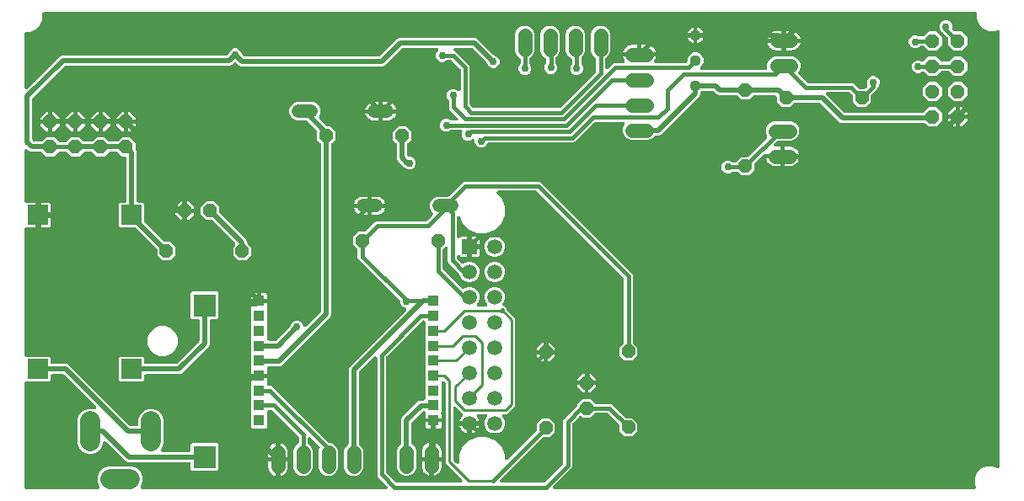
<source format=gbr>
G04 EAGLE Gerber RS-274X export*
G75*
%MOMM*%
%FSLAX34Y34*%
%LPD*%
%INBottom Copper*%
%IPPOS*%
%AMOC8*
5,1,8,0,0,1.08239X$1,22.5*%
G01*
%ADD10C,1.422400*%
%ADD11P,1.539592X8X292.500000*%
%ADD12P,1.429621X8X112.500000*%
%ADD13R,2.286000X2.286000*%
%ADD14C,2.000000*%
%ADD15P,1.429621X8X202.500000*%
%ADD16P,1.429621X8X22.500000*%
%ADD17P,1.429621X8X292.500000*%
%ADD18C,1.117600*%
%ADD19P,1.539592X8X202.500000*%
%ADD20R,2.000000X2.000000*%
%ADD21R,1.108000X1.108000*%
%ADD22R,1.508000X1.508000*%
%ADD23C,1.508000*%
%ADD24C,1.320800*%
%ADD25C,0.508000*%
%ADD26C,0.756400*%
%ADD27C,0.381000*%
%ADD28C,0.254000*%

G36*
X84084Y10166D02*
X84084Y10166D01*
X84134Y10163D01*
X84278Y10186D01*
X84422Y10201D01*
X84470Y10216D01*
X84519Y10223D01*
X84655Y10275D01*
X84794Y10319D01*
X84837Y10343D01*
X84884Y10361D01*
X85007Y10439D01*
X85133Y10510D01*
X85171Y10543D01*
X85213Y10569D01*
X85318Y10671D01*
X85427Y10766D01*
X85457Y10806D01*
X85493Y10841D01*
X85575Y10961D01*
X85662Y11077D01*
X85684Y11122D01*
X85712Y11163D01*
X85767Y11298D01*
X85829Y11429D01*
X85841Y11477D01*
X85860Y11524D01*
X85887Y11667D01*
X85921Y11808D01*
X85923Y11858D01*
X85932Y11907D01*
X85929Y12052D01*
X85934Y12198D01*
X85926Y12247D01*
X85925Y12297D01*
X85902Y12383D01*
X85867Y12582D01*
X85815Y12715D01*
X85794Y12794D01*
X83759Y17705D01*
X83759Y22695D01*
X85668Y27304D01*
X89196Y30832D01*
X93805Y32741D01*
X118795Y32741D01*
X123404Y30832D01*
X126932Y27304D01*
X128841Y22695D01*
X128841Y17705D01*
X126806Y12794D01*
X126792Y12746D01*
X126771Y12701D01*
X126736Y12559D01*
X126695Y12420D01*
X126690Y12371D01*
X126679Y12322D01*
X126674Y12177D01*
X126662Y12032D01*
X126667Y11982D01*
X126666Y11932D01*
X126691Y11789D01*
X126708Y11645D01*
X126724Y11598D01*
X126733Y11548D01*
X126786Y11414D01*
X126833Y11275D01*
X126858Y11232D01*
X126876Y11186D01*
X126956Y11065D01*
X127030Y10939D01*
X127063Y10902D01*
X127091Y10860D01*
X127194Y10758D01*
X127291Y10650D01*
X127331Y10621D01*
X127367Y10585D01*
X127489Y10506D01*
X127606Y10420D01*
X127651Y10400D01*
X127693Y10372D01*
X127829Y10319D01*
X127961Y10259D01*
X128010Y10248D01*
X128056Y10230D01*
X128145Y10218D01*
X128341Y10174D01*
X128484Y10172D01*
X128565Y10161D01*
X372955Y10161D01*
X372988Y10164D01*
X373021Y10162D01*
X373182Y10184D01*
X373343Y10201D01*
X373374Y10211D01*
X373407Y10215D01*
X373560Y10270D01*
X373714Y10319D01*
X373743Y10335D01*
X373774Y10346D01*
X373913Y10430D01*
X374054Y10510D01*
X374079Y10532D01*
X374107Y10549D01*
X374226Y10660D01*
X374347Y10766D01*
X374367Y10793D01*
X374392Y10815D01*
X374485Y10948D01*
X374583Y11077D01*
X374597Y11107D01*
X374616Y11134D01*
X374680Y11283D01*
X374750Y11429D01*
X374758Y11461D01*
X374771Y11492D01*
X374803Y11651D01*
X374842Y11808D01*
X374843Y11841D01*
X374849Y11874D01*
X374849Y12036D01*
X374854Y12198D01*
X374849Y12230D01*
X374849Y12264D01*
X374815Y12422D01*
X374788Y12582D01*
X374775Y12612D01*
X374769Y12645D01*
X374704Y12794D01*
X374644Y12944D01*
X374626Y12972D01*
X374612Y13002D01*
X374562Y13069D01*
X374430Y13269D01*
X374345Y13353D01*
X374301Y13411D01*
X365231Y22482D01*
X364554Y24116D01*
X364554Y141772D01*
X364551Y141805D01*
X364553Y141838D01*
X364531Y141999D01*
X364514Y142160D01*
X364504Y142191D01*
X364500Y142224D01*
X364445Y142377D01*
X364396Y142531D01*
X364380Y142560D01*
X364369Y142591D01*
X364285Y142730D01*
X364205Y142871D01*
X364183Y142896D01*
X364166Y142924D01*
X364055Y143043D01*
X363949Y143164D01*
X363922Y143184D01*
X363900Y143209D01*
X363767Y143302D01*
X363638Y143400D01*
X363608Y143414D01*
X363581Y143433D01*
X363432Y143497D01*
X363286Y143567D01*
X363254Y143575D01*
X363223Y143588D01*
X363064Y143620D01*
X362907Y143659D01*
X362874Y143660D01*
X362841Y143666D01*
X362679Y143666D01*
X362517Y143671D01*
X362485Y143666D01*
X362451Y143666D01*
X362293Y143632D01*
X362133Y143605D01*
X362103Y143592D01*
X362070Y143586D01*
X361921Y143521D01*
X361771Y143461D01*
X361743Y143443D01*
X361713Y143429D01*
X361646Y143379D01*
X361446Y143247D01*
X361362Y143162D01*
X361304Y143118D01*
X346738Y128553D01*
X346676Y128476D01*
X346605Y128405D01*
X346553Y128325D01*
X346493Y128251D01*
X346447Y128163D01*
X346392Y128079D01*
X346357Y127990D01*
X346313Y127905D01*
X346286Y127809D01*
X346250Y127716D01*
X346240Y127644D01*
X346208Y127529D01*
X346192Y127289D01*
X346181Y127207D01*
X346181Y56471D01*
X346191Y56372D01*
X346191Y56272D01*
X346211Y56178D01*
X346221Y56083D01*
X346251Y55989D01*
X346271Y55891D01*
X346310Y55803D01*
X346339Y55712D01*
X346387Y55625D01*
X346427Y55534D01*
X346472Y55476D01*
X346530Y55372D01*
X346688Y55191D01*
X346738Y55125D01*
X349283Y52580D01*
X350753Y49032D01*
X350753Y30968D01*
X349283Y27420D01*
X346568Y24705D01*
X343020Y23235D01*
X339180Y23235D01*
X335632Y24705D01*
X332917Y27420D01*
X331447Y30968D01*
X331447Y49032D01*
X332917Y52580D01*
X335462Y55125D01*
X335524Y55202D01*
X335595Y55272D01*
X335647Y55353D01*
X335707Y55427D01*
X335753Y55515D01*
X335808Y55599D01*
X335843Y55688D01*
X335887Y55773D01*
X335914Y55869D01*
X335950Y55962D01*
X335960Y56034D01*
X335992Y56148D01*
X336008Y56388D01*
X336019Y56471D01*
X336019Y131111D01*
X336793Y132978D01*
X393379Y189564D01*
X393410Y189602D01*
X393447Y189636D01*
X393533Y189753D01*
X393625Y189866D01*
X393648Y189911D01*
X393677Y189951D01*
X393737Y190083D01*
X393804Y190212D01*
X393817Y190260D01*
X393838Y190306D01*
X393870Y190448D01*
X393909Y190588D01*
X393912Y190638D01*
X393923Y190686D01*
X393925Y190831D01*
X393935Y190977D01*
X393928Y191026D01*
X393929Y191076D01*
X393902Y191219D01*
X393882Y191363D01*
X393865Y191410D01*
X393856Y191459D01*
X393800Y191593D01*
X393751Y191730D01*
X393725Y191773D01*
X393706Y191819D01*
X393624Y191939D01*
X393548Y192063D01*
X393514Y192099D01*
X393486Y192140D01*
X393381Y192241D01*
X393282Y192347D01*
X393241Y192376D01*
X393205Y192411D01*
X393128Y192456D01*
X392963Y192572D01*
X392831Y192628D01*
X392761Y192670D01*
X390418Y193640D01*
X388640Y195418D01*
X387677Y197742D01*
X387677Y198847D01*
X387667Y198946D01*
X387667Y199045D01*
X387647Y199139D01*
X387637Y199234D01*
X387607Y199329D01*
X387587Y199427D01*
X387548Y199515D01*
X387519Y199606D01*
X387470Y199693D01*
X387431Y199784D01*
X387386Y199842D01*
X387328Y199946D01*
X387170Y200127D01*
X387120Y200193D01*
X345731Y241582D01*
X345054Y243216D01*
X345054Y250424D01*
X345044Y250523D01*
X345044Y250623D01*
X345024Y250717D01*
X345014Y250812D01*
X344984Y250907D01*
X344964Y251004D01*
X344925Y251092D01*
X344896Y251184D01*
X344847Y251270D01*
X344808Y251362D01*
X344763Y251420D01*
X344705Y251523D01*
X344547Y251705D01*
X344497Y251771D01*
X340355Y255912D01*
X340355Y263488D01*
X345712Y268845D01*
X351569Y268845D01*
X351668Y268855D01*
X351767Y268855D01*
X351861Y268875D01*
X351957Y268885D01*
X352051Y268915D01*
X352149Y268935D01*
X352237Y268974D01*
X352328Y269003D01*
X352415Y269052D01*
X352506Y269091D01*
X352564Y269136D01*
X352668Y269194D01*
X352849Y269352D01*
X352915Y269402D01*
X360763Y277250D01*
X362282Y278769D01*
X363916Y279446D01*
X413370Y279446D01*
X413469Y279456D01*
X413568Y279456D01*
X413662Y279476D01*
X413757Y279486D01*
X413852Y279516D01*
X413950Y279536D01*
X414038Y279575D01*
X414129Y279604D01*
X414216Y279653D01*
X414307Y279692D01*
X414365Y279736D01*
X414469Y279795D01*
X414650Y279953D01*
X414716Y280003D01*
X420292Y285579D01*
X420333Y285630D01*
X420382Y285676D01*
X420456Y285781D01*
X420538Y285881D01*
X420568Y285940D01*
X420606Y285995D01*
X420657Y286113D01*
X420717Y286227D01*
X420735Y286291D01*
X420761Y286352D01*
X420787Y286479D01*
X420822Y286603D01*
X420826Y286669D01*
X420840Y286734D01*
X420839Y286863D01*
X420848Y286992D01*
X420839Y287057D01*
X420839Y287124D01*
X420812Y287250D01*
X420795Y287378D01*
X420773Y287440D01*
X420759Y287505D01*
X420707Y287624D01*
X420664Y287745D01*
X420629Y287802D01*
X420603Y287863D01*
X420550Y287932D01*
X420461Y288078D01*
X420345Y288202D01*
X420292Y288272D01*
X418743Y289820D01*
X417351Y293181D01*
X417351Y296819D01*
X418743Y300180D01*
X421316Y302753D01*
X424677Y304145D01*
X435269Y304145D01*
X435368Y304155D01*
X435467Y304155D01*
X435561Y304175D01*
X435656Y304185D01*
X435751Y304215D01*
X435849Y304235D01*
X435937Y304274D01*
X436028Y304303D01*
X436115Y304352D01*
X436206Y304391D01*
X436264Y304436D01*
X436368Y304494D01*
X436549Y304652D01*
X436615Y304702D01*
X450347Y318434D01*
X451981Y319111D01*
X527219Y319111D01*
X528853Y318434D01*
X620669Y226618D01*
X621346Y224984D01*
X621346Y157776D01*
X621356Y157677D01*
X621356Y157577D01*
X621376Y157483D01*
X621386Y157388D01*
X621416Y157293D01*
X621436Y157196D01*
X621475Y157108D01*
X621504Y157016D01*
X621553Y156930D01*
X621592Y156838D01*
X621637Y156780D01*
X621695Y156677D01*
X621853Y156495D01*
X621903Y156429D01*
X626045Y152288D01*
X626045Y144712D01*
X620688Y139355D01*
X613112Y139355D01*
X607755Y144712D01*
X607755Y152288D01*
X611897Y156429D01*
X611959Y156506D01*
X612030Y156577D01*
X612082Y156657D01*
X612142Y156732D01*
X612188Y156820D01*
X612243Y156903D01*
X612278Y156993D01*
X612322Y157078D01*
X612349Y157174D01*
X612385Y157266D01*
X612395Y157339D01*
X612427Y157453D01*
X612443Y157693D01*
X612454Y157776D01*
X612454Y221470D01*
X612444Y221569D01*
X612444Y221668D01*
X612424Y221762D01*
X612414Y221857D01*
X612384Y221952D01*
X612364Y222050D01*
X612325Y222138D01*
X612296Y222229D01*
X612247Y222316D01*
X612208Y222407D01*
X612163Y222465D01*
X612105Y222569D01*
X611974Y222719D01*
X611962Y222737D01*
X611940Y222759D01*
X611897Y222816D01*
X525051Y309662D01*
X524974Y309724D01*
X524903Y309795D01*
X524823Y309847D01*
X524749Y309907D01*
X524661Y309953D01*
X524577Y310008D01*
X524488Y310043D01*
X524403Y310087D01*
X524307Y310114D01*
X524214Y310150D01*
X524142Y310160D01*
X524027Y310192D01*
X523787Y310208D01*
X523705Y310219D01*
X486425Y310219D01*
X486392Y310216D01*
X486359Y310218D01*
X486198Y310196D01*
X486037Y310179D01*
X486006Y310169D01*
X485973Y310165D01*
X485820Y310110D01*
X485666Y310061D01*
X485637Y310045D01*
X485606Y310034D01*
X485467Y309950D01*
X485326Y309870D01*
X485301Y309848D01*
X485273Y309831D01*
X485154Y309720D01*
X485033Y309614D01*
X485013Y309587D01*
X484988Y309565D01*
X484895Y309432D01*
X484797Y309303D01*
X484783Y309273D01*
X484764Y309246D01*
X484700Y309097D01*
X484630Y308951D01*
X484622Y308919D01*
X484609Y308888D01*
X484576Y308729D01*
X484538Y308572D01*
X484537Y308539D01*
X484530Y308506D01*
X484531Y308344D01*
X484525Y308182D01*
X484531Y308150D01*
X484531Y308116D01*
X484565Y307958D01*
X484592Y307798D01*
X484605Y307768D01*
X484611Y307735D01*
X484676Y307586D01*
X484736Y307436D01*
X484754Y307408D01*
X484767Y307378D01*
X484818Y307311D01*
X484950Y307111D01*
X485034Y307027D01*
X485079Y306969D01*
X489111Y302936D01*
X492561Y294607D01*
X492561Y285593D01*
X489111Y277264D01*
X482736Y270889D01*
X474407Y267439D01*
X466710Y267439D01*
X466624Y267430D01*
X466536Y267431D01*
X466430Y267410D01*
X466323Y267399D01*
X466239Y267373D01*
X466154Y267356D01*
X466054Y267314D01*
X465951Y267281D01*
X465875Y267238D01*
X465795Y267205D01*
X465706Y267143D01*
X465611Y267090D01*
X465546Y267033D01*
X465519Y267014D01*
X465500Y267040D01*
X465402Y267189D01*
X465390Y267201D01*
X465381Y267215D01*
X465253Y267338D01*
X465126Y267465D01*
X465112Y267474D01*
X465100Y267485D01*
X465047Y267516D01*
X464800Y267678D01*
X464710Y267713D01*
X464656Y267744D01*
X457064Y270889D01*
X450689Y277264D01*
X448109Y283492D01*
X448101Y283507D01*
X448096Y283523D01*
X448009Y283678D01*
X447924Y283835D01*
X447913Y283848D01*
X447905Y283862D01*
X447788Y283996D01*
X447673Y284133D01*
X447660Y284144D01*
X447649Y284156D01*
X447507Y284263D01*
X447366Y284374D01*
X447351Y284381D01*
X447338Y284391D01*
X447177Y284468D01*
X447017Y284547D01*
X447001Y284551D01*
X446986Y284558D01*
X446813Y284600D01*
X446640Y284645D01*
X446623Y284646D01*
X446607Y284650D01*
X446429Y284656D01*
X446251Y284665D01*
X446234Y284663D01*
X446217Y284663D01*
X446042Y284633D01*
X445865Y284605D01*
X445850Y284599D01*
X445833Y284596D01*
X445668Y284531D01*
X445501Y284468D01*
X445486Y284459D01*
X445471Y284453D01*
X445322Y284355D01*
X445171Y284259D01*
X445159Y284248D01*
X445145Y284238D01*
X445019Y284112D01*
X444891Y283988D01*
X444882Y283974D01*
X444870Y283962D01*
X444773Y283813D01*
X444673Y283665D01*
X444666Y283650D01*
X444657Y283636D01*
X444592Y283470D01*
X444524Y283305D01*
X444521Y283288D01*
X444515Y283273D01*
X444507Y283211D01*
X444452Y282922D01*
X444454Y282825D01*
X444446Y282763D01*
X444446Y264516D01*
X444449Y264483D01*
X444447Y264450D01*
X444469Y264289D01*
X444486Y264128D01*
X444496Y264097D01*
X444500Y264064D01*
X444555Y263911D01*
X444604Y263757D01*
X444620Y263728D01*
X444631Y263696D01*
X444715Y263558D01*
X444795Y263417D01*
X444817Y263392D01*
X444834Y263364D01*
X444945Y263245D01*
X445051Y263124D01*
X445078Y263104D01*
X445100Y263079D01*
X445233Y262986D01*
X445362Y262888D01*
X445392Y262874D01*
X445419Y262855D01*
X445568Y262790D01*
X445714Y262721D01*
X445746Y262713D01*
X445777Y262700D01*
X445936Y262667D01*
X446093Y262629D01*
X446126Y262628D01*
X446159Y262622D01*
X446321Y262622D01*
X446483Y262617D01*
X446515Y262622D01*
X446549Y262622D01*
X446707Y262656D01*
X446867Y262683D01*
X446898Y262696D01*
X446930Y262702D01*
X447079Y262767D01*
X447229Y262827D01*
X447257Y262845D01*
X447287Y262859D01*
X447354Y262909D01*
X447554Y263041D01*
X447638Y263126D01*
X447697Y263170D01*
X448100Y263573D01*
X448679Y263908D01*
X449326Y264081D01*
X454701Y264081D01*
X454701Y254595D01*
X454708Y254529D01*
X454705Y254463D01*
X454727Y254336D01*
X454741Y254207D01*
X454761Y254144D01*
X454772Y254079D01*
X454801Y254005D01*
X454794Y253976D01*
X454770Y253914D01*
X454758Y253827D01*
X454718Y253662D01*
X454713Y253492D01*
X454701Y253405D01*
X454701Y243919D01*
X449326Y243919D01*
X448679Y244092D01*
X448100Y244427D01*
X447697Y244830D01*
X447671Y244851D01*
X447649Y244876D01*
X447520Y244974D01*
X447394Y245076D01*
X447365Y245092D01*
X447338Y245112D01*
X447191Y245181D01*
X447048Y245256D01*
X447016Y245265D01*
X446986Y245279D01*
X446829Y245317D01*
X446673Y245361D01*
X446639Y245363D01*
X446607Y245371D01*
X446445Y245376D01*
X446284Y245387D01*
X446251Y245382D01*
X446217Y245383D01*
X446058Y245356D01*
X445898Y245334D01*
X445866Y245322D01*
X445833Y245317D01*
X445683Y245257D01*
X445530Y245203D01*
X445502Y245185D01*
X445471Y245173D01*
X445336Y245084D01*
X445198Y245000D01*
X445173Y244977D01*
X445145Y244959D01*
X445031Y244844D01*
X444913Y244733D01*
X444894Y244706D01*
X444870Y244683D01*
X444782Y244547D01*
X444689Y244415D01*
X444676Y244384D01*
X444657Y244356D01*
X444598Y244206D01*
X444534Y244057D01*
X444527Y244024D01*
X444515Y243993D01*
X444504Y243911D01*
X444455Y243675D01*
X444456Y243556D01*
X444446Y243484D01*
X444446Y242630D01*
X444456Y242531D01*
X444456Y242432D01*
X444476Y242338D01*
X444486Y242243D01*
X444516Y242148D01*
X444536Y242050D01*
X444575Y241962D01*
X444604Y241871D01*
X444653Y241784D01*
X444692Y241693D01*
X444736Y241635D01*
X444795Y241531D01*
X444953Y241350D01*
X445003Y241284D01*
X448969Y237318D01*
X449021Y237276D01*
X449066Y237228D01*
X449093Y237208D01*
X449111Y237191D01*
X449184Y237143D01*
X449271Y237072D01*
X449331Y237042D01*
X449385Y237003D01*
X449425Y236986D01*
X449437Y236978D01*
X449503Y236952D01*
X449617Y236893D01*
X449682Y236875D01*
X449743Y236849D01*
X449795Y236838D01*
X449800Y236836D01*
X449814Y236834D01*
X449869Y236823D01*
X449993Y236788D01*
X450059Y236784D01*
X450125Y236770D01*
X450253Y236770D01*
X450308Y236767D01*
X450310Y236766D01*
X450311Y236766D01*
X450382Y236762D01*
X450448Y236771D01*
X450514Y236771D01*
X450640Y236797D01*
X450694Y236805D01*
X450709Y236806D01*
X450712Y236807D01*
X450768Y236815D01*
X450831Y236837D01*
X450896Y236851D01*
X451014Y236903D01*
X451025Y236907D01*
X451081Y236924D01*
X451091Y236930D01*
X451135Y236946D01*
X451192Y236981D01*
X451253Y237007D01*
X451323Y237060D01*
X451329Y237064D01*
X451420Y237116D01*
X451424Y237119D01*
X455195Y238681D01*
X459205Y238681D01*
X462910Y237146D01*
X465746Y234310D01*
X467281Y230605D01*
X467281Y226595D01*
X465746Y222890D01*
X462910Y220054D01*
X459205Y218519D01*
X455195Y218519D01*
X451490Y220054D01*
X448654Y222890D01*
X447265Y226243D01*
X447210Y226345D01*
X447163Y226451D01*
X447126Y226501D01*
X447080Y226586D01*
X446890Y226811D01*
X446852Y226860D01*
X436231Y237482D01*
X435554Y239116D01*
X435554Y252024D01*
X435551Y252058D01*
X435553Y252091D01*
X435549Y252119D01*
X435550Y252133D01*
X435538Y252200D01*
X435531Y252251D01*
X435514Y252412D01*
X435504Y252444D01*
X435500Y252477D01*
X435445Y252630D01*
X435396Y252784D01*
X435380Y252813D01*
X435369Y252844D01*
X435284Y252982D01*
X435205Y253123D01*
X435183Y253148D01*
X435166Y253177D01*
X435055Y253295D01*
X434949Y253417D01*
X434922Y253437D01*
X434900Y253461D01*
X434767Y253554D01*
X434638Y253652D01*
X434608Y253667D01*
X434581Y253686D01*
X434432Y253750D01*
X434286Y253819D01*
X434254Y253827D01*
X434223Y253840D01*
X434064Y253873D01*
X433907Y253911D01*
X433874Y253912D01*
X433841Y253919D01*
X433679Y253919D01*
X433517Y253924D01*
X433485Y253918D01*
X433451Y253918D01*
X433293Y253885D01*
X433133Y253857D01*
X433103Y253845D01*
X433070Y253838D01*
X432921Y253773D01*
X432771Y253714D01*
X432743Y253695D01*
X432713Y253682D01*
X432646Y253632D01*
X432554Y253571D01*
X432527Y253556D01*
X432515Y253545D01*
X432446Y253499D01*
X432362Y253415D01*
X432303Y253371D01*
X430703Y251771D01*
X430641Y251694D01*
X430570Y251623D01*
X430518Y251543D01*
X430457Y251468D01*
X430412Y251380D01*
X430357Y251297D01*
X430322Y251207D01*
X430278Y251122D01*
X430251Y251026D01*
X430215Y250934D01*
X430205Y250861D01*
X430173Y250747D01*
X430157Y250507D01*
X430146Y250424D01*
X430146Y231930D01*
X430156Y231831D01*
X430156Y231732D01*
X430176Y231638D01*
X430186Y231543D01*
X430216Y231448D01*
X430236Y231350D01*
X430275Y231262D01*
X430304Y231171D01*
X430353Y231084D01*
X430392Y230993D01*
X430437Y230935D01*
X430495Y230831D01*
X430653Y230650D01*
X430703Y230584D01*
X449212Y212075D01*
X449277Y212023D01*
X449334Y211963D01*
X449427Y211900D01*
X449515Y211829D01*
X449588Y211791D01*
X449657Y211744D01*
X449761Y211701D01*
X449861Y211650D01*
X449940Y211628D01*
X450017Y211596D01*
X450128Y211575D01*
X450236Y211545D01*
X450319Y211539D01*
X450401Y211524D01*
X450513Y211526D01*
X450625Y211518D01*
X450707Y211530D01*
X450790Y211531D01*
X450869Y211552D01*
X451011Y211572D01*
X451201Y211639D01*
X451287Y211662D01*
X455195Y213281D01*
X459205Y213281D01*
X462910Y211746D01*
X465746Y208910D01*
X467281Y205205D01*
X467281Y201195D01*
X465746Y197490D01*
X465103Y196847D01*
X465082Y196821D01*
X465057Y196799D01*
X464959Y196670D01*
X464857Y196544D01*
X464841Y196515D01*
X464821Y196488D01*
X464752Y196342D01*
X464678Y196198D01*
X464669Y196166D01*
X464654Y196136D01*
X464616Y195979D01*
X464573Y195823D01*
X464570Y195789D01*
X464562Y195757D01*
X464557Y195595D01*
X464546Y195434D01*
X464551Y195401D01*
X464550Y195367D01*
X464577Y195208D01*
X464600Y195048D01*
X464611Y195016D01*
X464616Y194983D01*
X464676Y194833D01*
X464730Y194680D01*
X464748Y194652D01*
X464760Y194621D01*
X464849Y194486D01*
X464933Y194348D01*
X464956Y194323D01*
X464974Y194295D01*
X465089Y194181D01*
X465200Y194063D01*
X465227Y194044D01*
X465251Y194020D01*
X465386Y193932D01*
X465519Y193839D01*
X465549Y193825D01*
X465577Y193807D01*
X465727Y193748D01*
X465876Y193684D01*
X465909Y193677D01*
X465940Y193665D01*
X466022Y193654D01*
X466258Y193605D01*
X466377Y193606D01*
X466449Y193596D01*
X473351Y193596D01*
X473384Y193599D01*
X473417Y193597D01*
X473578Y193619D01*
X473738Y193636D01*
X473770Y193646D01*
X473803Y193650D01*
X473956Y193705D01*
X474110Y193754D01*
X474139Y193770D01*
X474170Y193781D01*
X474309Y193866D01*
X474450Y193945D01*
X474475Y193967D01*
X474503Y193984D01*
X474621Y194095D01*
X474743Y194201D01*
X474763Y194228D01*
X474788Y194250D01*
X474881Y194383D01*
X474979Y194512D01*
X474993Y194542D01*
X475012Y194569D01*
X475076Y194718D01*
X475146Y194864D01*
X475153Y194897D01*
X475167Y194927D01*
X475199Y195085D01*
X475238Y195243D01*
X475239Y195276D01*
X475245Y195309D01*
X475245Y195471D01*
X475250Y195633D01*
X475245Y195665D01*
X475245Y195699D01*
X475211Y195857D01*
X475184Y196017D01*
X475171Y196047D01*
X475164Y196080D01*
X475099Y196229D01*
X475040Y196379D01*
X475022Y196407D01*
X475008Y196437D01*
X474958Y196504D01*
X474826Y196704D01*
X474741Y196788D01*
X474697Y196847D01*
X474054Y197490D01*
X472519Y201195D01*
X472519Y205205D01*
X474054Y208910D01*
X476890Y211746D01*
X480595Y213281D01*
X484605Y213281D01*
X488310Y211746D01*
X491146Y208910D01*
X492681Y205205D01*
X492681Y201195D01*
X491146Y197490D01*
X490932Y197276D01*
X490901Y197237D01*
X490864Y197204D01*
X490778Y197086D01*
X490686Y196973D01*
X490663Y196929D01*
X490634Y196889D01*
X490574Y196756D01*
X490507Y196627D01*
X490494Y196579D01*
X490473Y196534D01*
X490441Y196392D01*
X490402Y196252D01*
X490399Y196202D01*
X490388Y196153D01*
X490385Y196008D01*
X490376Y195863D01*
X490382Y195814D01*
X490382Y195764D01*
X490409Y195621D01*
X490429Y195477D01*
X490446Y195430D01*
X490455Y195381D01*
X490511Y195247D01*
X490560Y195110D01*
X490586Y195067D01*
X490605Y195021D01*
X490687Y194901D01*
X490763Y194777D01*
X490797Y194741D01*
X490825Y194699D01*
X490930Y194598D01*
X491029Y194492D01*
X491070Y194464D01*
X491106Y194429D01*
X491183Y194384D01*
X491348Y194268D01*
X491479Y194211D01*
X491550Y194170D01*
X492518Y193769D01*
X493769Y192518D01*
X494259Y191335D01*
X494314Y191233D01*
X494361Y191127D01*
X494398Y191077D01*
X494444Y190992D01*
X494634Y190767D01*
X494672Y190717D01*
X503311Y182078D01*
X503311Y93922D01*
X495033Y85644D01*
X492009Y85644D01*
X491976Y85641D01*
X491943Y85643D01*
X491782Y85621D01*
X491622Y85604D01*
X491590Y85594D01*
X491557Y85590D01*
X491404Y85535D01*
X491250Y85486D01*
X491221Y85470D01*
X491190Y85459D01*
X491051Y85374D01*
X490910Y85295D01*
X490885Y85273D01*
X490857Y85256D01*
X490739Y85145D01*
X490617Y85039D01*
X490597Y85012D01*
X490572Y84990D01*
X490479Y84857D01*
X490381Y84728D01*
X490367Y84698D01*
X490348Y84671D01*
X490284Y84522D01*
X490214Y84376D01*
X490207Y84343D01*
X490193Y84313D01*
X490161Y84155D01*
X490122Y83997D01*
X490121Y83964D01*
X490115Y83931D01*
X490115Y83769D01*
X490110Y83607D01*
X490115Y83575D01*
X490115Y83541D01*
X490149Y83383D01*
X490176Y83223D01*
X490189Y83193D01*
X490196Y83160D01*
X490261Y83011D01*
X490320Y82861D01*
X490338Y82833D01*
X490352Y82803D01*
X490402Y82736D01*
X490534Y82536D01*
X490619Y82452D01*
X490663Y82393D01*
X491146Y81910D01*
X492681Y78205D01*
X492681Y74195D01*
X491146Y70490D01*
X488310Y67654D01*
X484605Y66119D01*
X480595Y66119D01*
X476890Y67654D01*
X474054Y70490D01*
X472519Y74195D01*
X472519Y78205D01*
X474054Y81910D01*
X474537Y82393D01*
X474558Y82419D01*
X474583Y82441D01*
X474681Y82570D01*
X474783Y82696D01*
X474799Y82725D01*
X474819Y82752D01*
X474888Y82898D01*
X474962Y83042D01*
X474971Y83074D01*
X474986Y83104D01*
X475024Y83261D01*
X475067Y83417D01*
X475070Y83451D01*
X475078Y83483D01*
X475083Y83645D01*
X475094Y83806D01*
X475089Y83839D01*
X475090Y83873D01*
X475063Y84032D01*
X475040Y84192D01*
X475029Y84224D01*
X475024Y84257D01*
X474964Y84407D01*
X474910Y84560D01*
X474892Y84588D01*
X474880Y84619D01*
X474791Y84754D01*
X474707Y84892D01*
X474684Y84917D01*
X474666Y84945D01*
X474551Y85059D01*
X474440Y85177D01*
X474413Y85196D01*
X474389Y85220D01*
X474254Y85308D01*
X474121Y85401D01*
X474091Y85414D01*
X474063Y85433D01*
X473912Y85492D01*
X473764Y85556D01*
X473731Y85563D01*
X473700Y85575D01*
X473618Y85586D01*
X473382Y85635D01*
X473263Y85634D01*
X473191Y85644D01*
X466536Y85644D01*
X466458Y85636D01*
X466379Y85638D01*
X466264Y85616D01*
X466148Y85604D01*
X466073Y85580D01*
X465995Y85566D01*
X465888Y85522D01*
X465777Y85486D01*
X465708Y85448D01*
X465635Y85418D01*
X465539Y85352D01*
X465437Y85295D01*
X465378Y85243D01*
X465312Y85199D01*
X465231Y85115D01*
X465144Y85039D01*
X465096Y84976D01*
X465041Y84919D01*
X464978Y84821D01*
X464908Y84728D01*
X464874Y84657D01*
X464832Y84590D01*
X464791Y84481D01*
X464741Y84376D01*
X464723Y84299D01*
X464695Y84225D01*
X464677Y84110D01*
X464649Y83997D01*
X464647Y83918D01*
X464634Y83840D01*
X464640Y83724D01*
X464636Y83607D01*
X464650Y83530D01*
X464654Y83451D01*
X464683Y83338D01*
X464703Y83223D01*
X464732Y83150D01*
X464752Y83074D01*
X464792Y83000D01*
X464847Y82861D01*
X464953Y82700D01*
X464996Y82621D01*
X465822Y81483D01*
X466542Y80070D01*
X466987Y78699D01*
X457795Y78699D01*
X457729Y78692D01*
X457663Y78695D01*
X457536Y78673D01*
X457407Y78659D01*
X457344Y78639D01*
X457279Y78628D01*
X457205Y78599D01*
X457176Y78606D01*
X457114Y78630D01*
X457027Y78642D01*
X456862Y78682D01*
X456692Y78687D01*
X456605Y78699D01*
X447413Y78699D01*
X447858Y80070D01*
X448578Y81484D01*
X449511Y82767D01*
X450256Y83512D01*
X450298Y83564D01*
X450347Y83609D01*
X450421Y83715D01*
X450502Y83815D01*
X450533Y83874D01*
X450571Y83928D01*
X450622Y84046D01*
X450681Y84161D01*
X450699Y84225D01*
X450726Y84286D01*
X450752Y84412D01*
X450786Y84536D01*
X450791Y84603D01*
X450804Y84668D01*
X450804Y84797D01*
X450813Y84925D01*
X450804Y84991D01*
X450803Y85057D01*
X450777Y85184D01*
X450759Y85311D01*
X450737Y85374D01*
X450723Y85439D01*
X450672Y85557D01*
X450628Y85678D01*
X450594Y85735D01*
X450567Y85796D01*
X450514Y85866D01*
X450426Y86011D01*
X450309Y86136D01*
X450256Y86205D01*
X448027Y88434D01*
X444061Y92400D01*
X444036Y92421D01*
X444014Y92446D01*
X443885Y92544D01*
X443759Y92646D01*
X443730Y92661D01*
X443703Y92681D01*
X443557Y92751D01*
X443413Y92825D01*
X443381Y92834D01*
X443351Y92848D01*
X443194Y92887D01*
X443038Y92930D01*
X443004Y92932D01*
X442972Y92940D01*
X442810Y92946D01*
X442649Y92957D01*
X442616Y92952D01*
X442582Y92953D01*
X442423Y92925D01*
X442263Y92903D01*
X442231Y92892D01*
X442198Y92886D01*
X442048Y92827D01*
X441895Y92772D01*
X441867Y92755D01*
X441836Y92743D01*
X441701Y92654D01*
X441563Y92569D01*
X441538Y92547D01*
X441510Y92528D01*
X441396Y92413D01*
X441278Y92303D01*
X441259Y92276D01*
X441235Y92252D01*
X441147Y92116D01*
X441054Y91984D01*
X441041Y91954D01*
X441022Y91926D01*
X440963Y91775D01*
X440899Y91626D01*
X440892Y91594D01*
X440880Y91563D01*
X440869Y91480D01*
X440820Y91245D01*
X440821Y91126D01*
X440811Y91053D01*
X440811Y40067D01*
X440821Y39968D01*
X440821Y39869D01*
X440841Y39775D01*
X440851Y39679D01*
X440881Y39585D01*
X440901Y39487D01*
X440940Y39399D01*
X440969Y39308D01*
X441018Y39221D01*
X441057Y39130D01*
X441101Y39072D01*
X441160Y38968D01*
X441318Y38787D01*
X441368Y38721D01*
X443988Y36101D01*
X444014Y36080D01*
X444036Y36055D01*
X444165Y35957D01*
X444291Y35855D01*
X444320Y35839D01*
X444347Y35819D01*
X444493Y35750D01*
X444637Y35675D01*
X444669Y35666D01*
X444699Y35652D01*
X444856Y35614D01*
X445012Y35570D01*
X445046Y35568D01*
X445078Y35560D01*
X445240Y35555D01*
X445401Y35544D01*
X445434Y35549D01*
X445468Y35548D01*
X445627Y35575D01*
X445787Y35597D01*
X445819Y35609D01*
X445852Y35614D01*
X446002Y35674D01*
X446155Y35728D01*
X446183Y35746D01*
X446214Y35758D01*
X446349Y35847D01*
X446487Y35931D01*
X446512Y35954D01*
X446540Y35972D01*
X446654Y36087D01*
X446772Y36198D01*
X446791Y36225D01*
X446815Y36248D01*
X446903Y36384D01*
X446996Y36516D01*
X447009Y36547D01*
X447028Y36575D01*
X447087Y36726D01*
X447151Y36874D01*
X447158Y36907D01*
X447170Y36938D01*
X447181Y37020D01*
X447230Y37256D01*
X447229Y37375D01*
X447239Y37447D01*
X447239Y44607D01*
X450689Y52936D01*
X457064Y59311D01*
X465393Y62761D01*
X474407Y62761D01*
X482736Y59311D01*
X489111Y52936D01*
X492561Y44607D01*
X492561Y41145D01*
X492564Y41112D01*
X492562Y41079D01*
X492584Y40918D01*
X492601Y40757D01*
X492611Y40726D01*
X492615Y40693D01*
X492670Y40540D01*
X492719Y40386D01*
X492735Y40357D01*
X492746Y40326D01*
X492830Y40188D01*
X492910Y40046D01*
X492932Y40021D01*
X492949Y39993D01*
X493060Y39875D01*
X493166Y39753D01*
X493193Y39733D01*
X493215Y39708D01*
X493348Y39615D01*
X493477Y39517D01*
X493507Y39503D01*
X493534Y39484D01*
X493683Y39420D01*
X493829Y39350D01*
X493861Y39342D01*
X493892Y39329D01*
X494051Y39297D01*
X494208Y39258D01*
X494241Y39257D01*
X494274Y39251D01*
X494436Y39251D01*
X494598Y39246D01*
X494630Y39251D01*
X494664Y39251D01*
X494822Y39285D01*
X494982Y39312D01*
X495012Y39325D01*
X495045Y39331D01*
X495194Y39396D01*
X495344Y39456D01*
X495372Y39474D01*
X495402Y39488D01*
X495469Y39538D01*
X495669Y39670D01*
X495753Y39755D01*
X495811Y39799D01*
X524198Y68185D01*
X524260Y68262D01*
X524331Y68333D01*
X524383Y68413D01*
X524443Y68487D01*
X524489Y68575D01*
X524544Y68659D01*
X524579Y68748D01*
X524623Y68833D01*
X524650Y68929D01*
X524686Y69022D01*
X524696Y69094D01*
X524728Y69209D01*
X524744Y69449D01*
X524755Y69531D01*
X524755Y75488D01*
X530112Y80845D01*
X537688Y80845D01*
X543045Y75488D01*
X543045Y67912D01*
X537688Y62555D01*
X531931Y62555D01*
X531832Y62545D01*
X531733Y62545D01*
X531639Y62525D01*
X531544Y62515D01*
X531449Y62485D01*
X531351Y62465D01*
X531263Y62426D01*
X531172Y62397D01*
X531085Y62348D01*
X530994Y62309D01*
X530936Y62264D01*
X530832Y62206D01*
X530651Y62048D01*
X530585Y61998D01*
X488349Y19761D01*
X488328Y19736D01*
X488303Y19714D01*
X488205Y19585D01*
X488103Y19459D01*
X488087Y19430D01*
X488067Y19403D01*
X487998Y19257D01*
X487923Y19113D01*
X487915Y19081D01*
X487900Y19051D01*
X487862Y18894D01*
X487818Y18738D01*
X487816Y18704D01*
X487808Y18672D01*
X487803Y18510D01*
X487792Y18349D01*
X487797Y18316D01*
X487796Y18282D01*
X487823Y18123D01*
X487845Y17963D01*
X487857Y17931D01*
X487862Y17898D01*
X487922Y17748D01*
X487976Y17595D01*
X487994Y17567D01*
X488006Y17536D01*
X488095Y17401D01*
X488179Y17263D01*
X488202Y17238D01*
X488220Y17210D01*
X488335Y17096D01*
X488446Y16978D01*
X488473Y16959D01*
X488496Y16935D01*
X488632Y16847D01*
X488764Y16754D01*
X488795Y16741D01*
X488823Y16722D01*
X488974Y16663D01*
X489122Y16599D01*
X489155Y16592D01*
X489186Y16580D01*
X489268Y16569D01*
X489504Y16520D01*
X489623Y16521D01*
X489695Y16511D01*
X531370Y16511D01*
X531469Y16521D01*
X531568Y16521D01*
X531662Y16541D01*
X531757Y16551D01*
X531852Y16581D01*
X531950Y16601D01*
X532038Y16640D01*
X532129Y16669D01*
X532216Y16718D01*
X532307Y16757D01*
X532365Y16802D01*
X532469Y16860D01*
X532650Y17018D01*
X532716Y17068D01*
X550997Y35349D01*
X551059Y35426D01*
X551130Y35497D01*
X551182Y35577D01*
X551242Y35651D01*
X551288Y35739D01*
X551343Y35823D01*
X551378Y35912D01*
X551422Y35997D01*
X551449Y36093D01*
X551485Y36186D01*
X551495Y36258D01*
X551527Y36373D01*
X551543Y36613D01*
X551554Y36695D01*
X551554Y78884D01*
X552231Y80518D01*
X565298Y93585D01*
X565360Y93662D01*
X565431Y93733D01*
X565483Y93813D01*
X565543Y93887D01*
X565589Y93975D01*
X565644Y94059D01*
X565679Y94148D01*
X565723Y94233D01*
X565750Y94329D01*
X565786Y94422D01*
X565796Y94494D01*
X565828Y94609D01*
X565844Y94849D01*
X565855Y94931D01*
X565855Y95188D01*
X571212Y100545D01*
X578788Y100545D01*
X582929Y96403D01*
X583006Y96341D01*
X583077Y96270D01*
X583157Y96218D01*
X583232Y96158D01*
X583320Y96112D01*
X583403Y96057D01*
X583493Y96022D01*
X583578Y95978D01*
X583674Y95951D01*
X583766Y95915D01*
X583839Y95905D01*
X583953Y95873D01*
X584193Y95857D01*
X584276Y95846D01*
X598684Y95846D01*
X600318Y95169D01*
X613485Y82002D01*
X613562Y81940D01*
X613633Y81869D01*
X613713Y81817D01*
X613787Y81757D01*
X613875Y81711D01*
X613959Y81656D01*
X614048Y81621D01*
X614133Y81577D01*
X614229Y81550D01*
X614322Y81514D01*
X614394Y81504D01*
X614509Y81472D01*
X614749Y81456D01*
X614831Y81445D01*
X620688Y81445D01*
X626045Y76088D01*
X626045Y68512D01*
X620688Y63155D01*
X613112Y63155D01*
X607755Y68512D01*
X607755Y74369D01*
X607745Y74468D01*
X607745Y74567D01*
X607725Y74661D01*
X607715Y74756D01*
X607685Y74851D01*
X607665Y74949D01*
X607626Y75037D01*
X607597Y75128D01*
X607548Y75215D01*
X607509Y75306D01*
X607464Y75364D01*
X607406Y75468D01*
X607248Y75649D01*
X607198Y75715D01*
X596516Y86397D01*
X596439Y86459D01*
X596368Y86530D01*
X596288Y86582D01*
X596214Y86642D01*
X596126Y86688D01*
X596042Y86743D01*
X595953Y86778D01*
X595868Y86822D01*
X595772Y86849D01*
X595679Y86885D01*
X595607Y86895D01*
X595492Y86927D01*
X595252Y86943D01*
X595170Y86954D01*
X584276Y86954D01*
X584177Y86944D01*
X584077Y86944D01*
X583983Y86924D01*
X583888Y86914D01*
X583793Y86884D01*
X583696Y86864D01*
X583608Y86825D01*
X583516Y86796D01*
X583430Y86747D01*
X583338Y86708D01*
X583280Y86663D01*
X583177Y86605D01*
X582995Y86447D01*
X582929Y86397D01*
X578788Y82255D01*
X571212Y82255D01*
X570224Y83244D01*
X570172Y83286D01*
X570127Y83334D01*
X570021Y83408D01*
X569921Y83490D01*
X569862Y83520D01*
X569808Y83558D01*
X569690Y83609D01*
X569575Y83669D01*
X569511Y83687D01*
X569450Y83713D01*
X569324Y83739D01*
X569200Y83774D01*
X569134Y83778D01*
X569069Y83792D01*
X568940Y83791D01*
X568811Y83800D01*
X568745Y83791D01*
X568679Y83791D01*
X568552Y83764D01*
X568425Y83747D01*
X568362Y83725D01*
X568297Y83711D01*
X568179Y83659D01*
X568058Y83616D01*
X568001Y83581D01*
X567940Y83555D01*
X567870Y83502D01*
X567725Y83413D01*
X567601Y83297D01*
X567531Y83244D01*
X561003Y76716D01*
X560941Y76639D01*
X560870Y76568D01*
X560818Y76488D01*
X560758Y76414D01*
X560712Y76326D01*
X560657Y76242D01*
X560622Y76153D01*
X560578Y76068D01*
X560551Y75972D01*
X560515Y75879D01*
X560505Y75807D01*
X560473Y75692D01*
X560457Y75452D01*
X560446Y75370D01*
X560446Y33181D01*
X559769Y31547D01*
X558250Y30028D01*
X541634Y13411D01*
X541613Y13386D01*
X541588Y13364D01*
X541490Y13235D01*
X541388Y13109D01*
X541372Y13080D01*
X541352Y13053D01*
X541283Y12907D01*
X541208Y12763D01*
X541200Y12731D01*
X541185Y12701D01*
X541147Y12544D01*
X541103Y12388D01*
X541101Y12354D01*
X541093Y12322D01*
X541088Y12160D01*
X541077Y11999D01*
X541082Y11966D01*
X541081Y11932D01*
X541108Y11773D01*
X541130Y11613D01*
X541142Y11581D01*
X541147Y11548D01*
X541207Y11398D01*
X541261Y11245D01*
X541279Y11217D01*
X541291Y11186D01*
X541380Y11051D01*
X541464Y10913D01*
X541487Y10888D01*
X541505Y10860D01*
X541620Y10746D01*
X541731Y10628D01*
X541758Y10609D01*
X541781Y10585D01*
X541917Y10497D01*
X542049Y10404D01*
X542080Y10391D01*
X542108Y10372D01*
X542259Y10313D01*
X542407Y10249D01*
X542440Y10242D01*
X542471Y10230D01*
X542553Y10219D01*
X542789Y10170D01*
X542908Y10171D01*
X542980Y10161D01*
X963987Y10161D01*
X964037Y10166D01*
X964087Y10163D01*
X964231Y10186D01*
X964375Y10201D01*
X964423Y10216D01*
X964472Y10223D01*
X964608Y10275D01*
X964747Y10319D01*
X964790Y10343D01*
X964837Y10361D01*
X964960Y10439D01*
X965086Y10510D01*
X965124Y10543D01*
X965166Y10569D01*
X965270Y10671D01*
X965380Y10766D01*
X965410Y10806D01*
X965446Y10841D01*
X965527Y10961D01*
X965615Y11077D01*
X965637Y11122D01*
X965665Y11163D01*
X965720Y11298D01*
X965782Y11429D01*
X965794Y11478D01*
X965813Y11524D01*
X965840Y11667D01*
X965874Y11808D01*
X965876Y11858D01*
X965885Y11907D01*
X965882Y12052D01*
X965887Y12198D01*
X965878Y12247D01*
X965878Y12297D01*
X965855Y12383D01*
X965820Y12582D01*
X965767Y12715D01*
X965747Y12794D01*
X964839Y14984D01*
X964839Y21016D01*
X967147Y26588D01*
X971412Y30853D01*
X976984Y33161D01*
X983016Y33161D01*
X987206Y31425D01*
X987254Y31411D01*
X987299Y31389D01*
X987440Y31355D01*
X987580Y31313D01*
X987629Y31309D01*
X987678Y31297D01*
X987823Y31293D01*
X987968Y31280D01*
X988018Y31286D01*
X988068Y31285D01*
X988211Y31309D01*
X988355Y31327D01*
X988402Y31343D01*
X988452Y31351D01*
X988587Y31405D01*
X988725Y31451D01*
X988768Y31477D01*
X988814Y31495D01*
X988935Y31575D01*
X989061Y31648D01*
X989098Y31682D01*
X989140Y31709D01*
X989242Y31812D01*
X989350Y31910D01*
X989379Y31950D01*
X989415Y31985D01*
X989494Y32107D01*
X989580Y32225D01*
X989600Y32270D01*
X989628Y32312D01*
X989681Y32447D01*
X989741Y32580D01*
X989752Y32628D01*
X989770Y32675D01*
X989782Y32763D01*
X989826Y32960D01*
X989828Y33103D01*
X989839Y33184D01*
X989839Y469987D01*
X989834Y470037D01*
X989837Y470087D01*
X989814Y470231D01*
X989799Y470375D01*
X989784Y470423D01*
X989777Y470472D01*
X989725Y470608D01*
X989681Y470747D01*
X989657Y470790D01*
X989639Y470837D01*
X989561Y470960D01*
X989490Y471086D01*
X989457Y471124D01*
X989431Y471166D01*
X989329Y471270D01*
X989234Y471380D01*
X989194Y471410D01*
X989159Y471446D01*
X989039Y471527D01*
X988923Y471615D01*
X988878Y471637D01*
X988837Y471665D01*
X988702Y471720D01*
X988571Y471782D01*
X988522Y471794D01*
X988476Y471813D01*
X988333Y471840D01*
X988192Y471874D01*
X988142Y471876D01*
X988093Y471885D01*
X987948Y471882D01*
X987802Y471887D01*
X987753Y471878D01*
X987703Y471878D01*
X987617Y471855D01*
X987418Y471820D01*
X987285Y471767D01*
X987206Y471747D01*
X985016Y470839D01*
X978984Y470839D01*
X973412Y473147D01*
X969147Y477412D01*
X966839Y482984D01*
X966839Y487935D01*
X966832Y488001D01*
X966835Y488068D01*
X966813Y488195D01*
X966799Y488323D01*
X966779Y488386D01*
X966768Y488452D01*
X966720Y488571D01*
X966681Y488694D01*
X966649Y488752D01*
X966624Y488814D01*
X966553Y488921D01*
X966490Y489034D01*
X966446Y489084D01*
X966410Y489140D01*
X966319Y489231D01*
X966234Y489328D01*
X966181Y489368D01*
X966134Y489415D01*
X966026Y489485D01*
X965923Y489563D01*
X965863Y489591D01*
X965807Y489628D01*
X965687Y489675D01*
X965571Y489730D01*
X965506Y489746D01*
X965444Y489770D01*
X965358Y489782D01*
X965192Y489822D01*
X965022Y489827D01*
X964935Y489839D01*
X30065Y489839D01*
X29999Y489832D01*
X29932Y489835D01*
X29805Y489813D01*
X29677Y489799D01*
X29614Y489779D01*
X29548Y489768D01*
X29429Y489720D01*
X29306Y489681D01*
X29248Y489649D01*
X29186Y489624D01*
X29079Y489553D01*
X28966Y489490D01*
X28916Y489446D01*
X28860Y489410D01*
X28769Y489319D01*
X28672Y489234D01*
X28632Y489181D01*
X28585Y489134D01*
X28515Y489026D01*
X28437Y488923D01*
X28409Y488863D01*
X28372Y488807D01*
X28325Y488687D01*
X28270Y488571D01*
X28254Y488506D01*
X28230Y488444D01*
X28218Y488358D01*
X28178Y488192D01*
X28173Y488022D01*
X28161Y487935D01*
X28161Y481984D01*
X25853Y476412D01*
X21588Y472147D01*
X16016Y469839D01*
X12065Y469839D01*
X11999Y469832D01*
X11932Y469835D01*
X11805Y469813D01*
X11677Y469799D01*
X11614Y469779D01*
X11548Y469768D01*
X11429Y469720D01*
X11306Y469681D01*
X11248Y469649D01*
X11186Y469624D01*
X11079Y469553D01*
X10966Y469490D01*
X10916Y469446D01*
X10860Y469410D01*
X10769Y469319D01*
X10672Y469234D01*
X10632Y469181D01*
X10585Y469134D01*
X10515Y469026D01*
X10437Y468923D01*
X10409Y468863D01*
X10372Y468807D01*
X10325Y468687D01*
X10270Y468571D01*
X10254Y468506D01*
X10230Y468444D01*
X10218Y468358D01*
X10178Y468192D01*
X10173Y468022D01*
X10161Y467935D01*
X10161Y413943D01*
X10164Y413910D01*
X10162Y413877D01*
X10184Y413716D01*
X10201Y413555D01*
X10211Y413524D01*
X10215Y413491D01*
X10270Y413338D01*
X10319Y413184D01*
X10335Y413155D01*
X10346Y413124D01*
X10430Y412986D01*
X10510Y412844D01*
X10532Y412819D01*
X10549Y412791D01*
X10660Y412673D01*
X10766Y412551D01*
X10793Y412531D01*
X10815Y412506D01*
X10948Y412413D01*
X11077Y412315D01*
X11107Y412301D01*
X11134Y412282D01*
X11283Y412218D01*
X11429Y412148D01*
X11461Y412140D01*
X11492Y412127D01*
X11651Y412095D01*
X11808Y412056D01*
X11841Y412055D01*
X11874Y412049D01*
X12036Y412049D01*
X12198Y412044D01*
X12230Y412049D01*
X12264Y412049D01*
X12422Y412083D01*
X12582Y412110D01*
X12612Y412123D01*
X12645Y412129D01*
X12794Y412194D01*
X12944Y412254D01*
X12972Y412272D01*
X13002Y412286D01*
X13069Y412336D01*
X13269Y412468D01*
X13353Y412553D01*
X13411Y412597D01*
X44425Y443610D01*
X46122Y445307D01*
X47989Y446081D01*
X213107Y446081D01*
X213206Y446091D01*
X213305Y446091D01*
X213399Y446111D01*
X213494Y446121D01*
X213589Y446151D01*
X213687Y446171D01*
X213775Y446210D01*
X213866Y446239D01*
X213953Y446288D01*
X214044Y446327D01*
X214102Y446371D01*
X214206Y446430D01*
X214387Y446588D01*
X214453Y446638D01*
X215130Y447315D01*
X215203Y447405D01*
X215284Y447489D01*
X215315Y447543D01*
X215376Y447618D01*
X215512Y447880D01*
X215543Y447933D01*
X216640Y450582D01*
X218418Y452360D01*
X220742Y453323D01*
X223258Y453323D01*
X225582Y452360D01*
X227360Y450582D01*
X228457Y447933D01*
X228512Y447831D01*
X228559Y447724D01*
X228597Y447675D01*
X228642Y447590D01*
X228832Y447365D01*
X228870Y447315D01*
X230547Y445638D01*
X230624Y445576D01*
X230695Y445505D01*
X230775Y445453D01*
X230849Y445392D01*
X230938Y445347D01*
X231021Y445292D01*
X231110Y445257D01*
X231195Y445213D01*
X231291Y445186D01*
X231384Y445150D01*
X231456Y445140D01*
X231571Y445108D01*
X231811Y445092D01*
X231893Y445081D01*
X366107Y445081D01*
X366206Y445091D01*
X366305Y445091D01*
X366399Y445111D01*
X366494Y445121D01*
X366589Y445151D01*
X366687Y445171D01*
X366775Y445210D01*
X366866Y445239D01*
X366953Y445288D01*
X367044Y445327D01*
X367102Y445372D01*
X367206Y445430D01*
X367387Y445588D01*
X367453Y445638D01*
X385122Y463307D01*
X386989Y464081D01*
X463011Y464081D01*
X464878Y463307D01*
X466575Y461610D01*
X481315Y446870D01*
X481405Y446797D01*
X481489Y446716D01*
X481543Y446685D01*
X481618Y446624D01*
X481880Y446488D01*
X481933Y446457D01*
X484582Y445360D01*
X486360Y443582D01*
X487323Y441258D01*
X487323Y438742D01*
X486360Y436418D01*
X484582Y434640D01*
X482258Y433677D01*
X479742Y433677D01*
X477418Y434640D01*
X475640Y436418D01*
X474543Y439067D01*
X474488Y439169D01*
X474441Y439276D01*
X474403Y439325D01*
X474358Y439410D01*
X474168Y439635D01*
X474130Y439685D01*
X460453Y453362D01*
X460376Y453424D01*
X460305Y453495D01*
X460225Y453547D01*
X460151Y453607D01*
X460063Y453653D01*
X459979Y453708D01*
X459890Y453743D01*
X459805Y453787D01*
X459709Y453814D01*
X459616Y453850D01*
X459544Y453860D01*
X459429Y453892D01*
X459189Y453908D01*
X459107Y453919D01*
X443072Y453919D01*
X443055Y453918D01*
X443039Y453919D01*
X442861Y453898D01*
X442684Y453879D01*
X442668Y453874D01*
X442652Y453872D01*
X442483Y453815D01*
X442313Y453761D01*
X442298Y453753D01*
X442282Y453748D01*
X442128Y453658D01*
X441973Y453570D01*
X441960Y453559D01*
X441946Y453551D01*
X441813Y453431D01*
X441679Y453314D01*
X441669Y453301D01*
X441657Y453289D01*
X441551Y453145D01*
X441444Y453003D01*
X441437Y452988D01*
X441427Y452975D01*
X441353Y452812D01*
X441277Y452651D01*
X441273Y452635D01*
X441266Y452620D01*
X441227Y452445D01*
X441185Y452272D01*
X441184Y452255D01*
X441181Y452239D01*
X441178Y452061D01*
X441172Y451882D01*
X441175Y451866D01*
X441175Y451849D01*
X441208Y451674D01*
X441239Y451498D01*
X441245Y451483D01*
X441248Y451467D01*
X441317Y451302D01*
X441383Y451136D01*
X441392Y451122D01*
X441398Y451107D01*
X441499Y450959D01*
X441597Y450811D01*
X441609Y450799D01*
X441618Y450785D01*
X441747Y450661D01*
X441873Y450535D01*
X441887Y450526D01*
X441899Y450515D01*
X441952Y450484D01*
X442199Y450322D01*
X442289Y450287D01*
X442343Y450256D01*
X443518Y449769D01*
X456769Y436518D01*
X457446Y434884D01*
X457446Y397630D01*
X457456Y397531D01*
X457456Y397432D01*
X457476Y397338D01*
X457486Y397243D01*
X457516Y397148D01*
X457536Y397050D01*
X457575Y396962D01*
X457604Y396871D01*
X457653Y396784D01*
X457692Y396693D01*
X457737Y396635D01*
X457795Y396531D01*
X457953Y396350D01*
X458003Y396284D01*
X460584Y393703D01*
X460661Y393641D01*
X460732Y393570D01*
X460812Y393518D01*
X460886Y393458D01*
X460974Y393412D01*
X461058Y393357D01*
X461147Y393322D01*
X461232Y393278D01*
X461328Y393251D01*
X461421Y393215D01*
X461493Y393205D01*
X461608Y393173D01*
X461848Y393157D01*
X461930Y393146D01*
X547070Y393146D01*
X547169Y393156D01*
X547268Y393156D01*
X547362Y393176D01*
X547457Y393186D01*
X547552Y393216D01*
X547650Y393236D01*
X547738Y393275D01*
X547829Y393304D01*
X547916Y393353D01*
X548007Y393392D01*
X548065Y393437D01*
X548169Y393495D01*
X548350Y393653D01*
X548416Y393703D01*
X584097Y429384D01*
X584159Y429461D01*
X584230Y429532D01*
X584282Y429612D01*
X584342Y429686D01*
X584388Y429774D01*
X584443Y429858D01*
X584478Y429947D01*
X584522Y430032D01*
X584549Y430128D01*
X584585Y430221D01*
X584595Y430293D01*
X584627Y430408D01*
X584643Y430648D01*
X584654Y430730D01*
X584654Y442309D01*
X584646Y442392D01*
X584647Y442475D01*
X584626Y442585D01*
X584614Y442697D01*
X584589Y442776D01*
X584574Y442858D01*
X584530Y442961D01*
X584496Y443068D01*
X584456Y443141D01*
X584424Y443218D01*
X584360Y443310D01*
X584305Y443408D01*
X584250Y443471D01*
X584204Y443539D01*
X584123Y443617D01*
X584049Y443702D01*
X583983Y443752D01*
X583923Y443809D01*
X583852Y443851D01*
X583738Y443937D01*
X583666Y443971D01*
X580917Y446720D01*
X579447Y450268D01*
X579447Y468332D01*
X580917Y471880D01*
X583632Y474595D01*
X587180Y476065D01*
X591020Y476065D01*
X594568Y474595D01*
X597283Y471880D01*
X598753Y468332D01*
X598753Y450268D01*
X597283Y446720D01*
X594543Y443980D01*
X594477Y443937D01*
X594379Y443883D01*
X594315Y443830D01*
X594245Y443784D01*
X594166Y443704D01*
X594080Y443632D01*
X594029Y443567D01*
X593970Y443508D01*
X593909Y443414D01*
X593840Y443326D01*
X593803Y443251D01*
X593757Y443181D01*
X593716Y443077D01*
X593666Y442976D01*
X593645Y442896D01*
X593615Y442818D01*
X593604Y442738D01*
X593568Y442599D01*
X593558Y442398D01*
X593546Y442309D01*
X593546Y434430D01*
X593549Y434397D01*
X593547Y434364D01*
X593569Y434203D01*
X593586Y434042D01*
X593596Y434011D01*
X593600Y433978D01*
X593655Y433825D01*
X593704Y433671D01*
X593720Y433642D01*
X593731Y433611D01*
X593815Y433472D01*
X593895Y433331D01*
X593917Y433306D01*
X593934Y433278D01*
X594045Y433159D01*
X594151Y433038D01*
X594178Y433018D01*
X594200Y432993D01*
X594333Y432900D01*
X594462Y432802D01*
X594492Y432788D01*
X594519Y432769D01*
X594668Y432705D01*
X594814Y432635D01*
X594846Y432627D01*
X594877Y432614D01*
X595036Y432582D01*
X595193Y432543D01*
X595226Y432542D01*
X595259Y432536D01*
X595421Y432536D01*
X595583Y432531D01*
X595615Y432536D01*
X595649Y432536D01*
X595807Y432570D01*
X595967Y432597D01*
X595997Y432610D01*
X596030Y432616D01*
X596179Y432681D01*
X596329Y432741D01*
X596357Y432759D01*
X596387Y432773D01*
X596454Y432823D01*
X596654Y432955D01*
X596738Y433040D01*
X596796Y433084D01*
X601482Y437769D01*
X603116Y438446D01*
X611507Y438446D01*
X611586Y438454D01*
X611665Y438452D01*
X611779Y438474D01*
X611895Y438486D01*
X611970Y438510D01*
X612048Y438524D01*
X612155Y438568D01*
X612266Y438604D01*
X612335Y438642D01*
X612408Y438672D01*
X612504Y438738D01*
X612606Y438795D01*
X612665Y438847D01*
X612731Y438891D01*
X612812Y438975D01*
X612900Y439051D01*
X612947Y439114D01*
X613002Y439171D01*
X613065Y439269D01*
X613135Y439362D01*
X613169Y439433D01*
X613211Y439500D01*
X613252Y439609D01*
X613302Y439714D01*
X613321Y439791D01*
X613348Y439865D01*
X613366Y439980D01*
X613394Y440093D01*
X613396Y440172D01*
X613409Y440250D01*
X613403Y440366D01*
X613407Y440483D01*
X613393Y440560D01*
X613389Y440639D01*
X613360Y440752D01*
X613340Y440867D01*
X613311Y440940D01*
X613291Y441016D01*
X613251Y441090D01*
X613196Y441229D01*
X613090Y441391D01*
X613048Y441469D01*
X612632Y442041D01*
X611942Y443395D01*
X611481Y444815D01*
X627619Y444815D01*
X627685Y444822D01*
X627751Y444819D01*
X627878Y444841D01*
X628007Y444855D01*
X628017Y444858D01*
X628124Y444832D01*
X628294Y444827D01*
X628381Y444815D01*
X644519Y444815D01*
X644058Y443395D01*
X643368Y442041D01*
X642952Y441469D01*
X642913Y441401D01*
X642865Y441338D01*
X642815Y441233D01*
X642757Y441132D01*
X642732Y441057D01*
X642698Y440986D01*
X642671Y440873D01*
X642634Y440762D01*
X642625Y440684D01*
X642606Y440607D01*
X642602Y440491D01*
X642589Y440375D01*
X642596Y440296D01*
X642593Y440217D01*
X642613Y440103D01*
X642624Y439987D01*
X642647Y439911D01*
X642660Y439833D01*
X642703Y439725D01*
X642737Y439614D01*
X642775Y439544D01*
X642804Y439471D01*
X642868Y439374D01*
X642924Y439272D01*
X642975Y439211D01*
X643018Y439145D01*
X643101Y439063D01*
X643176Y438975D01*
X643238Y438926D01*
X643294Y438870D01*
X643392Y438807D01*
X643484Y438735D01*
X643555Y438700D01*
X643621Y438657D01*
X643729Y438615D01*
X643834Y438564D01*
X643910Y438544D01*
X643984Y438515D01*
X644066Y438504D01*
X644211Y438467D01*
X644404Y438458D01*
X644493Y438446D01*
X674267Y438446D01*
X674333Y438453D01*
X674400Y438450D01*
X674527Y438472D01*
X674655Y438486D01*
X674718Y438506D01*
X674784Y438517D01*
X674903Y438565D01*
X675026Y438604D01*
X675084Y438636D01*
X675146Y438661D01*
X675253Y438732D01*
X675366Y438795D01*
X675416Y438839D01*
X675472Y438875D01*
X675563Y438966D01*
X675660Y439051D01*
X675700Y439104D01*
X675747Y439151D01*
X675817Y439259D01*
X675895Y439362D01*
X675923Y439422D01*
X675960Y439478D01*
X676007Y439597D01*
X676062Y439714D01*
X676078Y439779D01*
X676102Y439841D01*
X676114Y439927D01*
X676154Y440093D01*
X676159Y440263D01*
X676171Y440350D01*
X676171Y442617D01*
X677409Y445605D01*
X679695Y447891D01*
X682683Y449129D01*
X685917Y449129D01*
X688905Y447891D01*
X691191Y445605D01*
X692429Y442617D01*
X692429Y439383D01*
X691191Y436396D01*
X689492Y434697D01*
X689471Y434671D01*
X689446Y434649D01*
X689349Y434520D01*
X689246Y434394D01*
X689231Y434365D01*
X689211Y434338D01*
X689142Y434192D01*
X689067Y434048D01*
X689058Y434016D01*
X689044Y433986D01*
X689006Y433829D01*
X688962Y433673D01*
X688960Y433639D01*
X688952Y433607D01*
X688947Y433445D01*
X688936Y433284D01*
X688940Y433251D01*
X688939Y433217D01*
X688967Y433058D01*
X688989Y432898D01*
X689000Y432866D01*
X689006Y432833D01*
X689065Y432683D01*
X689120Y432530D01*
X689137Y432502D01*
X689149Y432471D01*
X689238Y432336D01*
X689323Y432198D01*
X689346Y432173D01*
X689364Y432145D01*
X689479Y432031D01*
X689589Y431913D01*
X689616Y431894D01*
X689640Y431870D01*
X689776Y431782D01*
X689908Y431689D01*
X689939Y431675D01*
X689966Y431657D01*
X690117Y431598D01*
X690266Y431534D01*
X690298Y431527D01*
X690329Y431515D01*
X690412Y431504D01*
X690648Y431455D01*
X690766Y431456D01*
X690839Y431446D01*
X754452Y431446D01*
X754502Y431451D01*
X754552Y431448D01*
X754696Y431471D01*
X754840Y431486D01*
X754888Y431501D01*
X754937Y431509D01*
X755073Y431560D01*
X755211Y431604D01*
X755255Y431628D01*
X755302Y431646D01*
X755425Y431724D01*
X755551Y431795D01*
X755589Y431828D01*
X755631Y431855D01*
X755735Y431956D01*
X755845Y432051D01*
X755875Y432091D01*
X755911Y432126D01*
X755992Y432246D01*
X756080Y432362D01*
X756102Y432407D01*
X756130Y432449D01*
X756185Y432583D01*
X756247Y432714D01*
X756259Y432763D01*
X756278Y432809D01*
X756305Y432952D01*
X756339Y433093D01*
X756341Y433143D01*
X756350Y433192D01*
X756347Y433338D01*
X756352Y433483D01*
X756343Y433532D01*
X756342Y433582D01*
X756335Y433609D01*
X756335Y437620D01*
X757805Y441168D01*
X760520Y443883D01*
X764068Y445353D01*
X782132Y445353D01*
X785680Y443883D01*
X788395Y441168D01*
X789865Y437620D01*
X789865Y433780D01*
X788395Y430232D01*
X787972Y429809D01*
X787930Y429757D01*
X787881Y429712D01*
X787807Y429606D01*
X787726Y429506D01*
X787695Y429447D01*
X787657Y429393D01*
X787606Y429275D01*
X787546Y429160D01*
X787529Y429096D01*
X787502Y429035D01*
X787476Y428909D01*
X787441Y428785D01*
X787437Y428718D01*
X787424Y428653D01*
X787424Y428524D01*
X787415Y428396D01*
X787424Y428330D01*
X787424Y428263D01*
X787451Y428137D01*
X787468Y428010D01*
X787491Y427947D01*
X787504Y427882D01*
X787556Y427764D01*
X787599Y427642D01*
X787634Y427586D01*
X787661Y427525D01*
X787714Y427455D01*
X787802Y427310D01*
X787919Y427185D01*
X787972Y427116D01*
X796084Y419003D01*
X796161Y418941D01*
X796232Y418870D01*
X796312Y418818D01*
X796386Y418758D01*
X796474Y418712D01*
X796558Y418657D01*
X796647Y418622D01*
X796732Y418578D01*
X796828Y418551D01*
X796921Y418515D01*
X796993Y418505D01*
X797108Y418473D01*
X797348Y418457D01*
X797430Y418446D01*
X841684Y418446D01*
X843318Y417769D01*
X844837Y416250D01*
X847985Y413102D01*
X848062Y413040D01*
X848132Y412969D01*
X848213Y412917D01*
X848287Y412857D01*
X848375Y412811D01*
X848459Y412756D01*
X848548Y412721D01*
X848633Y412677D01*
X848729Y412650D01*
X848822Y412614D01*
X848894Y412604D01*
X849009Y412572D01*
X849249Y412556D01*
X849331Y412545D01*
X853469Y412545D01*
X853568Y412555D01*
X853667Y412555D01*
X853761Y412575D01*
X853857Y412585D01*
X853951Y412615D01*
X854049Y412635D01*
X854137Y412674D01*
X854228Y412703D01*
X854315Y412752D01*
X854406Y412791D01*
X854464Y412836D01*
X854568Y412894D01*
X854749Y413052D01*
X854815Y413102D01*
X856591Y414878D01*
X856643Y414943D01*
X856703Y415001D01*
X856766Y415094D01*
X856837Y415181D01*
X856875Y415254D01*
X856922Y415323D01*
X856965Y415427D01*
X857016Y415527D01*
X857039Y415607D01*
X857070Y415684D01*
X857091Y415794D01*
X857121Y415902D01*
X857127Y415985D01*
X857142Y416067D01*
X857140Y416179D01*
X857148Y416291D01*
X857136Y416373D01*
X857135Y416456D01*
X857114Y416535D01*
X857094Y416677D01*
X857027Y416867D01*
X857004Y416954D01*
X856677Y417742D01*
X856677Y420258D01*
X857640Y422582D01*
X859418Y424360D01*
X861742Y425323D01*
X864258Y425323D01*
X866582Y424360D01*
X868360Y422582D01*
X869323Y420258D01*
X869323Y417742D01*
X868360Y415418D01*
X867988Y415046D01*
X867915Y414956D01*
X867834Y414873D01*
X867803Y414819D01*
X867742Y414744D01*
X867607Y414482D01*
X867575Y414429D01*
X866769Y412482D01*
X865250Y410963D01*
X861102Y406815D01*
X861040Y406738D01*
X860969Y406668D01*
X860917Y406587D01*
X860857Y406513D01*
X860811Y406425D01*
X860756Y406341D01*
X860721Y406252D01*
X860677Y406167D01*
X860650Y406071D01*
X860614Y405978D01*
X860604Y405906D01*
X860572Y405791D01*
X860556Y405551D01*
X860545Y405469D01*
X860545Y399612D01*
X855188Y394255D01*
X847612Y394255D01*
X842255Y399612D01*
X842255Y405469D01*
X842245Y405568D01*
X842245Y405667D01*
X842225Y405761D01*
X842215Y405857D01*
X842185Y405951D01*
X842165Y406049D01*
X842126Y406137D01*
X842097Y406228D01*
X842049Y406315D01*
X842009Y406406D01*
X841964Y406464D01*
X841906Y406568D01*
X841748Y406749D01*
X841698Y406815D01*
X839516Y408997D01*
X839439Y409059D01*
X839368Y409130D01*
X839288Y409182D01*
X839214Y409243D01*
X839125Y409288D01*
X839042Y409343D01*
X838953Y409378D01*
X838868Y409422D01*
X838772Y409449D01*
X838679Y409485D01*
X838607Y409495D01*
X838492Y409527D01*
X838252Y409543D01*
X838170Y409554D01*
X817228Y409554D01*
X817195Y409551D01*
X817162Y409553D01*
X817001Y409531D01*
X816840Y409514D01*
X816809Y409504D01*
X816776Y409500D01*
X816623Y409445D01*
X816469Y409396D01*
X816440Y409380D01*
X816409Y409369D01*
X816270Y409285D01*
X816129Y409205D01*
X816104Y409183D01*
X816076Y409166D01*
X815957Y409055D01*
X815836Y408949D01*
X815816Y408922D01*
X815791Y408900D01*
X815698Y408767D01*
X815600Y408638D01*
X815586Y408608D01*
X815567Y408581D01*
X815503Y408432D01*
X815433Y408286D01*
X815425Y408254D01*
X815412Y408223D01*
X815380Y408064D01*
X815341Y407907D01*
X815340Y407874D01*
X815334Y407841D01*
X815334Y407679D01*
X815329Y407517D01*
X815334Y407485D01*
X815334Y407451D01*
X815368Y407293D01*
X815395Y407133D01*
X815408Y407103D01*
X815414Y407070D01*
X815479Y406921D01*
X815539Y406771D01*
X815557Y406743D01*
X815571Y406713D01*
X815621Y406646D01*
X815753Y406446D01*
X815838Y406362D01*
X815882Y406304D01*
X833547Y388638D01*
X833624Y388576D01*
X833695Y388505D01*
X833775Y388453D01*
X833849Y388393D01*
X833937Y388347D01*
X834021Y388292D01*
X834110Y388257D01*
X834195Y388213D01*
X834291Y388186D01*
X834384Y388150D01*
X834456Y388140D01*
X834571Y388108D01*
X834811Y388092D01*
X834893Y388081D01*
X911441Y388081D01*
X911540Y388091D01*
X911640Y388091D01*
X911733Y388111D01*
X911829Y388121D01*
X911924Y388151D01*
X912021Y388171D01*
X912109Y388210D01*
X912200Y388239D01*
X912287Y388288D01*
X912378Y388327D01*
X912436Y388372D01*
X912540Y388430D01*
X912721Y388588D01*
X912787Y388638D01*
X918302Y394153D01*
X926298Y394153D01*
X931953Y388498D01*
X931953Y380502D01*
X926298Y374847D01*
X918302Y374847D01*
X915787Y377362D01*
X915710Y377424D01*
X915640Y377495D01*
X915559Y377547D01*
X915485Y377607D01*
X915397Y377653D01*
X915313Y377708D01*
X915224Y377743D01*
X915139Y377787D01*
X915043Y377814D01*
X914950Y377850D01*
X914878Y377860D01*
X914764Y377892D01*
X914524Y377908D01*
X914441Y377919D01*
X830989Y377919D01*
X829122Y378693D01*
X810053Y397762D01*
X809976Y397824D01*
X809905Y397895D01*
X809825Y397947D01*
X809751Y398007D01*
X809663Y398053D01*
X809579Y398108D01*
X809490Y398143D01*
X809405Y398187D01*
X809309Y398214D01*
X809216Y398250D01*
X809144Y398260D01*
X809029Y398292D01*
X808789Y398308D01*
X808707Y398319D01*
X783841Y398319D01*
X783742Y398309D01*
X783642Y398309D01*
X783548Y398289D01*
X783453Y398279D01*
X783358Y398249D01*
X783261Y398229D01*
X783173Y398190D01*
X783081Y398161D01*
X782995Y398112D01*
X782903Y398073D01*
X782845Y398028D01*
X782742Y397970D01*
X782560Y397812D01*
X782494Y397762D01*
X778988Y394255D01*
X771412Y394255D01*
X766055Y399612D01*
X766055Y404015D01*
X766048Y404081D01*
X766051Y404148D01*
X766029Y404275D01*
X766015Y404403D01*
X765995Y404466D01*
X765984Y404532D01*
X765936Y404651D01*
X765897Y404774D01*
X765865Y404832D01*
X765840Y404894D01*
X765769Y405001D01*
X765706Y405114D01*
X765662Y405164D01*
X765626Y405220D01*
X765535Y405311D01*
X765450Y405408D01*
X765397Y405448D01*
X765350Y405495D01*
X765242Y405565D01*
X765139Y405643D01*
X765079Y405671D01*
X765023Y405708D01*
X764903Y405755D01*
X764787Y405810D01*
X764722Y405826D01*
X764660Y405850D01*
X764574Y405862D01*
X764408Y405902D01*
X764238Y405907D01*
X764151Y405919D01*
X743041Y405919D01*
X742942Y405909D01*
X742842Y405909D01*
X742748Y405889D01*
X742653Y405879D01*
X742558Y405849D01*
X742461Y405829D01*
X742373Y405790D01*
X742281Y405761D01*
X742195Y405712D01*
X742103Y405673D01*
X742045Y405628D01*
X741942Y405570D01*
X741760Y405412D01*
X741694Y405362D01*
X738188Y401855D01*
X730612Y401855D01*
X727106Y405362D01*
X727029Y405424D01*
X726958Y405495D01*
X726878Y405547D01*
X726804Y405607D01*
X726715Y405653D01*
X726632Y405708D01*
X726543Y405743D01*
X726457Y405787D01*
X726361Y405814D01*
X726269Y405850D01*
X726196Y405860D01*
X726082Y405892D01*
X725842Y405908D01*
X725759Y405919D01*
X707989Y405919D01*
X706122Y406693D01*
X702853Y409962D01*
X702776Y410024D01*
X702705Y410095D01*
X702625Y410147D01*
X702551Y410207D01*
X702463Y410253D01*
X702379Y410308D01*
X702290Y410343D01*
X702205Y410387D01*
X702109Y410414D01*
X702016Y410450D01*
X701944Y410460D01*
X701829Y410492D01*
X701589Y410508D01*
X701507Y410519D01*
X691504Y410519D01*
X691405Y410509D01*
X691305Y410509D01*
X691211Y410489D01*
X691116Y410479D01*
X691021Y410449D01*
X690924Y410429D01*
X690836Y410390D01*
X690745Y410361D01*
X690658Y410312D01*
X690567Y410273D01*
X690508Y410228D01*
X690405Y410170D01*
X690224Y410012D01*
X690157Y409962D01*
X689938Y409743D01*
X689876Y409666D01*
X689805Y409595D01*
X689753Y409515D01*
X689693Y409440D01*
X689647Y409352D01*
X689592Y409269D01*
X689557Y409179D01*
X689513Y409094D01*
X689486Y408998D01*
X689450Y408906D01*
X689440Y408833D01*
X689408Y408719D01*
X689392Y408479D01*
X689381Y408396D01*
X689381Y407289D01*
X688607Y405422D01*
X649778Y366593D01*
X647911Y365819D01*
X644471Y365819D01*
X644372Y365809D01*
X644272Y365809D01*
X644178Y365789D01*
X644083Y365779D01*
X643989Y365749D01*
X643891Y365729D01*
X643803Y365690D01*
X643712Y365661D01*
X643625Y365613D01*
X643534Y365573D01*
X643476Y365528D01*
X643372Y365470D01*
X643191Y365312D01*
X643125Y365262D01*
X640580Y362717D01*
X637032Y361247D01*
X618968Y361247D01*
X615420Y362717D01*
X612705Y365432D01*
X611235Y368980D01*
X611235Y372820D01*
X612712Y376384D01*
X612784Y376480D01*
X612886Y376606D01*
X612902Y376635D01*
X612922Y376662D01*
X612991Y376808D01*
X613066Y376952D01*
X613075Y376984D01*
X613089Y377014D01*
X613127Y377171D01*
X613171Y377327D01*
X613173Y377361D01*
X613181Y377393D01*
X613186Y377555D01*
X613197Y377716D01*
X613193Y377749D01*
X613194Y377783D01*
X613166Y377942D01*
X613144Y378102D01*
X613133Y378134D01*
X613127Y378167D01*
X613067Y378317D01*
X613013Y378469D01*
X612995Y378498D01*
X612983Y378529D01*
X612894Y378664D01*
X612810Y378802D01*
X612787Y378827D01*
X612769Y378855D01*
X612654Y378969D01*
X612544Y379087D01*
X612516Y379106D01*
X612493Y379130D01*
X612357Y379218D01*
X612225Y379311D01*
X612194Y379324D01*
X612166Y379343D01*
X612016Y379402D01*
X611867Y379466D01*
X611834Y379473D01*
X611803Y379485D01*
X611721Y379496D01*
X611485Y379545D01*
X611366Y379544D01*
X611294Y379554D01*
X584085Y379554D01*
X583986Y379544D01*
X583886Y379544D01*
X583792Y379524D01*
X583697Y379514D01*
X583602Y379484D01*
X583505Y379464D01*
X583417Y379425D01*
X583326Y379396D01*
X583239Y379347D01*
X583148Y379308D01*
X583089Y379263D01*
X582986Y379205D01*
X582805Y379047D01*
X582738Y378997D01*
X563273Y359531D01*
X561639Y358854D01*
X476641Y358854D01*
X476559Y358846D01*
X476476Y358847D01*
X476366Y358826D01*
X476254Y358814D01*
X476175Y358789D01*
X476093Y358774D01*
X475989Y358730D01*
X475882Y358696D01*
X475810Y358656D01*
X475733Y358624D01*
X475641Y358560D01*
X475543Y358505D01*
X475480Y358451D01*
X475411Y358404D01*
X475334Y358323D01*
X475249Y358249D01*
X475199Y358183D01*
X475141Y358123D01*
X475100Y358052D01*
X475014Y357938D01*
X474927Y357756D01*
X474882Y357679D01*
X474360Y356418D01*
X472582Y354640D01*
X470258Y353677D01*
X467742Y353677D01*
X465418Y354640D01*
X463640Y356418D01*
X462677Y358742D01*
X462677Y360138D01*
X462674Y360171D01*
X462676Y360205D01*
X462654Y360365D01*
X462637Y360526D01*
X462627Y360558D01*
X462623Y360591D01*
X462568Y360743D01*
X462519Y360898D01*
X462503Y360927D01*
X462492Y360958D01*
X462408Y361096D01*
X462328Y361237D01*
X462306Y361262D01*
X462289Y361291D01*
X462178Y361409D01*
X462072Y361531D01*
X462045Y361551D01*
X462022Y361575D01*
X461890Y361669D01*
X461761Y361766D01*
X461731Y361781D01*
X461704Y361800D01*
X461555Y361864D01*
X461409Y361933D01*
X461376Y361941D01*
X461346Y361954D01*
X461187Y361987D01*
X461030Y362025D01*
X460997Y362026D01*
X460964Y362033D01*
X460802Y362033D01*
X460640Y362038D01*
X460608Y362032D01*
X460574Y362032D01*
X460416Y361999D01*
X460256Y361971D01*
X460225Y361959D01*
X460193Y361952D01*
X460044Y361887D01*
X459894Y361828D01*
X459866Y361809D01*
X459836Y361796D01*
X459769Y361745D01*
X459655Y361670D01*
X457258Y360677D01*
X454742Y360677D01*
X452418Y361640D01*
X450640Y363418D01*
X449677Y365742D01*
X449677Y368258D01*
X449952Y368921D01*
X449966Y368969D01*
X449988Y369014D01*
X450022Y369155D01*
X450064Y369295D01*
X450068Y369344D01*
X450080Y369393D01*
X450084Y369538D01*
X450097Y369683D01*
X450091Y369733D01*
X450092Y369783D01*
X450068Y369926D01*
X450050Y370070D01*
X450034Y370117D01*
X450026Y370167D01*
X449972Y370302D01*
X449926Y370440D01*
X449900Y370483D01*
X449882Y370529D01*
X449802Y370650D01*
X449729Y370776D01*
X449695Y370813D01*
X449668Y370855D01*
X449565Y370957D01*
X449467Y371065D01*
X449427Y371094D01*
X449392Y371130D01*
X449270Y371209D01*
X449152Y371295D01*
X449107Y371315D01*
X449065Y371343D01*
X448930Y371396D01*
X448797Y371456D01*
X448749Y371467D01*
X448702Y371485D01*
X448614Y371497D01*
X448417Y371541D01*
X448274Y371543D01*
X448193Y371554D01*
X439285Y371554D01*
X439186Y371544D01*
X439086Y371544D01*
X438992Y371524D01*
X438897Y371514D01*
X438802Y371484D01*
X438705Y371464D01*
X438617Y371425D01*
X438526Y371396D01*
X438439Y371347D01*
X438348Y371308D01*
X438289Y371263D01*
X438186Y371205D01*
X438005Y371047D01*
X437938Y370997D01*
X437582Y370640D01*
X435258Y369677D01*
X432742Y369677D01*
X430418Y370640D01*
X428640Y372418D01*
X427677Y374742D01*
X427677Y377258D01*
X428640Y379582D01*
X430418Y381360D01*
X432742Y382323D01*
X435258Y382323D01*
X437582Y381360D01*
X437938Y381003D01*
X438015Y380941D01*
X438086Y380870D01*
X438166Y380818D01*
X438241Y380758D01*
X438329Y380712D01*
X438412Y380657D01*
X438502Y380622D01*
X438587Y380578D01*
X438683Y380551D01*
X438775Y380515D01*
X438848Y380505D01*
X438962Y380473D01*
X439202Y380457D01*
X439285Y380446D01*
X444020Y380446D01*
X444053Y380449D01*
X444086Y380447D01*
X444247Y380469D01*
X444408Y380486D01*
X444439Y380496D01*
X444472Y380500D01*
X444625Y380555D01*
X444779Y380604D01*
X444808Y380620D01*
X444839Y380631D01*
X444977Y380715D01*
X445119Y380795D01*
X445144Y380817D01*
X445172Y380834D01*
X445290Y380945D01*
X445412Y381051D01*
X445432Y381078D01*
X445457Y381100D01*
X445550Y381233D01*
X445648Y381362D01*
X445662Y381392D01*
X445681Y381419D01*
X445745Y381568D01*
X445815Y381714D01*
X445823Y381746D01*
X445836Y381777D01*
X445868Y381936D01*
X445907Y382093D01*
X445908Y382126D01*
X445914Y382159D01*
X445914Y382321D01*
X445919Y382483D01*
X445914Y382515D01*
X445914Y382549D01*
X445880Y382707D01*
X445853Y382867D01*
X445840Y382897D01*
X445834Y382930D01*
X445769Y383079D01*
X445709Y383229D01*
X445691Y383257D01*
X445677Y383287D01*
X445627Y383354D01*
X445495Y383554D01*
X445410Y383638D01*
X445366Y383696D01*
X438750Y390313D01*
X438749Y390313D01*
X437231Y391832D01*
X436554Y393466D01*
X436554Y400715D01*
X436544Y400814D01*
X436544Y400914D01*
X436524Y401008D01*
X436514Y401103D01*
X436484Y401198D01*
X436464Y401295D01*
X436425Y401383D01*
X436396Y401474D01*
X436347Y401561D01*
X436308Y401652D01*
X436263Y401711D01*
X436205Y401814D01*
X436047Y401995D01*
X435997Y402062D01*
X435640Y402418D01*
X434677Y404742D01*
X434677Y407258D01*
X435640Y409582D01*
X437418Y411360D01*
X439742Y412323D01*
X442258Y412323D01*
X444582Y411360D01*
X445303Y410638D01*
X445329Y410617D01*
X445351Y410592D01*
X445480Y410495D01*
X445606Y410392D01*
X445635Y410377D01*
X445662Y410357D01*
X445808Y410288D01*
X445952Y410213D01*
X445984Y410204D01*
X446014Y410190D01*
X446171Y410152D01*
X446327Y410108D01*
X446361Y410106D01*
X446393Y410098D01*
X446555Y410093D01*
X446716Y410082D01*
X446749Y410086D01*
X446783Y410085D01*
X446942Y410113D01*
X447102Y410135D01*
X447134Y410146D01*
X447167Y410152D01*
X447317Y410212D01*
X447470Y410266D01*
X447498Y410283D01*
X447529Y410295D01*
X447664Y410384D01*
X447802Y410469D01*
X447827Y410492D01*
X447855Y410510D01*
X447969Y410624D01*
X448087Y410735D01*
X448106Y410762D01*
X448130Y410786D01*
X448218Y410921D01*
X448311Y411054D01*
X448325Y411085D01*
X448343Y411112D01*
X448402Y411263D01*
X448466Y411412D01*
X448473Y411444D01*
X448485Y411475D01*
X448496Y411558D01*
X448545Y411793D01*
X448544Y411912D01*
X448554Y411985D01*
X448554Y431370D01*
X448544Y431469D01*
X448544Y431568D01*
X448524Y431662D01*
X448514Y431757D01*
X448484Y431852D01*
X448464Y431950D01*
X448425Y432038D01*
X448396Y432129D01*
X448347Y432216D01*
X448308Y432307D01*
X448263Y432365D01*
X448205Y432469D01*
X448047Y432650D01*
X447997Y432716D01*
X439716Y440997D01*
X439639Y441059D01*
X439568Y441130D01*
X439488Y441182D01*
X439414Y441242D01*
X439326Y441288D01*
X439242Y441343D01*
X439153Y441378D01*
X439068Y441422D01*
X438972Y441449D01*
X438879Y441485D01*
X438807Y441495D01*
X438692Y441527D01*
X438452Y441543D01*
X438370Y441554D01*
X435285Y441554D01*
X435186Y441544D01*
X435086Y441544D01*
X434992Y441524D01*
X434897Y441514D01*
X434802Y441484D01*
X434705Y441464D01*
X434617Y441425D01*
X434526Y441396D01*
X434439Y441347D01*
X434348Y441308D01*
X434289Y441263D01*
X434186Y441205D01*
X434005Y441047D01*
X433938Y440997D01*
X433582Y440640D01*
X431258Y439677D01*
X428742Y439677D01*
X426418Y440640D01*
X424640Y442418D01*
X423677Y444742D01*
X423677Y447258D01*
X424640Y449582D01*
X425727Y450668D01*
X425748Y450694D01*
X425773Y450716D01*
X425871Y450845D01*
X425973Y450971D01*
X425988Y451000D01*
X426008Y451027D01*
X426078Y451173D01*
X426152Y451317D01*
X426161Y451349D01*
X426175Y451379D01*
X426213Y451535D01*
X426257Y451692D01*
X426259Y451726D01*
X426267Y451758D01*
X426272Y451920D01*
X426283Y452081D01*
X426279Y452114D01*
X426280Y452148D01*
X426252Y452307D01*
X426230Y452467D01*
X426219Y452499D01*
X426213Y452532D01*
X426153Y452682D01*
X426099Y452835D01*
X426082Y452863D01*
X426070Y452894D01*
X425981Y453029D01*
X425896Y453167D01*
X425873Y453192D01*
X425855Y453220D01*
X425740Y453334D01*
X425630Y453452D01*
X425603Y453471D01*
X425579Y453495D01*
X425443Y453583D01*
X425311Y453676D01*
X425280Y453690D01*
X425253Y453708D01*
X425102Y453767D01*
X424953Y453831D01*
X424921Y453838D01*
X424890Y453850D01*
X424807Y453861D01*
X424572Y453910D01*
X424453Y453909D01*
X424380Y453919D01*
X390893Y453919D01*
X390794Y453909D01*
X390695Y453909D01*
X390601Y453889D01*
X390506Y453879D01*
X390411Y453849D01*
X390313Y453829D01*
X390225Y453790D01*
X390134Y453761D01*
X390047Y453712D01*
X389956Y453673D01*
X389898Y453628D01*
X389794Y453570D01*
X389613Y453412D01*
X389547Y453362D01*
X371878Y435693D01*
X370011Y434919D01*
X227989Y434919D01*
X226122Y435693D01*
X223346Y438468D01*
X223295Y438510D01*
X223249Y438559D01*
X223144Y438633D01*
X223044Y438714D01*
X222985Y438745D01*
X222930Y438783D01*
X222812Y438834D01*
X222698Y438893D01*
X222634Y438911D01*
X222573Y438938D01*
X222446Y438964D01*
X222323Y438998D01*
X222256Y439003D01*
X222191Y439016D01*
X222062Y439016D01*
X221934Y439025D01*
X221868Y439016D01*
X221801Y439016D01*
X221675Y438989D01*
X221548Y438971D01*
X221485Y438949D01*
X221420Y438935D01*
X221302Y438884D01*
X221180Y438841D01*
X221123Y438806D01*
X221062Y438779D01*
X220993Y438726D01*
X220848Y438638D01*
X220723Y438521D01*
X220653Y438468D01*
X220575Y438390D01*
X220575Y438389D01*
X218878Y436693D01*
X217011Y435919D01*
X51893Y435919D01*
X51794Y435909D01*
X51695Y435909D01*
X51601Y435889D01*
X51505Y435879D01*
X51411Y435849D01*
X51313Y435829D01*
X51225Y435790D01*
X51134Y435761D01*
X51047Y435712D01*
X50956Y435673D01*
X50898Y435628D01*
X50794Y435570D01*
X50613Y435412D01*
X50547Y435362D01*
X18638Y403453D01*
X18576Y403376D01*
X18505Y403305D01*
X18453Y403225D01*
X18393Y403151D01*
X18347Y403063D01*
X18292Y402979D01*
X18257Y402890D01*
X18213Y402805D01*
X18186Y402709D01*
X18150Y402616D01*
X18140Y402544D01*
X18108Y402429D01*
X18092Y402189D01*
X18081Y402107D01*
X18081Y361893D01*
X18091Y361794D01*
X18091Y361695D01*
X18111Y361601D01*
X18121Y361505D01*
X18151Y361411D01*
X18171Y361313D01*
X18210Y361225D01*
X18239Y361134D01*
X18287Y361047D01*
X18327Y360956D01*
X18372Y360898D01*
X18430Y360794D01*
X18588Y360613D01*
X18639Y360547D01*
X19247Y359938D01*
X19324Y359876D01*
X19395Y359805D01*
X19475Y359753D01*
X19549Y359692D01*
X19638Y359647D01*
X19721Y359592D01*
X19810Y359557D01*
X19895Y359513D01*
X19991Y359486D01*
X20084Y359450D01*
X20156Y359440D01*
X20271Y359408D01*
X20511Y359392D01*
X20593Y359381D01*
X26641Y359381D01*
X26740Y359391D01*
X26840Y359391D01*
X26933Y359411D01*
X27029Y359421D01*
X27124Y359451D01*
X27221Y359471D01*
X27309Y359510D01*
X27400Y359539D01*
X27487Y359588D01*
X27578Y359627D01*
X27636Y359672D01*
X27740Y359730D01*
X27921Y359888D01*
X27987Y359938D01*
X32002Y363953D01*
X39998Y363953D01*
X44648Y359303D01*
X44725Y359241D01*
X44795Y359170D01*
X44876Y359118D01*
X44950Y359058D01*
X45038Y359012D01*
X45122Y358957D01*
X45211Y358922D01*
X45296Y358878D01*
X45392Y358851D01*
X45485Y358815D01*
X45557Y358805D01*
X45671Y358773D01*
X45911Y358757D01*
X45994Y358746D01*
X51406Y358746D01*
X51505Y358756D01*
X51605Y358756D01*
X51699Y358776D01*
X51794Y358786D01*
X51889Y358816D01*
X51986Y358836D01*
X52074Y358875D01*
X52165Y358904D01*
X52252Y358953D01*
X52343Y358992D01*
X52401Y359037D01*
X52505Y359095D01*
X52686Y359253D01*
X52752Y359303D01*
X57402Y363953D01*
X65398Y363953D01*
X69413Y359938D01*
X69490Y359876D01*
X69560Y359805D01*
X69641Y359753D01*
X69715Y359693D01*
X69803Y359647D01*
X69887Y359592D01*
X69976Y359557D01*
X70061Y359513D01*
X70157Y359486D01*
X70250Y359450D01*
X70322Y359440D01*
X70436Y359408D01*
X70676Y359392D01*
X70759Y359381D01*
X77441Y359381D01*
X77540Y359391D01*
X77640Y359391D01*
X77733Y359411D01*
X77829Y359421D01*
X77924Y359451D01*
X78021Y359471D01*
X78109Y359510D01*
X78200Y359539D01*
X78287Y359588D01*
X78378Y359627D01*
X78436Y359672D01*
X78540Y359730D01*
X78721Y359888D01*
X78787Y359938D01*
X82802Y363953D01*
X90798Y363953D01*
X94813Y359938D01*
X94890Y359876D01*
X94960Y359805D01*
X95041Y359753D01*
X95115Y359693D01*
X95203Y359647D01*
X95287Y359592D01*
X95376Y359557D01*
X95461Y359513D01*
X95557Y359486D01*
X95650Y359450D01*
X95722Y359440D01*
X95836Y359408D01*
X96076Y359392D01*
X96159Y359381D01*
X102841Y359381D01*
X102940Y359391D01*
X103040Y359391D01*
X103133Y359411D01*
X103229Y359421D01*
X103324Y359451D01*
X103421Y359471D01*
X103509Y359510D01*
X103600Y359539D01*
X103687Y359588D01*
X103778Y359627D01*
X103836Y359672D01*
X103940Y359730D01*
X104121Y359888D01*
X104187Y359938D01*
X108202Y363953D01*
X116198Y363953D01*
X121853Y358298D01*
X121853Y352557D01*
X121865Y352442D01*
X121867Y352325D01*
X121883Y352265D01*
X121893Y352169D01*
X121982Y351888D01*
X121998Y351828D01*
X122871Y349721D01*
X122871Y300115D01*
X122878Y300049D01*
X122875Y299982D01*
X122897Y299855D01*
X122911Y299727D01*
X122931Y299664D01*
X122942Y299598D01*
X122990Y299479D01*
X123029Y299356D01*
X123061Y299298D01*
X123086Y299236D01*
X123157Y299129D01*
X123220Y299016D01*
X123264Y298966D01*
X123300Y298910D01*
X123391Y298819D01*
X123476Y298722D01*
X123529Y298682D01*
X123576Y298635D01*
X123684Y298565D01*
X123787Y298487D01*
X123847Y298459D01*
X123903Y298422D01*
X124023Y298375D01*
X124139Y298320D01*
X124204Y298304D01*
X124266Y298280D01*
X124352Y298268D01*
X124518Y298228D01*
X124688Y298223D01*
X124775Y298211D01*
X128842Y298211D01*
X130331Y296722D01*
X130331Y279843D01*
X130341Y279744D01*
X130341Y279645D01*
X130361Y279551D01*
X130371Y279456D01*
X130401Y279361D01*
X130421Y279263D01*
X130460Y279175D01*
X130489Y279084D01*
X130538Y278997D01*
X130577Y278906D01*
X130622Y278848D01*
X130680Y278744D01*
X130838Y278563D01*
X130888Y278497D01*
X150283Y259102D01*
X150360Y259040D01*
X150431Y258969D01*
X150511Y258917D01*
X150585Y258857D01*
X150673Y258811D01*
X150757Y258756D01*
X150846Y258721D01*
X150931Y258677D01*
X151027Y258650D01*
X151120Y258614D01*
X151192Y258604D01*
X151307Y258572D01*
X151547Y258556D01*
X151629Y258545D01*
X156588Y258545D01*
X161945Y253188D01*
X161945Y245612D01*
X156588Y240255D01*
X149012Y240255D01*
X143655Y245612D01*
X143655Y250571D01*
X143645Y250670D01*
X143645Y250769D01*
X143625Y250863D01*
X143615Y250958D01*
X143585Y251053D01*
X143565Y251151D01*
X143526Y251239D01*
X143497Y251330D01*
X143448Y251417D01*
X143409Y251508D01*
X143364Y251566D01*
X143306Y251670D01*
X143148Y251851D01*
X143098Y251917D01*
X122443Y272572D01*
X122366Y272634D01*
X122295Y272705D01*
X122215Y272757D01*
X122141Y272817D01*
X122053Y272863D01*
X121969Y272918D01*
X121880Y272953D01*
X121795Y272997D01*
X121699Y273024D01*
X121606Y273060D01*
X121534Y273070D01*
X121419Y273102D01*
X121179Y273118D01*
X121097Y273129D01*
X106738Y273129D01*
X105249Y274618D01*
X105249Y296722D01*
X106738Y298211D01*
X110805Y298211D01*
X110871Y298218D01*
X110938Y298215D01*
X111065Y298237D01*
X111193Y298251D01*
X111256Y298271D01*
X111322Y298282D01*
X111441Y298330D01*
X111564Y298369D01*
X111622Y298401D01*
X111684Y298426D01*
X111791Y298497D01*
X111904Y298560D01*
X111954Y298604D01*
X112010Y298640D01*
X112101Y298731D01*
X112198Y298816D01*
X112238Y298869D01*
X112285Y298916D01*
X112355Y299024D01*
X112433Y299127D01*
X112461Y299187D01*
X112498Y299243D01*
X112545Y299363D01*
X112600Y299479D01*
X112616Y299544D01*
X112640Y299606D01*
X112652Y299692D01*
X112692Y299858D01*
X112697Y300028D01*
X112709Y300115D01*
X112709Y342743D01*
X112702Y342809D01*
X112705Y342876D01*
X112683Y343003D01*
X112669Y343131D01*
X112649Y343194D01*
X112638Y343260D01*
X112590Y343379D01*
X112551Y343502D01*
X112519Y343560D01*
X112494Y343622D01*
X112423Y343729D01*
X112360Y343842D01*
X112316Y343892D01*
X112280Y343948D01*
X112189Y344039D01*
X112104Y344136D01*
X112051Y344176D01*
X112004Y344223D01*
X111896Y344293D01*
X111793Y344371D01*
X111733Y344399D01*
X111677Y344436D01*
X111557Y344483D01*
X111441Y344538D01*
X111376Y344554D01*
X111314Y344578D01*
X111228Y344590D01*
X111062Y344630D01*
X110892Y344635D01*
X110805Y344647D01*
X108202Y344647D01*
X104187Y348662D01*
X104110Y348724D01*
X104040Y348795D01*
X103959Y348847D01*
X103885Y348907D01*
X103797Y348953D01*
X103713Y349008D01*
X103624Y349043D01*
X103539Y349087D01*
X103443Y349114D01*
X103350Y349150D01*
X103278Y349160D01*
X103164Y349192D01*
X102924Y349208D01*
X102841Y349219D01*
X96159Y349219D01*
X96060Y349209D01*
X95960Y349209D01*
X95867Y349189D01*
X95771Y349179D01*
X95676Y349149D01*
X95579Y349129D01*
X95491Y349090D01*
X95400Y349061D01*
X95313Y349012D01*
X95222Y348973D01*
X95164Y348928D01*
X95060Y348870D01*
X94879Y348712D01*
X94813Y348662D01*
X90798Y344647D01*
X82802Y344647D01*
X78787Y348662D01*
X78710Y348724D01*
X78640Y348795D01*
X78559Y348847D01*
X78485Y348907D01*
X78397Y348953D01*
X78313Y349008D01*
X78224Y349043D01*
X78139Y349087D01*
X78043Y349114D01*
X77950Y349150D01*
X77878Y349160D01*
X77764Y349192D01*
X77524Y349208D01*
X77441Y349219D01*
X70759Y349219D01*
X70660Y349209D01*
X70560Y349209D01*
X70466Y349189D01*
X70371Y349179D01*
X70276Y349149D01*
X70179Y349129D01*
X70091Y349090D01*
X70000Y349061D01*
X69913Y349012D01*
X69822Y348973D01*
X69764Y348928D01*
X69660Y348870D01*
X69479Y348712D01*
X69413Y348662D01*
X65398Y344647D01*
X57402Y344647D01*
X52752Y349297D01*
X52675Y349359D01*
X52605Y349430D01*
X52524Y349482D01*
X52450Y349542D01*
X52362Y349588D01*
X52278Y349643D01*
X52189Y349678D01*
X52104Y349722D01*
X52008Y349749D01*
X51915Y349785D01*
X51843Y349795D01*
X51729Y349827D01*
X51489Y349843D01*
X51406Y349854D01*
X45994Y349854D01*
X45895Y349844D01*
X45795Y349844D01*
X45701Y349824D01*
X45606Y349814D01*
X45511Y349784D01*
X45414Y349764D01*
X45326Y349725D01*
X45235Y349696D01*
X45148Y349647D01*
X45057Y349608D01*
X44999Y349563D01*
X44895Y349505D01*
X44714Y349347D01*
X44648Y349297D01*
X39998Y344647D01*
X32002Y344647D01*
X27987Y348662D01*
X27910Y348724D01*
X27840Y348795D01*
X27759Y348847D01*
X27685Y348907D01*
X27597Y348953D01*
X27513Y349008D01*
X27424Y349043D01*
X27339Y349087D01*
X27243Y349114D01*
X27150Y349150D01*
X27078Y349160D01*
X26964Y349192D01*
X26724Y349208D01*
X26641Y349219D01*
X16689Y349219D01*
X14822Y349993D01*
X13412Y351403D01*
X13386Y351424D01*
X13364Y351449D01*
X13235Y351547D01*
X13109Y351649D01*
X13080Y351665D01*
X13053Y351685D01*
X12907Y351754D01*
X12763Y351829D01*
X12731Y351838D01*
X12701Y351852D01*
X12544Y351890D01*
X12388Y351934D01*
X12354Y351936D01*
X12322Y351944D01*
X12160Y351949D01*
X11999Y351960D01*
X11966Y351955D01*
X11932Y351956D01*
X11773Y351929D01*
X11613Y351907D01*
X11581Y351895D01*
X11548Y351890D01*
X11398Y351830D01*
X11245Y351776D01*
X11217Y351758D01*
X11186Y351746D01*
X11051Y351657D01*
X10913Y351573D01*
X10888Y351550D01*
X10860Y351532D01*
X10746Y351417D01*
X10628Y351306D01*
X10609Y351279D01*
X10585Y351256D01*
X10497Y351120D01*
X10404Y350988D01*
X10390Y350957D01*
X10372Y350929D01*
X10313Y350779D01*
X10249Y350630D01*
X10242Y350597D01*
X10230Y350566D01*
X10219Y350484D01*
X10170Y350248D01*
X10171Y350129D01*
X10161Y350057D01*
X10161Y299795D01*
X10179Y299622D01*
X10193Y299448D01*
X10199Y299428D01*
X10201Y299407D01*
X10253Y299242D01*
X10303Y299074D01*
X10312Y299055D01*
X10319Y299036D01*
X10404Y298884D01*
X10486Y298730D01*
X10500Y298714D01*
X10510Y298696D01*
X10624Y298565D01*
X10736Y298431D01*
X10753Y298418D01*
X10766Y298403D01*
X10905Y298297D01*
X11042Y298189D01*
X11061Y298180D01*
X11077Y298167D01*
X11235Y298092D01*
X11391Y298014D01*
X11410Y298009D01*
X11429Y298000D01*
X11599Y297959D01*
X11767Y297914D01*
X11788Y297913D01*
X11808Y297908D01*
X11982Y297903D01*
X12157Y297893D01*
X12177Y297896D01*
X12198Y297896D01*
X12369Y297925D01*
X12542Y297952D01*
X12558Y297958D01*
X12582Y297962D01*
X12651Y297990D01*
X13476Y298211D01*
X20811Y298211D01*
X20811Y286765D01*
X20818Y286699D01*
X20815Y286633D01*
X20837Y286506D01*
X20851Y286377D01*
X20871Y286314D01*
X20882Y286249D01*
X20930Y286129D01*
X20969Y286006D01*
X21001Y285948D01*
X21026Y285886D01*
X21096Y285779D01*
X21160Y285666D01*
X21163Y285663D01*
X21087Y285563D01*
X21059Y285503D01*
X21022Y285447D01*
X20975Y285327D01*
X20920Y285211D01*
X20904Y285146D01*
X20880Y285084D01*
X20868Y284997D01*
X20828Y284832D01*
X20823Y284662D01*
X20811Y284575D01*
X20811Y273129D01*
X13476Y273129D01*
X12715Y273333D01*
X12701Y273340D01*
X12681Y273345D01*
X12662Y273353D01*
X12491Y273391D01*
X12322Y273432D01*
X12302Y273432D01*
X12281Y273437D01*
X12106Y273439D01*
X11932Y273444D01*
X11912Y273441D01*
X11892Y273441D01*
X11720Y273408D01*
X11548Y273378D01*
X11529Y273370D01*
X11509Y273366D01*
X11348Y273298D01*
X11186Y273234D01*
X11169Y273223D01*
X11150Y273215D01*
X11006Y273115D01*
X10860Y273020D01*
X10846Y273005D01*
X10829Y272993D01*
X10709Y272867D01*
X10585Y272744D01*
X10574Y272726D01*
X10560Y272711D01*
X10468Y272563D01*
X10372Y272417D01*
X10365Y272398D01*
X10354Y272381D01*
X10294Y272217D01*
X10230Y272054D01*
X10228Y272037D01*
X10220Y272015D01*
X10163Y271629D01*
X10165Y271580D01*
X10161Y271545D01*
X10161Y145175D01*
X10168Y145109D01*
X10165Y145042D01*
X10187Y144915D01*
X10201Y144787D01*
X10221Y144724D01*
X10232Y144658D01*
X10280Y144539D01*
X10319Y144416D01*
X10351Y144358D01*
X10376Y144296D01*
X10447Y144189D01*
X10510Y144076D01*
X10554Y144026D01*
X10590Y143970D01*
X10681Y143879D01*
X10766Y143782D01*
X10819Y143742D01*
X10866Y143695D01*
X10974Y143625D01*
X11077Y143547D01*
X11137Y143519D01*
X11193Y143482D01*
X11313Y143435D01*
X11429Y143380D01*
X11494Y143364D01*
X11556Y143340D01*
X11642Y143328D01*
X11808Y143288D01*
X11978Y143283D01*
X12065Y143271D01*
X34862Y143271D01*
X36351Y141782D01*
X36351Y137715D01*
X36357Y137656D01*
X36355Y137613D01*
X36356Y137608D01*
X36355Y137582D01*
X36377Y137455D01*
X36391Y137327D01*
X36411Y137264D01*
X36422Y137198D01*
X36470Y137079D01*
X36509Y136956D01*
X36541Y136898D01*
X36566Y136836D01*
X36637Y136729D01*
X36700Y136616D01*
X36744Y136566D01*
X36780Y136510D01*
X36871Y136419D01*
X36956Y136322D01*
X37009Y136282D01*
X37056Y136235D01*
X37164Y136165D01*
X37267Y136087D01*
X37327Y136059D01*
X37383Y136022D01*
X37503Y135975D01*
X37619Y135920D01*
X37684Y135904D01*
X37746Y135880D01*
X37832Y135868D01*
X37998Y135828D01*
X38168Y135823D01*
X38255Y135811D01*
X52781Y135811D01*
X54648Y135037D01*
X115847Y73838D01*
X115924Y73776D01*
X115995Y73705D01*
X116075Y73653D01*
X116149Y73593D01*
X116237Y73547D01*
X116321Y73492D01*
X116410Y73457D01*
X116495Y73413D01*
X116591Y73386D01*
X116684Y73350D01*
X116756Y73340D01*
X116871Y73308D01*
X117111Y73292D01*
X117193Y73281D01*
X122855Y73281D01*
X122921Y73288D01*
X122988Y73285D01*
X123115Y73307D01*
X123243Y73321D01*
X123306Y73341D01*
X123372Y73352D01*
X123491Y73400D01*
X123614Y73439D01*
X123672Y73471D01*
X123734Y73496D01*
X123841Y73567D01*
X123954Y73630D01*
X124004Y73674D01*
X124060Y73710D01*
X124151Y73801D01*
X124248Y73886D01*
X124288Y73939D01*
X124335Y73986D01*
X124405Y74094D01*
X124483Y74197D01*
X124511Y74257D01*
X124548Y74313D01*
X124595Y74433D01*
X124650Y74549D01*
X124666Y74614D01*
X124690Y74676D01*
X124702Y74762D01*
X124742Y74928D01*
X124747Y75098D01*
X124759Y75185D01*
X124759Y80695D01*
X126668Y85304D01*
X130196Y88832D01*
X134805Y90741D01*
X139795Y90741D01*
X144404Y88832D01*
X147932Y85304D01*
X149841Y80695D01*
X149841Y55705D01*
X147932Y51096D01*
X147667Y50832D01*
X147646Y50806D01*
X147621Y50784D01*
X147523Y50655D01*
X147421Y50529D01*
X147406Y50500D01*
X147385Y50473D01*
X147316Y50326D01*
X147242Y50183D01*
X147233Y50151D01*
X147218Y50121D01*
X147180Y49964D01*
X147137Y49808D01*
X147134Y49774D01*
X147126Y49742D01*
X147121Y49580D01*
X147110Y49419D01*
X147115Y49386D01*
X147114Y49352D01*
X147141Y49193D01*
X147163Y49033D01*
X147175Y49001D01*
X147180Y48968D01*
X147240Y48818D01*
X147294Y48665D01*
X147312Y48637D01*
X147324Y48606D01*
X147413Y48471D01*
X147497Y48333D01*
X147520Y48308D01*
X147538Y48280D01*
X147653Y48166D01*
X147764Y48048D01*
X147791Y48029D01*
X147814Y48005D01*
X147950Y47917D01*
X148082Y47824D01*
X148113Y47811D01*
X148141Y47792D01*
X148291Y47733D01*
X148440Y47669D01*
X148473Y47662D01*
X148504Y47650D01*
X148586Y47639D01*
X148822Y47590D01*
X148941Y47591D01*
X149013Y47581D01*
X175425Y47581D01*
X175491Y47588D01*
X175558Y47585D01*
X175685Y47607D01*
X175813Y47621D01*
X175876Y47641D01*
X175942Y47652D01*
X176061Y47700D01*
X176184Y47739D01*
X176242Y47771D01*
X176304Y47796D01*
X176411Y47867D01*
X176524Y47930D01*
X176574Y47974D01*
X176630Y48010D01*
X176721Y48101D01*
X176818Y48186D01*
X176858Y48239D01*
X176905Y48286D01*
X176975Y48394D01*
X177053Y48497D01*
X177081Y48557D01*
X177118Y48613D01*
X177165Y48733D01*
X177220Y48849D01*
X177236Y48914D01*
X177260Y48976D01*
X177272Y49062D01*
X177312Y49228D01*
X177317Y49398D01*
X177329Y49485D01*
X177329Y54982D01*
X178818Y56471D01*
X203782Y56471D01*
X205271Y54982D01*
X205271Y30018D01*
X203782Y28529D01*
X178818Y28529D01*
X177329Y30018D01*
X177329Y35515D01*
X177322Y35581D01*
X177325Y35648D01*
X177303Y35775D01*
X177289Y35903D01*
X177269Y35966D01*
X177258Y36032D01*
X177210Y36151D01*
X177171Y36274D01*
X177139Y36332D01*
X177114Y36394D01*
X177043Y36501D01*
X176980Y36614D01*
X176936Y36664D01*
X176900Y36720D01*
X176809Y36811D01*
X176724Y36908D01*
X176671Y36948D01*
X176624Y36995D01*
X176516Y37065D01*
X176413Y37143D01*
X176353Y37171D01*
X176297Y37208D01*
X176177Y37255D01*
X176061Y37310D01*
X175996Y37326D01*
X175934Y37350D01*
X175848Y37362D01*
X175682Y37402D01*
X175512Y37407D01*
X175425Y37419D01*
X147031Y37419D01*
X146916Y37407D01*
X146799Y37405D01*
X146739Y37389D01*
X146643Y37379D01*
X146362Y37290D01*
X146302Y37274D01*
X145083Y36769D01*
X114139Y36769D01*
X112272Y37543D01*
X92091Y57723D01*
X92066Y57744D01*
X92044Y57769D01*
X91915Y57867D01*
X91789Y57969D01*
X91760Y57985D01*
X91733Y58005D01*
X91587Y58074D01*
X91443Y58149D01*
X91411Y58157D01*
X91381Y58172D01*
X91224Y58210D01*
X91068Y58254D01*
X91034Y58256D01*
X91002Y58264D01*
X90840Y58269D01*
X90679Y58280D01*
X90646Y58275D01*
X90612Y58276D01*
X90453Y58249D01*
X90293Y58227D01*
X90261Y58215D01*
X90228Y58210D01*
X90078Y58150D01*
X89925Y58096D01*
X89897Y58078D01*
X89866Y58066D01*
X89731Y57977D01*
X89593Y57893D01*
X89568Y57870D01*
X89540Y57852D01*
X89426Y57737D01*
X89308Y57626D01*
X89289Y57599D01*
X89265Y57576D01*
X89177Y57440D01*
X89084Y57308D01*
X89071Y57277D01*
X89052Y57249D01*
X88993Y57098D01*
X88929Y56950D01*
X88922Y56917D01*
X88910Y56886D01*
X88899Y56804D01*
X88850Y56568D01*
X88851Y56449D01*
X88841Y56377D01*
X88841Y55705D01*
X86932Y51096D01*
X83404Y47568D01*
X78795Y45659D01*
X73805Y45659D01*
X69196Y47568D01*
X65668Y51096D01*
X63759Y55705D01*
X63759Y80695D01*
X65668Y85304D01*
X69196Y88832D01*
X73805Y90741D01*
X78795Y90741D01*
X79816Y90318D01*
X79832Y90313D01*
X79847Y90305D01*
X80019Y90257D01*
X80190Y90206D01*
X80206Y90205D01*
X80222Y90200D01*
X80400Y90188D01*
X80578Y90173D01*
X80595Y90175D01*
X80611Y90174D01*
X80787Y90198D01*
X80965Y90219D01*
X80981Y90225D01*
X80997Y90227D01*
X81165Y90287D01*
X81334Y90344D01*
X81349Y90352D01*
X81365Y90358D01*
X81516Y90451D01*
X81671Y90541D01*
X81683Y90552D01*
X81697Y90561D01*
X81827Y90683D01*
X81960Y90802D01*
X81970Y90816D01*
X81982Y90827D01*
X82085Y90973D01*
X82190Y91117D01*
X82197Y91132D01*
X82206Y91146D01*
X82277Y91309D01*
X82351Y91472D01*
X82354Y91489D01*
X82361Y91504D01*
X82397Y91678D01*
X82436Y91853D01*
X82436Y91869D01*
X82440Y91886D01*
X82439Y92065D01*
X82442Y92242D01*
X82439Y92259D01*
X82439Y92275D01*
X82402Y92450D01*
X82369Y92625D01*
X82362Y92641D01*
X82359Y92657D01*
X82287Y92820D01*
X82219Y92985D01*
X82209Y92999D01*
X82203Y93014D01*
X82165Y93063D01*
X81999Y93307D01*
X81929Y93373D01*
X81891Y93423D01*
X50223Y125092D01*
X50146Y125154D01*
X50075Y125225D01*
X49995Y125277D01*
X49921Y125337D01*
X49833Y125383D01*
X49749Y125438D01*
X49660Y125473D01*
X49575Y125517D01*
X49479Y125544D01*
X49386Y125580D01*
X49314Y125590D01*
X49199Y125622D01*
X48959Y125638D01*
X48877Y125649D01*
X38255Y125649D01*
X38189Y125642D01*
X38122Y125645D01*
X37995Y125623D01*
X37867Y125609D01*
X37804Y125589D01*
X37738Y125578D01*
X37619Y125530D01*
X37496Y125491D01*
X37438Y125459D01*
X37376Y125434D01*
X37269Y125363D01*
X37156Y125300D01*
X37106Y125256D01*
X37050Y125220D01*
X36959Y125129D01*
X36862Y125044D01*
X36822Y124991D01*
X36775Y124944D01*
X36705Y124836D01*
X36627Y124733D01*
X36599Y124673D01*
X36562Y124617D01*
X36515Y124497D01*
X36460Y124381D01*
X36444Y124316D01*
X36420Y124254D01*
X36408Y124168D01*
X36368Y124002D01*
X36363Y123832D01*
X36351Y123745D01*
X36351Y119678D01*
X34862Y118189D01*
X12065Y118189D01*
X11999Y118182D01*
X11932Y118185D01*
X11805Y118163D01*
X11677Y118149D01*
X11614Y118129D01*
X11548Y118118D01*
X11429Y118070D01*
X11306Y118031D01*
X11248Y117999D01*
X11186Y117974D01*
X11079Y117903D01*
X10966Y117840D01*
X10916Y117796D01*
X10860Y117760D01*
X10769Y117669D01*
X10672Y117584D01*
X10632Y117531D01*
X10585Y117484D01*
X10515Y117376D01*
X10437Y117273D01*
X10409Y117213D01*
X10372Y117157D01*
X10325Y117037D01*
X10270Y116921D01*
X10254Y116856D01*
X10230Y116794D01*
X10218Y116708D01*
X10178Y116542D01*
X10173Y116372D01*
X10161Y116285D01*
X10161Y12065D01*
X10168Y11999D01*
X10165Y11932D01*
X10187Y11805D01*
X10201Y11677D01*
X10221Y11614D01*
X10232Y11548D01*
X10280Y11429D01*
X10319Y11306D01*
X10351Y11248D01*
X10376Y11186D01*
X10447Y11079D01*
X10510Y10966D01*
X10554Y10916D01*
X10590Y10860D01*
X10681Y10769D01*
X10766Y10672D01*
X10819Y10632D01*
X10866Y10585D01*
X10974Y10515D01*
X11077Y10437D01*
X11137Y10409D01*
X11193Y10372D01*
X11313Y10325D01*
X11429Y10270D01*
X11494Y10254D01*
X11556Y10230D01*
X11642Y10218D01*
X11808Y10178D01*
X11978Y10173D01*
X12065Y10161D01*
X84035Y10161D01*
X84084Y10166D01*
G37*
G36*
X448236Y16514D02*
X448236Y16514D01*
X448269Y16512D01*
X448430Y16534D01*
X448591Y16551D01*
X448622Y16561D01*
X448655Y16565D01*
X448808Y16620D01*
X448962Y16669D01*
X448991Y16685D01*
X449022Y16696D01*
X449161Y16780D01*
X449302Y16860D01*
X449327Y16882D01*
X449355Y16899D01*
X449474Y17010D01*
X449595Y17116D01*
X449615Y17143D01*
X449640Y17165D01*
X449733Y17298D01*
X449831Y17427D01*
X449845Y17457D01*
X449864Y17484D01*
X449928Y17633D01*
X449998Y17779D01*
X450006Y17811D01*
X450019Y17842D01*
X450052Y18001D01*
X450090Y18158D01*
X450091Y18191D01*
X450097Y18224D01*
X450097Y18386D01*
X450102Y18548D01*
X450097Y18580D01*
X450097Y18614D01*
X450063Y18772D01*
X450036Y18932D01*
X450023Y18962D01*
X450017Y18995D01*
X449952Y19144D01*
X449892Y19294D01*
X449874Y19322D01*
X449860Y19352D01*
X449810Y19419D01*
X449678Y19619D01*
X449593Y19703D01*
X449549Y19761D01*
X435979Y33332D01*
X433189Y36122D01*
X433189Y116633D01*
X433179Y116732D01*
X433179Y116831D01*
X433159Y116925D01*
X433149Y117021D01*
X433119Y117115D01*
X433099Y117213D01*
X433060Y117301D01*
X433031Y117392D01*
X432983Y117479D01*
X432943Y117570D01*
X432898Y117628D01*
X432840Y117732D01*
X432682Y117913D01*
X432632Y117979D01*
X432332Y118279D01*
X432306Y118300D01*
X432284Y118325D01*
X432155Y118423D01*
X432029Y118525D01*
X432000Y118541D01*
X431973Y118561D01*
X431827Y118630D01*
X431683Y118705D01*
X431651Y118714D01*
X431621Y118728D01*
X431464Y118766D01*
X431308Y118810D01*
X431274Y118812D01*
X431242Y118820D01*
X431080Y118825D01*
X430919Y118836D01*
X430886Y118831D01*
X430852Y118832D01*
X430693Y118805D01*
X430533Y118783D01*
X430501Y118771D01*
X430468Y118766D01*
X430318Y118706D01*
X430165Y118652D01*
X430137Y118634D01*
X430106Y118622D01*
X429971Y118533D01*
X429833Y118449D01*
X429808Y118426D01*
X429780Y118408D01*
X429666Y118293D01*
X429548Y118182D01*
X429530Y118157D01*
X429520Y118146D01*
X429517Y118143D01*
X429505Y118132D01*
X429497Y118118D01*
X429492Y118113D01*
X429475Y118098D01*
X429461Y118079D01*
X429429Y118049D01*
X429355Y117944D01*
X429274Y117844D01*
X429254Y117805D01*
X429240Y117787D01*
X429230Y117766D01*
X429205Y117731D01*
X429154Y117612D01*
X429094Y117498D01*
X429083Y117456D01*
X429072Y117435D01*
X429067Y117412D01*
X429050Y117373D01*
X429024Y117247D01*
X428989Y117123D01*
X428987Y117080D01*
X428981Y117056D01*
X428980Y117031D01*
X428971Y116991D01*
X428972Y116862D01*
X428963Y116734D01*
X428969Y116693D01*
X428968Y116666D01*
X428972Y116641D01*
X428972Y116601D01*
X428999Y116475D01*
X429016Y116348D01*
X429030Y116310D01*
X429035Y116282D01*
X429045Y116257D01*
X429052Y116220D01*
X429081Y116155D01*
X429081Y102449D01*
X429076Y102434D01*
X429050Y102373D01*
X429024Y102247D01*
X428989Y102123D01*
X428985Y102056D01*
X428971Y101991D01*
X428972Y101862D01*
X428963Y101734D01*
X428972Y101668D01*
X428972Y101601D01*
X428999Y101475D01*
X429016Y101348D01*
X429039Y101285D01*
X429052Y101220D01*
X429081Y101155D01*
X429081Y87654D01*
X429068Y87638D01*
X429062Y87627D01*
X429054Y87617D01*
X428972Y87454D01*
X428888Y87292D01*
X428885Y87280D01*
X428879Y87268D01*
X428833Y87093D01*
X428783Y86917D01*
X428782Y86904D01*
X428779Y86892D01*
X428769Y86708D01*
X428757Y86528D01*
X428759Y86515D01*
X428758Y86502D01*
X428785Y86322D01*
X428810Y86142D01*
X428815Y86130D01*
X428816Y86117D01*
X428836Y86069D01*
X428856Y86013D01*
X429081Y85174D01*
X429081Y81204D01*
X421000Y81204D01*
X412919Y81204D01*
X412919Y85174D01*
X413127Y85949D01*
X413148Y85997D01*
X413151Y86009D01*
X413156Y86021D01*
X413192Y86198D01*
X413232Y86378D01*
X413232Y86390D01*
X413235Y86403D01*
X413234Y86586D01*
X413236Y86767D01*
X413234Y86780D01*
X413234Y86792D01*
X413196Y86972D01*
X413161Y87150D01*
X413156Y87162D01*
X413154Y87174D01*
X413081Y87340D01*
X413010Y87509D01*
X413003Y87520D01*
X412998Y87531D01*
X412966Y87573D01*
X412788Y87830D01*
X412723Y87893D01*
X412686Y87940D01*
X412572Y88054D01*
X412521Y88096D01*
X412475Y88145D01*
X412370Y88219D01*
X412270Y88300D01*
X412211Y88331D01*
X412157Y88369D01*
X412038Y88420D01*
X411924Y88480D01*
X411860Y88498D01*
X411799Y88524D01*
X411673Y88550D01*
X411549Y88585D01*
X411482Y88589D01*
X411417Y88603D01*
X411288Y88602D01*
X411160Y88611D01*
X411094Y88602D01*
X411027Y88602D01*
X410901Y88575D01*
X410773Y88558D01*
X410711Y88535D01*
X410646Y88522D01*
X410528Y88470D01*
X410406Y88427D01*
X410350Y88392D01*
X410289Y88366D01*
X410219Y88312D01*
X410074Y88224D01*
X409949Y88107D01*
X409879Y88054D01*
X399538Y77713D01*
X399476Y77636D01*
X399405Y77566D01*
X399353Y77485D01*
X399293Y77411D01*
X399247Y77323D01*
X399192Y77239D01*
X399157Y77150D01*
X399113Y77065D01*
X399086Y76969D01*
X399050Y76876D01*
X399040Y76804D01*
X399008Y76690D01*
X398992Y76450D01*
X398981Y76367D01*
X398981Y56771D01*
X398991Y56672D01*
X398991Y56572D01*
X399011Y56479D01*
X399021Y56383D01*
X399051Y56289D01*
X399071Y56191D01*
X399110Y56103D01*
X399139Y56012D01*
X399188Y55925D01*
X399227Y55834D01*
X399272Y55776D01*
X399330Y55672D01*
X399488Y55491D01*
X399538Y55425D01*
X402083Y52880D01*
X403553Y49332D01*
X403553Y31268D01*
X402083Y27720D01*
X399368Y25005D01*
X395820Y23535D01*
X391980Y23535D01*
X388432Y25005D01*
X385717Y27720D01*
X384247Y31268D01*
X384247Y49332D01*
X385717Y52880D01*
X388262Y55425D01*
X388324Y55502D01*
X388395Y55572D01*
X388447Y55653D01*
X388507Y55727D01*
X388553Y55815D01*
X388608Y55899D01*
X388643Y55988D01*
X388687Y56073D01*
X388714Y56169D01*
X388750Y56262D01*
X388760Y56334D01*
X388792Y56448D01*
X388808Y56688D01*
X388819Y56771D01*
X388819Y80271D01*
X389593Y82138D01*
X405952Y98497D01*
X407819Y99271D01*
X411015Y99271D01*
X411081Y99278D01*
X411148Y99275D01*
X411275Y99297D01*
X411403Y99311D01*
X411466Y99331D01*
X411532Y99342D01*
X411651Y99390D01*
X411774Y99429D01*
X411832Y99461D01*
X411894Y99486D01*
X412001Y99557D01*
X412114Y99620D01*
X412164Y99664D01*
X412220Y99700D01*
X412311Y99791D01*
X412408Y99876D01*
X412448Y99929D01*
X412495Y99976D01*
X412565Y100084D01*
X412643Y100187D01*
X412671Y100247D01*
X412708Y100303D01*
X412755Y100423D01*
X412810Y100539D01*
X412826Y100604D01*
X412850Y100666D01*
X412862Y100752D01*
X412902Y100918D01*
X412907Y101088D01*
X412913Y101128D01*
X412923Y101166D01*
X412950Y101227D01*
X412976Y101353D01*
X413011Y101477D01*
X413015Y101544D01*
X413028Y101609D01*
X413028Y101738D01*
X413037Y101866D01*
X413028Y101932D01*
X413028Y101999D01*
X413001Y102125D01*
X412984Y102252D01*
X412961Y102315D01*
X412948Y102380D01*
X412919Y102445D01*
X412919Y116145D01*
X412928Y116163D01*
X412934Y116191D01*
X412950Y116227D01*
X412976Y116353D01*
X413011Y116477D01*
X413013Y116516D01*
X413019Y116542D01*
X413020Y116569D01*
X413028Y116609D01*
X413028Y116738D01*
X413037Y116866D01*
X413031Y116906D01*
X413032Y116931D01*
X413028Y116957D01*
X413028Y116999D01*
X413001Y117125D01*
X412984Y117252D01*
X412970Y117292D01*
X412965Y117315D01*
X412956Y117338D01*
X412948Y117380D01*
X412919Y117445D01*
X412919Y131151D01*
X412923Y131166D01*
X412950Y131227D01*
X412976Y131353D01*
X413011Y131477D01*
X413015Y131544D01*
X413028Y131609D01*
X413028Y131738D01*
X413037Y131866D01*
X413028Y131932D01*
X413028Y131999D01*
X413001Y132125D01*
X412984Y132252D01*
X412961Y132315D01*
X412948Y132380D01*
X412919Y132445D01*
X412919Y146151D01*
X412923Y146166D01*
X412950Y146227D01*
X412976Y146353D01*
X413011Y146477D01*
X413015Y146544D01*
X413028Y146609D01*
X413028Y146738D01*
X413037Y146866D01*
X413028Y146932D01*
X413028Y146999D01*
X413001Y147125D01*
X412984Y147252D01*
X412961Y147315D01*
X412948Y147380D01*
X412919Y147445D01*
X412919Y161151D01*
X412923Y161166D01*
X412950Y161227D01*
X412976Y161353D01*
X413011Y161477D01*
X413015Y161544D01*
X413028Y161609D01*
X413028Y161738D01*
X413037Y161866D01*
X413028Y161932D01*
X413028Y161999D01*
X413001Y162125D01*
X412984Y162252D01*
X412961Y162315D01*
X412948Y162380D01*
X412919Y162445D01*
X412919Y176151D01*
X412924Y176166D01*
X412950Y176227D01*
X412976Y176353D01*
X413011Y176477D01*
X413015Y176544D01*
X413029Y176609D01*
X413028Y176738D01*
X413037Y176866D01*
X413028Y176932D01*
X413028Y176999D01*
X413001Y177125D01*
X412984Y177252D01*
X412961Y177315D01*
X412948Y177380D01*
X412919Y177445D01*
X412919Y177950D01*
X412912Y178016D01*
X412915Y178083D01*
X412893Y178210D01*
X412879Y178338D01*
X412859Y178401D01*
X412848Y178467D01*
X412800Y178586D01*
X412761Y178709D01*
X412729Y178767D01*
X412704Y178829D01*
X412633Y178936D01*
X412570Y179049D01*
X412526Y179099D01*
X412490Y179155D01*
X412399Y179246D01*
X412314Y179343D01*
X412261Y179383D01*
X412214Y179430D01*
X412106Y179500D01*
X412003Y179578D01*
X411943Y179606D01*
X411887Y179643D01*
X411767Y179690D01*
X411651Y179745D01*
X411586Y179761D01*
X411524Y179785D01*
X411438Y179797D01*
X411272Y179837D01*
X411138Y179841D01*
X411121Y179845D01*
X411086Y179845D01*
X411015Y179854D01*
X410930Y179854D01*
X410885Y179850D01*
X410882Y179850D01*
X410878Y179849D01*
X410831Y179844D01*
X410732Y179844D01*
X410638Y179824D01*
X410543Y179814D01*
X410448Y179784D01*
X410350Y179764D01*
X410262Y179725D01*
X410171Y179696D01*
X410084Y179647D01*
X409993Y179608D01*
X409935Y179563D01*
X409831Y179505D01*
X409650Y179347D01*
X409584Y179297D01*
X374003Y143716D01*
X373941Y143639D01*
X373870Y143568D01*
X373818Y143488D01*
X373758Y143414D01*
X373712Y143326D01*
X373657Y143242D01*
X373622Y143153D01*
X373578Y143068D01*
X373551Y142972D01*
X373515Y142879D01*
X373505Y142807D01*
X373473Y142692D01*
X373457Y142452D01*
X373446Y142370D01*
X373446Y27630D01*
X373456Y27531D01*
X373456Y27432D01*
X373476Y27338D01*
X373486Y27243D01*
X373516Y27148D01*
X373536Y27050D01*
X373575Y26962D01*
X373604Y26871D01*
X373653Y26784D01*
X373692Y26693D01*
X373737Y26635D01*
X373795Y26531D01*
X373953Y26350D01*
X374003Y26284D01*
X383219Y17068D01*
X383296Y17006D01*
X383367Y16935D01*
X383447Y16883D01*
X383521Y16823D01*
X383609Y16777D01*
X383693Y16722D01*
X383782Y16687D01*
X383867Y16643D01*
X383963Y16616D01*
X384056Y16580D01*
X384128Y16570D01*
X384243Y16538D01*
X384483Y16522D01*
X384565Y16511D01*
X448203Y16511D01*
X448236Y16514D01*
G37*
%LPC*%
G36*
X246000Y126204D02*
X246000Y126204D01*
X237919Y126204D01*
X237919Y130174D01*
X238127Y130949D01*
X238148Y130997D01*
X238151Y131009D01*
X238156Y131021D01*
X238193Y131199D01*
X238232Y131378D01*
X238232Y131390D01*
X238235Y131403D01*
X238234Y131585D01*
X238236Y131767D01*
X238234Y131780D01*
X238234Y131793D01*
X238196Y131971D01*
X238161Y132150D01*
X238156Y132162D01*
X238154Y132174D01*
X238081Y132341D01*
X238010Y132509D01*
X238003Y132520D01*
X237998Y132531D01*
X237966Y132573D01*
X237919Y132640D01*
X237919Y146151D01*
X237923Y146166D01*
X237950Y146227D01*
X237976Y146353D01*
X238011Y146477D01*
X238015Y146544D01*
X238028Y146609D01*
X238028Y146738D01*
X238037Y146866D01*
X238028Y146932D01*
X238028Y146999D01*
X238001Y147125D01*
X237984Y147252D01*
X237961Y147315D01*
X237948Y147380D01*
X237919Y147445D01*
X237919Y161151D01*
X237923Y161166D01*
X237950Y161227D01*
X237976Y161353D01*
X238011Y161477D01*
X238015Y161544D01*
X238028Y161609D01*
X238028Y161738D01*
X238037Y161866D01*
X238028Y161932D01*
X238028Y161999D01*
X238001Y162125D01*
X237984Y162252D01*
X237961Y162315D01*
X237948Y162380D01*
X237919Y162445D01*
X237919Y176151D01*
X237924Y176166D01*
X237950Y176227D01*
X237976Y176353D01*
X238011Y176477D01*
X238015Y176544D01*
X238029Y176609D01*
X238028Y176738D01*
X238037Y176866D01*
X238028Y176932D01*
X238028Y176999D01*
X238001Y177125D01*
X237984Y177252D01*
X237961Y177315D01*
X237948Y177380D01*
X237919Y177445D01*
X237919Y190946D01*
X237932Y190962D01*
X237938Y190973D01*
X237946Y190983D01*
X238028Y191146D01*
X238112Y191308D01*
X238115Y191320D01*
X238121Y191332D01*
X238167Y191507D01*
X238217Y191683D01*
X238218Y191696D01*
X238221Y191708D01*
X238231Y191890D01*
X238243Y192072D01*
X238241Y192085D01*
X238242Y192098D01*
X238215Y192278D01*
X238190Y192458D01*
X238185Y192470D01*
X238184Y192483D01*
X238164Y192531D01*
X238144Y192587D01*
X237919Y193426D01*
X237919Y197396D01*
X246000Y197396D01*
X254081Y197396D01*
X254081Y193426D01*
X253873Y192651D01*
X253852Y192603D01*
X253849Y192591D01*
X253844Y192579D01*
X253807Y192401D01*
X253768Y192222D01*
X253768Y192210D01*
X253765Y192197D01*
X253766Y192015D01*
X253764Y191833D01*
X253766Y191820D01*
X253766Y191807D01*
X253804Y191629D01*
X253839Y191450D01*
X253844Y191438D01*
X253846Y191426D01*
X253919Y191259D01*
X253990Y191091D01*
X253997Y191080D01*
X254002Y191069D01*
X254034Y191027D01*
X254081Y190960D01*
X254081Y177449D01*
X254077Y177434D01*
X254050Y177373D01*
X254024Y177247D01*
X253989Y177123D01*
X253985Y177056D01*
X253972Y176991D01*
X253972Y176862D01*
X253963Y176734D01*
X253972Y176668D01*
X253972Y176601D01*
X253999Y176475D01*
X254016Y176348D01*
X254039Y176285D01*
X254052Y176220D01*
X254081Y176155D01*
X254081Y162449D01*
X254076Y162434D01*
X254050Y162373D01*
X254024Y162247D01*
X253989Y162123D01*
X253985Y162056D01*
X253971Y161991D01*
X253972Y161862D01*
X253963Y161734D01*
X253972Y161668D01*
X253972Y161601D01*
X253999Y161475D01*
X254016Y161348D01*
X254039Y161285D01*
X254052Y161220D01*
X254088Y161139D01*
X254107Y161025D01*
X254121Y160897D01*
X254141Y160834D01*
X254152Y160768D01*
X254200Y160649D01*
X254239Y160526D01*
X254271Y160468D01*
X254296Y160406D01*
X254367Y160299D01*
X254430Y160186D01*
X254474Y160136D01*
X254510Y160080D01*
X254601Y159989D01*
X254686Y159892D01*
X254739Y159852D01*
X254786Y159805D01*
X254894Y159735D01*
X254997Y159657D01*
X255057Y159629D01*
X255113Y159592D01*
X255233Y159545D01*
X255349Y159490D01*
X255414Y159474D01*
X255476Y159450D01*
X255562Y159438D01*
X255728Y159398D01*
X255898Y159393D01*
X255985Y159381D01*
X262407Y159381D01*
X262506Y159391D01*
X262605Y159391D01*
X262699Y159411D01*
X262794Y159421D01*
X262889Y159451D01*
X262987Y159471D01*
X263075Y159510D01*
X263166Y159539D01*
X263253Y159588D01*
X263344Y159627D01*
X263402Y159672D01*
X263506Y159730D01*
X263687Y159888D01*
X263753Y159938D01*
X277130Y173315D01*
X277203Y173405D01*
X277284Y173489D01*
X277315Y173543D01*
X277376Y173618D01*
X277512Y173879D01*
X277543Y173933D01*
X278640Y176582D01*
X280418Y178360D01*
X282742Y179323D01*
X285258Y179323D01*
X287582Y178360D01*
X289360Y176582D01*
X290330Y174239D01*
X290354Y174195D01*
X290371Y174148D01*
X290446Y174024D01*
X290516Y173896D01*
X290548Y173858D01*
X290574Y173816D01*
X290673Y173710D01*
X290767Y173598D01*
X290806Y173567D01*
X290840Y173531D01*
X290959Y173447D01*
X291073Y173358D01*
X291118Y173335D01*
X291159Y173307D01*
X291292Y173249D01*
X291423Y173184D01*
X291471Y173172D01*
X291517Y173152D01*
X291659Y173123D01*
X291800Y173086D01*
X291850Y173083D01*
X291898Y173073D01*
X292044Y173074D01*
X292189Y173066D01*
X292238Y173074D01*
X292288Y173074D01*
X292431Y173104D01*
X292574Y173126D01*
X292621Y173144D01*
X292670Y173154D01*
X292803Y173212D01*
X292939Y173264D01*
X292981Y173290D01*
X293027Y173310D01*
X293098Y173364D01*
X293268Y173472D01*
X293371Y173572D01*
X293436Y173621D01*
X307762Y187947D01*
X307824Y188024D01*
X307895Y188095D01*
X307947Y188175D01*
X308007Y188249D01*
X308053Y188337D01*
X308108Y188421D01*
X308143Y188510D01*
X308187Y188595D01*
X308214Y188691D01*
X308250Y188784D01*
X308260Y188856D01*
X308292Y188971D01*
X308308Y189211D01*
X308319Y189293D01*
X308319Y356759D01*
X308313Y356819D01*
X308315Y356867D01*
X308309Y356899D01*
X308309Y356958D01*
X308289Y357052D01*
X308279Y357147D01*
X308250Y357241D01*
X308248Y357251D01*
X308247Y357253D01*
X308229Y357339D01*
X308190Y357427D01*
X308161Y357519D01*
X308112Y357605D01*
X308073Y357697D01*
X308028Y357755D01*
X307970Y357858D01*
X307812Y358040D01*
X307762Y358106D01*
X304255Y361612D01*
X304255Y369671D01*
X304245Y369770D01*
X304245Y369869D01*
X304225Y369963D01*
X304215Y370058D01*
X304185Y370153D01*
X304165Y370251D01*
X304126Y370339D01*
X304097Y370430D01*
X304049Y370517D01*
X304009Y370608D01*
X303964Y370666D01*
X303906Y370770D01*
X303748Y370951D01*
X303698Y371017D01*
X294417Y380298D01*
X294340Y380360D01*
X294269Y380431D01*
X294189Y380483D01*
X294115Y380543D01*
X294027Y380589D01*
X293943Y380644D01*
X293854Y380679D01*
X293769Y380723D01*
X293673Y380750D01*
X293580Y380786D01*
X293508Y380796D01*
X293393Y380828D01*
X293153Y380844D01*
X293071Y380855D01*
X283477Y380855D01*
X280116Y382247D01*
X277543Y384820D01*
X276151Y388181D01*
X276151Y391819D01*
X277543Y395180D01*
X280116Y397753D01*
X283477Y399145D01*
X300323Y399145D01*
X303684Y397753D01*
X306257Y395180D01*
X307649Y391819D01*
X307649Y388181D01*
X306160Y384587D01*
X306137Y384508D01*
X306104Y384432D01*
X306081Y384321D01*
X306049Y384214D01*
X306042Y384131D01*
X306025Y384050D01*
X306025Y383938D01*
X306016Y383826D01*
X306025Y383743D01*
X306026Y383660D01*
X306049Y383550D01*
X306062Y383439D01*
X306089Y383360D01*
X306106Y383279D01*
X306151Y383176D01*
X306187Y383069D01*
X306229Y382998D01*
X306262Y382921D01*
X306311Y382856D01*
X306384Y382733D01*
X306519Y382583D01*
X306573Y382512D01*
X313983Y375102D01*
X314060Y375040D01*
X314131Y374969D01*
X314211Y374917D01*
X314285Y374857D01*
X314373Y374811D01*
X314457Y374756D01*
X314546Y374721D01*
X314631Y374677D01*
X314727Y374650D01*
X314820Y374614D01*
X314892Y374604D01*
X315007Y374572D01*
X315247Y374556D01*
X315329Y374545D01*
X317188Y374545D01*
X322545Y369188D01*
X322545Y361612D01*
X319038Y358106D01*
X318976Y358029D01*
X318905Y357958D01*
X318853Y357878D01*
X318793Y357804D01*
X318747Y357715D01*
X318692Y357632D01*
X318657Y357543D01*
X318613Y357457D01*
X318586Y357361D01*
X318550Y357269D01*
X318540Y357196D01*
X318508Y357082D01*
X318504Y357014D01*
X318498Y356991D01*
X318494Y356878D01*
X318492Y356842D01*
X318481Y356759D01*
X318481Y185389D01*
X317707Y183522D01*
X268878Y134693D01*
X267011Y133919D01*
X255985Y133919D01*
X255919Y133912D01*
X255852Y133915D01*
X255725Y133893D01*
X255597Y133879D01*
X255534Y133859D01*
X255468Y133848D01*
X255349Y133800D01*
X255226Y133761D01*
X255168Y133729D01*
X255106Y133704D01*
X254999Y133633D01*
X254886Y133570D01*
X254836Y133526D01*
X254780Y133490D01*
X254689Y133399D01*
X254592Y133314D01*
X254552Y133261D01*
X254505Y133214D01*
X254435Y133106D01*
X254357Y133003D01*
X254340Y132967D01*
X254314Y132940D01*
X254306Y132931D01*
X254296Y132923D01*
X254183Y132779D01*
X254068Y132638D01*
X254062Y132627D01*
X254054Y132617D01*
X253972Y132454D01*
X253888Y132292D01*
X253885Y132280D01*
X253879Y132268D01*
X253833Y132093D01*
X253783Y131917D01*
X253782Y131904D01*
X253779Y131892D01*
X253769Y131710D01*
X253757Y131528D01*
X253759Y131515D01*
X253758Y131502D01*
X253785Y131322D01*
X253810Y131142D01*
X253815Y131130D01*
X253816Y131117D01*
X253836Y131069D01*
X253856Y131013D01*
X254081Y130174D01*
X254081Y126204D01*
X246000Y126204D01*
X246000Y126204D01*
G37*
%LPD*%
%LPC*%
G36*
X288380Y23235D02*
X288380Y23235D01*
X284832Y24705D01*
X282117Y27420D01*
X280647Y30968D01*
X280647Y49032D01*
X282117Y52580D01*
X284857Y55320D01*
X284923Y55363D01*
X285021Y55417D01*
X285085Y55470D01*
X285155Y55516D01*
X285234Y55596D01*
X285320Y55668D01*
X285371Y55733D01*
X285430Y55792D01*
X285491Y55886D01*
X285560Y55974D01*
X285597Y56049D01*
X285643Y56119D01*
X285684Y56223D01*
X285734Y56324D01*
X285755Y56404D01*
X285785Y56482D01*
X285796Y56562D01*
X285832Y56701D01*
X285842Y56902D01*
X285854Y56991D01*
X285854Y62070D01*
X285844Y62169D01*
X285844Y62268D01*
X285824Y62362D01*
X285814Y62457D01*
X285784Y62552D01*
X285764Y62650D01*
X285725Y62738D01*
X285696Y62829D01*
X285647Y62916D01*
X285608Y63007D01*
X285563Y63065D01*
X285505Y63169D01*
X285347Y63350D01*
X285297Y63416D01*
X259416Y89297D01*
X259339Y89359D01*
X259268Y89430D01*
X259188Y89482D01*
X259114Y89542D01*
X259026Y89588D01*
X258942Y89643D01*
X258853Y89678D01*
X258768Y89722D01*
X258672Y89749D01*
X258579Y89785D01*
X258507Y89795D01*
X258392Y89827D01*
X258152Y89843D01*
X258070Y89854D01*
X255985Y89854D01*
X255919Y89847D01*
X255852Y89850D01*
X255725Y89828D01*
X255597Y89814D01*
X255534Y89794D01*
X255468Y89783D01*
X255349Y89735D01*
X255226Y89696D01*
X255168Y89664D01*
X255106Y89639D01*
X254999Y89568D01*
X254886Y89505D01*
X254836Y89461D01*
X254780Y89425D01*
X254689Y89334D01*
X254592Y89249D01*
X254552Y89196D01*
X254505Y89149D01*
X254435Y89041D01*
X254357Y88938D01*
X254329Y88878D01*
X254292Y88822D01*
X254245Y88702D01*
X254190Y88586D01*
X254174Y88521D01*
X254150Y88459D01*
X254138Y88373D01*
X254098Y88207D01*
X254093Y88037D01*
X254081Y87950D01*
X254081Y87449D01*
X254076Y87434D01*
X254050Y87373D01*
X254024Y87247D01*
X253989Y87123D01*
X253985Y87056D01*
X253971Y86991D01*
X253972Y86862D01*
X253963Y86734D01*
X253972Y86668D01*
X253972Y86601D01*
X253999Y86475D01*
X254016Y86348D01*
X254039Y86285D01*
X254052Y86220D01*
X254081Y86155D01*
X254081Y72708D01*
X252592Y71219D01*
X239408Y71219D01*
X237919Y72708D01*
X237919Y86151D01*
X237923Y86166D01*
X237950Y86227D01*
X237976Y86353D01*
X238011Y86477D01*
X238015Y86544D01*
X238028Y86609D01*
X238028Y86738D01*
X238037Y86866D01*
X238028Y86932D01*
X238028Y86999D01*
X238001Y87125D01*
X237984Y87252D01*
X237961Y87315D01*
X237948Y87380D01*
X237919Y87445D01*
X237919Y101151D01*
X237923Y101166D01*
X237950Y101227D01*
X237976Y101353D01*
X238011Y101477D01*
X238015Y101544D01*
X238028Y101609D01*
X238028Y101738D01*
X238037Y101866D01*
X238028Y101932D01*
X238028Y101999D01*
X238001Y102125D01*
X237984Y102252D01*
X237961Y102315D01*
X237948Y102380D01*
X237919Y102445D01*
X237919Y115946D01*
X237932Y115962D01*
X237938Y115973D01*
X237946Y115983D01*
X238028Y116146D01*
X238112Y116308D01*
X238115Y116320D01*
X238121Y116332D01*
X238167Y116507D01*
X238217Y116683D01*
X238218Y116696D01*
X238221Y116708D01*
X238231Y116890D01*
X238243Y117072D01*
X238241Y117085D01*
X238242Y117098D01*
X238215Y117278D01*
X238190Y117458D01*
X238185Y117470D01*
X238184Y117483D01*
X238164Y117531D01*
X238144Y117587D01*
X237919Y118426D01*
X237919Y122396D01*
X246000Y122396D01*
X254081Y122396D01*
X254081Y118426D01*
X253873Y117651D01*
X253852Y117603D01*
X253849Y117591D01*
X253844Y117579D01*
X253807Y117401D01*
X253768Y117222D01*
X253768Y117210D01*
X253765Y117197D01*
X253766Y117015D01*
X253764Y116833D01*
X253766Y116820D01*
X253766Y116807D01*
X253804Y116629D01*
X253839Y116450D01*
X253844Y116438D01*
X253846Y116426D01*
X253919Y116259D01*
X253990Y116091D01*
X253997Y116080D01*
X254002Y116069D01*
X254034Y116027D01*
X254081Y115960D01*
X254081Y115650D01*
X254088Y115584D01*
X254085Y115517D01*
X254107Y115390D01*
X254121Y115262D01*
X254141Y115199D01*
X254152Y115133D01*
X254200Y115014D01*
X254239Y114891D01*
X254271Y114833D01*
X254296Y114771D01*
X254367Y114664D01*
X254430Y114551D01*
X254474Y114501D01*
X254510Y114445D01*
X254601Y114354D01*
X254686Y114257D01*
X254739Y114217D01*
X254786Y114170D01*
X254894Y114100D01*
X254997Y114022D01*
X255057Y113994D01*
X255113Y113957D01*
X255233Y113910D01*
X255349Y113855D01*
X255414Y113839D01*
X255476Y113815D01*
X255562Y113803D01*
X255728Y113763D01*
X255898Y113758D01*
X255985Y113746D01*
X257584Y113746D01*
X259218Y113069D01*
X314965Y57322D01*
X315042Y57260D01*
X315113Y57189D01*
X315193Y57137D01*
X315267Y57077D01*
X315355Y57031D01*
X315439Y56976D01*
X315528Y56941D01*
X315613Y56897D01*
X315709Y56870D01*
X315802Y56834D01*
X315874Y56824D01*
X315989Y56792D01*
X316229Y56776D01*
X316311Y56765D01*
X317620Y56765D01*
X321168Y55295D01*
X323883Y52580D01*
X325353Y49032D01*
X325353Y30968D01*
X323883Y27420D01*
X321168Y24705D01*
X317620Y23235D01*
X313780Y23235D01*
X310232Y24705D01*
X307517Y27420D01*
X306047Y30968D01*
X306047Y49032D01*
X306917Y51133D01*
X306941Y51212D01*
X306974Y51289D01*
X306997Y51399D01*
X307029Y51506D01*
X307036Y51589D01*
X307053Y51670D01*
X307053Y51783D01*
X307062Y51895D01*
X307052Y51977D01*
X307052Y52060D01*
X307029Y52170D01*
X307015Y52282D01*
X306989Y52360D01*
X306972Y52442D01*
X306927Y52545D01*
X306891Y52651D01*
X306849Y52723D01*
X306816Y52799D01*
X306766Y52864D01*
X306694Y52987D01*
X306559Y53137D01*
X306505Y53208D01*
X297996Y61716D01*
X297971Y61737D01*
X297949Y61762D01*
X297820Y61860D01*
X297694Y61962D01*
X297665Y61978D01*
X297638Y61998D01*
X297492Y62067D01*
X297348Y62142D01*
X297316Y62150D01*
X297286Y62165D01*
X297129Y62203D01*
X296973Y62247D01*
X296939Y62249D01*
X296907Y62257D01*
X296745Y62262D01*
X296584Y62273D01*
X296551Y62268D01*
X296517Y62269D01*
X296358Y62242D01*
X296198Y62220D01*
X296166Y62208D01*
X296133Y62203D01*
X295983Y62143D01*
X295830Y62089D01*
X295802Y62071D01*
X295771Y62059D01*
X295636Y61970D01*
X295498Y61886D01*
X295473Y61863D01*
X295445Y61845D01*
X295331Y61730D01*
X295213Y61619D01*
X295194Y61592D01*
X295170Y61569D01*
X295082Y61433D01*
X294989Y61301D01*
X294976Y61270D01*
X294957Y61242D01*
X294898Y61091D01*
X294834Y60943D01*
X294827Y60910D01*
X294815Y60879D01*
X294804Y60797D01*
X294755Y60561D01*
X294756Y60442D01*
X294746Y60370D01*
X294746Y56991D01*
X294754Y56908D01*
X294753Y56825D01*
X294774Y56715D01*
X294786Y56603D01*
X294811Y56524D01*
X294826Y56442D01*
X294870Y56339D01*
X294904Y56232D01*
X294944Y56159D01*
X294976Y56082D01*
X295040Y55990D01*
X295095Y55892D01*
X295150Y55829D01*
X295196Y55761D01*
X295277Y55683D01*
X295351Y55598D01*
X295417Y55548D01*
X295477Y55491D01*
X295548Y55449D01*
X295662Y55363D01*
X295734Y55329D01*
X298483Y52580D01*
X299953Y49032D01*
X299953Y30968D01*
X298483Y27420D01*
X295768Y24705D01*
X292220Y23235D01*
X288380Y23235D01*
G37*
%LPD*%
%LPC*%
G36*
X106738Y118189D02*
X106738Y118189D01*
X105249Y119678D01*
X105249Y141782D01*
X106738Y143271D01*
X128842Y143271D01*
X130331Y141782D01*
X130331Y137715D01*
X130337Y137656D01*
X130335Y137613D01*
X130336Y137608D01*
X130335Y137582D01*
X130357Y137455D01*
X130371Y137327D01*
X130391Y137264D01*
X130402Y137198D01*
X130450Y137079D01*
X130489Y136956D01*
X130521Y136898D01*
X130546Y136836D01*
X130617Y136729D01*
X130680Y136616D01*
X130724Y136566D01*
X130760Y136510D01*
X130851Y136419D01*
X130936Y136322D01*
X130989Y136282D01*
X131036Y136235D01*
X131144Y136165D01*
X131247Y136087D01*
X131307Y136059D01*
X131363Y136022D01*
X131483Y135975D01*
X131599Y135920D01*
X131664Y135904D01*
X131726Y135880D01*
X131812Y135868D01*
X131978Y135828D01*
X132148Y135823D01*
X132235Y135811D01*
X162237Y135811D01*
X162336Y135821D01*
X162435Y135821D01*
X162529Y135841D01*
X162624Y135851D01*
X162719Y135881D01*
X162817Y135901D01*
X162905Y135940D01*
X162996Y135969D01*
X163083Y136018D01*
X163174Y136057D01*
X163232Y136102D01*
X163336Y136160D01*
X163517Y136318D01*
X163583Y136368D01*
X185662Y158447D01*
X185724Y158524D01*
X185795Y158595D01*
X185847Y158675D01*
X185907Y158749D01*
X185953Y158837D01*
X186008Y158921D01*
X186043Y159010D01*
X186087Y159095D01*
X186114Y159191D01*
X186150Y159284D01*
X186160Y159356D01*
X186192Y159471D01*
X186208Y159711D01*
X186219Y159793D01*
X186219Y179025D01*
X186212Y179091D01*
X186215Y179158D01*
X186193Y179285D01*
X186179Y179413D01*
X186159Y179476D01*
X186148Y179542D01*
X186100Y179661D01*
X186061Y179784D01*
X186029Y179842D01*
X186004Y179904D01*
X185933Y180011D01*
X185870Y180124D01*
X185826Y180174D01*
X185790Y180230D01*
X185699Y180321D01*
X185614Y180418D01*
X185561Y180458D01*
X185514Y180505D01*
X185406Y180575D01*
X185303Y180653D01*
X185243Y180681D01*
X185187Y180718D01*
X185067Y180765D01*
X184951Y180820D01*
X184886Y180836D01*
X184824Y180860D01*
X184738Y180872D01*
X184572Y180912D01*
X184402Y180917D01*
X184315Y180929D01*
X178818Y180929D01*
X177329Y182418D01*
X177329Y207382D01*
X178818Y208871D01*
X203782Y208871D01*
X205271Y207382D01*
X205271Y182418D01*
X203782Y180929D01*
X198285Y180929D01*
X198219Y180922D01*
X198152Y180925D01*
X198025Y180903D01*
X197897Y180889D01*
X197834Y180869D01*
X197768Y180858D01*
X197649Y180810D01*
X197526Y180771D01*
X197468Y180739D01*
X197406Y180714D01*
X197299Y180643D01*
X197186Y180580D01*
X197136Y180536D01*
X197080Y180500D01*
X196989Y180409D01*
X196892Y180324D01*
X196852Y180271D01*
X196805Y180224D01*
X196735Y180116D01*
X196657Y180013D01*
X196629Y179953D01*
X196592Y179897D01*
X196545Y179777D01*
X196490Y179661D01*
X196474Y179596D01*
X196450Y179534D01*
X196438Y179448D01*
X196398Y179282D01*
X196393Y179112D01*
X196381Y179025D01*
X196381Y155889D01*
X195607Y154022D01*
X168008Y126423D01*
X166141Y125649D01*
X132235Y125649D01*
X132169Y125642D01*
X132102Y125645D01*
X131975Y125623D01*
X131847Y125609D01*
X131784Y125589D01*
X131718Y125578D01*
X131599Y125530D01*
X131476Y125491D01*
X131418Y125459D01*
X131356Y125434D01*
X131249Y125363D01*
X131136Y125300D01*
X131086Y125256D01*
X131030Y125220D01*
X130939Y125129D01*
X130842Y125044D01*
X130802Y124991D01*
X130755Y124944D01*
X130685Y124836D01*
X130607Y124733D01*
X130579Y124673D01*
X130542Y124617D01*
X130495Y124497D01*
X130440Y124381D01*
X130424Y124316D01*
X130400Y124254D01*
X130388Y124168D01*
X130348Y124002D01*
X130343Y123832D01*
X130331Y123745D01*
X130331Y119678D01*
X128842Y118189D01*
X106738Y118189D01*
G37*
%LPD*%
%LPC*%
G36*
X730612Y325655D02*
X730612Y325655D01*
X727271Y328997D01*
X727194Y329059D01*
X727123Y329130D01*
X727043Y329182D01*
X726969Y329242D01*
X726880Y329288D01*
X726797Y329343D01*
X726708Y329378D01*
X726622Y329422D01*
X726526Y329449D01*
X726434Y329485D01*
X726361Y329495D01*
X726247Y329527D01*
X726007Y329543D01*
X725924Y329554D01*
X722285Y329554D01*
X722186Y329544D01*
X722086Y329544D01*
X721992Y329524D01*
X721897Y329514D01*
X721802Y329484D01*
X721705Y329464D01*
X721617Y329425D01*
X721526Y329396D01*
X721439Y329347D01*
X721348Y329308D01*
X721289Y329263D01*
X721186Y329205D01*
X721005Y329047D01*
X720938Y328997D01*
X720582Y328640D01*
X718258Y327677D01*
X715742Y327677D01*
X713418Y328640D01*
X711640Y330418D01*
X710677Y332742D01*
X710677Y335258D01*
X711640Y337582D01*
X713418Y339360D01*
X715742Y340323D01*
X718258Y340323D01*
X720582Y339360D01*
X720938Y339003D01*
X721015Y338941D01*
X721086Y338870D01*
X721166Y338818D01*
X721241Y338758D01*
X721329Y338712D01*
X721412Y338657D01*
X721502Y338622D01*
X721587Y338578D01*
X721683Y338551D01*
X721775Y338515D01*
X721848Y338505D01*
X721962Y338473D01*
X722202Y338457D01*
X722285Y338446D01*
X724324Y338446D01*
X724423Y338456D01*
X724523Y338456D01*
X724617Y338476D01*
X724712Y338486D01*
X724807Y338516D01*
X724904Y338536D01*
X724992Y338575D01*
X725084Y338604D01*
X725170Y338653D01*
X725262Y338692D01*
X725320Y338737D01*
X725423Y338795D01*
X725605Y338953D01*
X725671Y339003D01*
X730612Y343945D01*
X736469Y343945D01*
X736568Y343955D01*
X736667Y343955D01*
X736761Y343975D01*
X736856Y343985D01*
X736951Y344015D01*
X737049Y344035D01*
X737137Y344074D01*
X737228Y344103D01*
X737315Y344152D01*
X737406Y344191D01*
X737464Y344236D01*
X737568Y344294D01*
X737749Y344452D01*
X737815Y344502D01*
X756027Y362714D01*
X756079Y362778D01*
X756139Y362836D01*
X756202Y362929D01*
X756273Y363017D01*
X756311Y363090D01*
X756358Y363159D01*
X756401Y363263D01*
X756452Y363363D01*
X756474Y363442D01*
X756506Y363519D01*
X756527Y363630D01*
X756557Y363738D01*
X756563Y363821D01*
X756578Y363902D01*
X756576Y364015D01*
X756583Y364127D01*
X756572Y364209D01*
X756571Y364292D01*
X756550Y364371D01*
X756530Y364513D01*
X756462Y364703D01*
X756440Y364789D01*
X755035Y368180D01*
X755035Y372020D01*
X756505Y375568D01*
X759220Y378283D01*
X762768Y379753D01*
X780832Y379753D01*
X784380Y378283D01*
X787095Y375568D01*
X788565Y372020D01*
X788565Y368180D01*
X787095Y364632D01*
X784380Y361917D01*
X780832Y360447D01*
X767123Y360447D01*
X767024Y360437D01*
X766925Y360437D01*
X766831Y360417D01*
X766735Y360407D01*
X766641Y360377D01*
X766543Y360357D01*
X766455Y360318D01*
X766364Y360289D01*
X766277Y360240D01*
X766186Y360201D01*
X766128Y360156D01*
X766024Y360098D01*
X765843Y359940D01*
X765777Y359890D01*
X763491Y357603D01*
X763470Y357578D01*
X763445Y357556D01*
X763347Y357427D01*
X763245Y357301D01*
X763229Y357272D01*
X763209Y357245D01*
X763140Y357099D01*
X763065Y356955D01*
X763057Y356923D01*
X763042Y356893D01*
X763004Y356736D01*
X762960Y356580D01*
X762958Y356546D01*
X762950Y356514D01*
X762945Y356352D01*
X762934Y356191D01*
X762939Y356158D01*
X762938Y356124D01*
X762965Y355965D01*
X762987Y355805D01*
X762999Y355773D01*
X763004Y355740D01*
X763064Y355590D01*
X763118Y355437D01*
X763136Y355409D01*
X763148Y355378D01*
X763237Y355243D01*
X763321Y355105D01*
X763344Y355080D01*
X763362Y355052D01*
X763477Y354938D01*
X763588Y354820D01*
X763615Y354801D01*
X763638Y354777D01*
X763774Y354689D01*
X763906Y354596D01*
X763937Y354583D01*
X763965Y354564D01*
X764116Y354505D01*
X764264Y354441D01*
X764297Y354434D01*
X764328Y354422D01*
X764410Y354411D01*
X764646Y354362D01*
X764765Y354363D01*
X764837Y354353D01*
X769515Y354353D01*
X769515Y346985D01*
X753661Y346985D01*
X753562Y346975D01*
X753463Y346975D01*
X753369Y346955D01*
X753274Y346945D01*
X753179Y346915D01*
X753081Y346895D01*
X752993Y346856D01*
X752902Y346827D01*
X752815Y346778D01*
X752724Y346739D01*
X752666Y346694D01*
X752562Y346636D01*
X752381Y346478D01*
X752315Y346428D01*
X744102Y338215D01*
X744040Y338138D01*
X743969Y338067D01*
X743917Y337987D01*
X743857Y337913D01*
X743811Y337825D01*
X743756Y337741D01*
X743721Y337652D01*
X743677Y337567D01*
X743650Y337471D01*
X743614Y337378D01*
X743604Y337306D01*
X743572Y337191D01*
X743556Y336951D01*
X743545Y336869D01*
X743545Y331012D01*
X738188Y325655D01*
X730612Y325655D01*
G37*
%LPD*%
%LPC*%
G36*
X225212Y240255D02*
X225212Y240255D01*
X219855Y245612D01*
X219855Y253188D01*
X221745Y255077D01*
X221787Y255129D01*
X221835Y255174D01*
X221909Y255280D01*
X221991Y255380D01*
X222021Y255439D01*
X222059Y255493D01*
X222110Y255611D01*
X222170Y255726D01*
X222188Y255790D01*
X222214Y255851D01*
X222240Y255977D01*
X222275Y256101D01*
X222279Y256167D01*
X222293Y256232D01*
X222292Y256361D01*
X222301Y256490D01*
X222292Y256556D01*
X222292Y256622D01*
X222265Y256749D01*
X222248Y256876D01*
X222226Y256939D01*
X222212Y257004D01*
X222160Y257122D01*
X222117Y257243D01*
X222082Y257300D01*
X222056Y257361D01*
X222003Y257431D01*
X221914Y257576D01*
X221798Y257700D01*
X221745Y257770D01*
X199117Y280398D01*
X199040Y280460D01*
X198969Y280531D01*
X198889Y280583D01*
X198815Y280643D01*
X198727Y280689D01*
X198643Y280744D01*
X198554Y280779D01*
X198469Y280823D01*
X198373Y280850D01*
X198280Y280886D01*
X198208Y280896D01*
X198093Y280928D01*
X197853Y280944D01*
X197771Y280955D01*
X192812Y280955D01*
X187455Y286312D01*
X187455Y293888D01*
X192812Y299245D01*
X200388Y299245D01*
X205745Y293888D01*
X205745Y288929D01*
X205755Y288830D01*
X205755Y288731D01*
X205775Y288637D01*
X205785Y288542D01*
X205815Y288447D01*
X205835Y288349D01*
X205874Y288261D01*
X205903Y288170D01*
X205952Y288083D01*
X205991Y287992D01*
X206036Y287934D01*
X206094Y287830D01*
X206252Y287649D01*
X206302Y287583D01*
X233307Y260578D01*
X234081Y258711D01*
X234081Y258041D01*
X234091Y257942D01*
X234091Y257842D01*
X234111Y257748D01*
X234121Y257653D01*
X234151Y257558D01*
X234171Y257461D01*
X234210Y257373D01*
X234239Y257281D01*
X234288Y257195D01*
X234327Y257103D01*
X234372Y257045D01*
X234430Y256942D01*
X234588Y256760D01*
X234638Y256694D01*
X238145Y253188D01*
X238145Y245612D01*
X232788Y240255D01*
X225212Y240255D01*
G37*
%LPD*%
%LPC*%
G36*
X918302Y425647D02*
X918302Y425647D01*
X914292Y429657D01*
X914240Y429699D01*
X914195Y429748D01*
X914089Y429822D01*
X913989Y429903D01*
X913930Y429934D01*
X913876Y429972D01*
X913758Y430023D01*
X913643Y430082D01*
X913579Y430100D01*
X913518Y430127D01*
X913392Y430153D01*
X913268Y430187D01*
X913202Y430192D01*
X913136Y430205D01*
X913008Y430205D01*
X912879Y430214D01*
X912813Y430205D01*
X912747Y430204D01*
X912621Y430178D01*
X912493Y430160D01*
X912430Y430138D01*
X912365Y430124D01*
X912247Y430073D01*
X912126Y430029D01*
X912069Y429995D01*
X912008Y429968D01*
X911938Y429915D01*
X911793Y429827D01*
X911669Y429710D01*
X911599Y429657D01*
X911582Y429640D01*
X909258Y428677D01*
X906742Y428677D01*
X904418Y429640D01*
X902640Y431418D01*
X901677Y433742D01*
X901677Y436258D01*
X902640Y438582D01*
X904418Y440360D01*
X906742Y441323D01*
X909258Y441323D01*
X911910Y440224D01*
X911990Y440200D01*
X912066Y440167D01*
X912176Y440145D01*
X912284Y440112D01*
X912367Y440105D01*
X912448Y440089D01*
X912560Y440089D01*
X912672Y440079D01*
X912755Y440089D01*
X912838Y440089D01*
X912948Y440112D01*
X913059Y440126D01*
X913138Y440152D01*
X913219Y440169D01*
X913322Y440215D01*
X913429Y440250D01*
X913500Y440292D01*
X913576Y440326D01*
X913642Y440375D01*
X913765Y440447D01*
X913915Y440583D01*
X913986Y440637D01*
X918302Y444953D01*
X926298Y444953D01*
X930948Y440303D01*
X931025Y440241D01*
X931095Y440170D01*
X931176Y440118D01*
X931250Y440058D01*
X931338Y440012D01*
X931422Y439957D01*
X931511Y439922D01*
X931596Y439878D01*
X931692Y439851D01*
X931785Y439815D01*
X931857Y439805D01*
X931971Y439773D01*
X932211Y439757D01*
X932294Y439746D01*
X937706Y439746D01*
X937805Y439756D01*
X937905Y439756D01*
X937998Y439776D01*
X938094Y439786D01*
X938189Y439816D01*
X938286Y439836D01*
X938374Y439875D01*
X938465Y439904D01*
X938552Y439953D01*
X938643Y439992D01*
X938701Y440037D01*
X938805Y440095D01*
X938986Y440253D01*
X939052Y440303D01*
X943702Y444953D01*
X951698Y444953D01*
X957353Y439298D01*
X957353Y431302D01*
X951698Y425647D01*
X943702Y425647D01*
X939052Y430297D01*
X938975Y430359D01*
X938905Y430430D01*
X938824Y430482D01*
X938750Y430542D01*
X938662Y430588D01*
X938578Y430643D01*
X938489Y430678D01*
X938404Y430722D01*
X938308Y430749D01*
X938215Y430785D01*
X938143Y430795D01*
X938029Y430827D01*
X937789Y430843D01*
X937706Y430854D01*
X932294Y430854D01*
X932195Y430844D01*
X932095Y430844D01*
X932002Y430824D01*
X931906Y430814D01*
X931811Y430784D01*
X931714Y430764D01*
X931626Y430725D01*
X931535Y430696D01*
X931448Y430647D01*
X931357Y430608D01*
X931299Y430563D01*
X931195Y430505D01*
X931014Y430347D01*
X930948Y430297D01*
X926298Y425647D01*
X918302Y425647D01*
G37*
%LPD*%
%LPC*%
G36*
X563742Y426677D02*
X563742Y426677D01*
X561418Y427640D01*
X559640Y429418D01*
X558677Y431742D01*
X558677Y434258D01*
X559640Y436582D01*
X559996Y436938D01*
X560059Y437015D01*
X560130Y437086D01*
X560182Y437166D01*
X560242Y437241D01*
X560288Y437329D01*
X560343Y437412D01*
X560378Y437502D01*
X560422Y437587D01*
X560449Y437683D01*
X560485Y437775D01*
X560495Y437848D01*
X560527Y437962D01*
X560543Y438202D01*
X560554Y438285D01*
X560554Y441771D01*
X560546Y441853D01*
X560547Y441936D01*
X560526Y442047D01*
X560514Y442158D01*
X560489Y442237D01*
X560474Y442319D01*
X560430Y442423D01*
X560396Y442530D01*
X560356Y442602D01*
X560324Y442679D01*
X560260Y442771D01*
X560205Y442870D01*
X560150Y442932D01*
X560104Y443001D01*
X560023Y443078D01*
X559949Y443163D01*
X559883Y443213D01*
X559823Y443271D01*
X559752Y443312D01*
X559638Y443398D01*
X559456Y443485D01*
X559379Y443530D01*
X558232Y444005D01*
X555517Y446720D01*
X554047Y450268D01*
X554047Y468332D01*
X555517Y471880D01*
X558232Y474595D01*
X561780Y476065D01*
X565620Y476065D01*
X569168Y474595D01*
X571883Y471880D01*
X573353Y468332D01*
X573353Y450268D01*
X571883Y446720D01*
X570003Y444840D01*
X569941Y444763D01*
X569870Y444693D01*
X569818Y444612D01*
X569758Y444538D01*
X569712Y444450D01*
X569657Y444366D01*
X569622Y444277D01*
X569578Y444192D01*
X569551Y444096D01*
X569515Y444003D01*
X569505Y443931D01*
X569473Y443817D01*
X569457Y443577D01*
X569446Y443494D01*
X569446Y438285D01*
X569456Y438186D01*
X569456Y438086D01*
X569476Y437992D01*
X569486Y437897D01*
X569516Y437802D01*
X569536Y437705D01*
X569575Y437617D01*
X569604Y437525D01*
X569652Y437439D01*
X569692Y437347D01*
X569737Y437289D01*
X569795Y437186D01*
X569953Y437004D01*
X570004Y436938D01*
X570360Y436582D01*
X571323Y434258D01*
X571323Y431742D01*
X570360Y429418D01*
X568582Y427640D01*
X566258Y426677D01*
X563742Y426677D01*
G37*
%LPD*%
%LPC*%
G36*
X511742Y426677D02*
X511742Y426677D01*
X509418Y427640D01*
X507640Y429418D01*
X506677Y431742D01*
X506677Y434258D01*
X507640Y436582D01*
X507997Y436938D01*
X508059Y437015D01*
X508130Y437086D01*
X508182Y437166D01*
X508242Y437241D01*
X508288Y437329D01*
X508343Y437412D01*
X508378Y437502D01*
X508422Y437587D01*
X508449Y437683D01*
X508485Y437775D01*
X508495Y437848D01*
X508527Y437962D01*
X508543Y438202D01*
X508554Y438285D01*
X508554Y442268D01*
X508546Y442350D01*
X508547Y442433D01*
X508526Y442544D01*
X508514Y442655D01*
X508489Y442734D01*
X508474Y442816D01*
X508430Y442920D01*
X508396Y443027D01*
X508356Y443099D01*
X508324Y443176D01*
X508260Y443269D01*
X508205Y443367D01*
X508151Y443429D01*
X508104Y443498D01*
X508023Y443576D01*
X507949Y443660D01*
X507883Y443710D01*
X507823Y443768D01*
X507752Y443809D01*
X507638Y443896D01*
X507456Y443982D01*
X507454Y443983D01*
X504717Y446720D01*
X503247Y450268D01*
X503247Y468332D01*
X504717Y471880D01*
X507432Y474595D01*
X510980Y476065D01*
X514820Y476065D01*
X518368Y474595D01*
X521083Y471880D01*
X522553Y468332D01*
X522553Y450268D01*
X521083Y446720D01*
X518299Y443936D01*
X518279Y443925D01*
X518215Y443871D01*
X518145Y443825D01*
X518066Y443746D01*
X517980Y443674D01*
X517929Y443608D01*
X517870Y443549D01*
X517809Y443455D01*
X517740Y443367D01*
X517703Y443292D01*
X517657Y443223D01*
X517616Y443118D01*
X517566Y443018D01*
X517545Y442937D01*
X517515Y442860D01*
X517504Y442779D01*
X517468Y442641D01*
X517458Y442439D01*
X517446Y442350D01*
X517446Y438285D01*
X517456Y438186D01*
X517456Y438086D01*
X517476Y437992D01*
X517486Y437897D01*
X517516Y437802D01*
X517536Y437705D01*
X517575Y437617D01*
X517604Y437526D01*
X517653Y437439D01*
X517692Y437348D01*
X517737Y437289D01*
X517795Y437186D01*
X517953Y437005D01*
X518003Y436938D01*
X518360Y436582D01*
X519323Y434258D01*
X519323Y431742D01*
X518360Y429418D01*
X516582Y427640D01*
X514258Y426677D01*
X511742Y426677D01*
G37*
%LPD*%
%LPC*%
G36*
X145984Y143839D02*
X145984Y143839D01*
X140412Y146147D01*
X136147Y150412D01*
X133839Y155984D01*
X133839Y162016D01*
X136147Y167588D01*
X140412Y171853D01*
X145984Y174161D01*
X152016Y174161D01*
X157588Y171853D01*
X161853Y167588D01*
X164161Y162016D01*
X164161Y155984D01*
X161853Y150412D01*
X157588Y146147D01*
X152016Y143839D01*
X145984Y143839D01*
G37*
%LPD*%
%LPC*%
G36*
X537742Y427677D02*
X537742Y427677D01*
X535418Y428640D01*
X533640Y430418D01*
X532677Y432742D01*
X532677Y435258D01*
X533640Y437582D01*
X533997Y437938D01*
X534059Y438015D01*
X534130Y438086D01*
X534182Y438166D01*
X534242Y438241D01*
X534288Y438329D01*
X534343Y438412D01*
X534378Y438502D01*
X534422Y438587D01*
X534449Y438683D01*
X534485Y438775D01*
X534495Y438848D01*
X534527Y438962D01*
X534543Y439202D01*
X534554Y439285D01*
X534554Y442019D01*
X534546Y442102D01*
X534547Y442185D01*
X534526Y442295D01*
X534514Y442407D01*
X534489Y442486D01*
X534474Y442568D01*
X534430Y442671D01*
X534396Y442778D01*
X534356Y442851D01*
X534324Y442927D01*
X534260Y443020D01*
X534205Y443118D01*
X534151Y443181D01*
X534104Y443249D01*
X534023Y443327D01*
X533949Y443412D01*
X533883Y443462D01*
X533823Y443519D01*
X533752Y443561D01*
X533638Y443647D01*
X533456Y443733D01*
X533379Y443778D01*
X532832Y444005D01*
X530117Y446720D01*
X528647Y450268D01*
X528647Y468332D01*
X530117Y471880D01*
X532832Y474595D01*
X536380Y476065D01*
X540220Y476065D01*
X543768Y474595D01*
X546483Y471880D01*
X547953Y468332D01*
X547953Y450268D01*
X546483Y446720D01*
X544003Y444240D01*
X543941Y444163D01*
X543870Y444093D01*
X543818Y444012D01*
X543758Y443938D01*
X543712Y443850D01*
X543657Y443766D01*
X543622Y443677D01*
X543578Y443592D01*
X543551Y443496D01*
X543515Y443403D01*
X543505Y443331D01*
X543473Y443217D01*
X543457Y442977D01*
X543446Y442894D01*
X543446Y439285D01*
X543456Y439186D01*
X543456Y439086D01*
X543476Y438992D01*
X543486Y438897D01*
X543516Y438802D01*
X543536Y438705D01*
X543575Y438617D01*
X543604Y438526D01*
X543653Y438439D01*
X543692Y438348D01*
X543737Y438289D01*
X543795Y438186D01*
X543953Y438005D01*
X544003Y437938D01*
X544360Y437582D01*
X545323Y435258D01*
X545323Y432742D01*
X544360Y430418D01*
X542582Y428640D01*
X540258Y427677D01*
X537742Y427677D01*
G37*
%LPD*%
%LPC*%
G36*
X395742Y331677D02*
X395742Y331677D01*
X393418Y332640D01*
X392806Y333253D01*
X392716Y333326D01*
X392632Y333407D01*
X392578Y333438D01*
X392503Y333499D01*
X392241Y333635D01*
X392188Y333666D01*
X392122Y333693D01*
X390425Y335390D01*
X385293Y340522D01*
X384519Y342389D01*
X384519Y356759D01*
X384513Y356819D01*
X384515Y356867D01*
X384509Y356899D01*
X384509Y356958D01*
X384489Y357052D01*
X384479Y357147D01*
X384450Y357241D01*
X384448Y357251D01*
X384447Y357253D01*
X384429Y357339D01*
X384390Y357427D01*
X384361Y357519D01*
X384312Y357605D01*
X384273Y357697D01*
X384228Y357755D01*
X384170Y357858D01*
X384012Y358040D01*
X383962Y358106D01*
X380455Y361612D01*
X380455Y369188D01*
X385812Y374545D01*
X393388Y374545D01*
X398745Y369188D01*
X398745Y361612D01*
X395238Y358106D01*
X395176Y358029D01*
X395105Y357958D01*
X395053Y357878D01*
X394993Y357803D01*
X394947Y357715D01*
X394892Y357632D01*
X394857Y357542D01*
X394813Y357457D01*
X394786Y357361D01*
X394750Y357269D01*
X394740Y357196D01*
X394708Y357082D01*
X394704Y357014D01*
X394698Y356991D01*
X394694Y356878D01*
X394692Y356842D01*
X394681Y356759D01*
X394681Y346293D01*
X394691Y346194D01*
X394691Y346095D01*
X394711Y346001D01*
X394721Y345906D01*
X394751Y345811D01*
X394771Y345714D01*
X394810Y345626D01*
X394839Y345534D01*
X394887Y345447D01*
X394927Y345356D01*
X394971Y345298D01*
X395030Y345194D01*
X395166Y345039D01*
X395176Y345022D01*
X395195Y345004D01*
X395238Y344947D01*
X395304Y344881D01*
X395382Y344818D01*
X395452Y344747D01*
X395533Y344695D01*
X395607Y344635D01*
X395695Y344589D01*
X395779Y344534D01*
X395868Y344499D01*
X395953Y344455D01*
X396049Y344428D01*
X396142Y344392D01*
X396214Y344382D01*
X396328Y344350D01*
X396569Y344334D01*
X396651Y344323D01*
X398258Y344323D01*
X400582Y343360D01*
X402360Y341582D01*
X403323Y339258D01*
X403323Y336742D01*
X402360Y334418D01*
X400582Y332640D01*
X398258Y331677D01*
X395742Y331677D01*
G37*
%LPD*%
%LPC*%
G36*
X943702Y451047D02*
X943702Y451047D01*
X938047Y456702D01*
X938047Y463277D01*
X938037Y463376D01*
X938037Y463475D01*
X938017Y463569D01*
X938007Y463665D01*
X937977Y463759D01*
X937957Y463857D01*
X937918Y463945D01*
X937889Y464036D01*
X937840Y464123D01*
X937801Y464214D01*
X937756Y464272D01*
X937698Y464376D01*
X937540Y464557D01*
X937490Y464623D01*
X933749Y468363D01*
X933749Y468364D01*
X932870Y469243D01*
X932779Y469333D01*
X932689Y469407D01*
X932605Y469487D01*
X932551Y469519D01*
X932487Y469571D01*
X930640Y471418D01*
X929677Y473742D01*
X929677Y476258D01*
X930640Y478582D01*
X932418Y480360D01*
X934742Y481323D01*
X937258Y481323D01*
X939582Y480360D01*
X941360Y478582D01*
X942323Y476258D01*
X942323Y473665D01*
X942295Y473570D01*
X942288Y473488D01*
X942271Y473406D01*
X942271Y473294D01*
X942261Y473182D01*
X942271Y473100D01*
X942271Y473016D01*
X942295Y472906D01*
X942308Y472795D01*
X942334Y472716D01*
X942352Y472635D01*
X942396Y472532D01*
X942432Y472426D01*
X942474Y472354D01*
X942508Y472278D01*
X942557Y472213D01*
X942629Y472089D01*
X942765Y471939D01*
X942819Y471868D01*
X943777Y470910D01*
X943854Y470848D01*
X943924Y470777D01*
X944005Y470725D01*
X944079Y470665D01*
X944167Y470619D01*
X944251Y470564D01*
X944340Y470529D01*
X944425Y470485D01*
X944521Y470458D01*
X944614Y470422D01*
X944686Y470412D01*
X944801Y470380D01*
X945041Y470364D01*
X945123Y470353D01*
X951698Y470353D01*
X957353Y464698D01*
X957353Y456702D01*
X951698Y451047D01*
X943702Y451047D01*
G37*
%LPD*%
%LPC*%
G36*
X918302Y451047D02*
X918302Y451047D01*
X913652Y455697D01*
X913575Y455759D01*
X913505Y455830D01*
X913424Y455882D01*
X913350Y455942D01*
X913262Y455988D01*
X913178Y456043D01*
X913089Y456078D01*
X913004Y456122D01*
X912908Y456149D01*
X912815Y456185D01*
X912743Y456195D01*
X912629Y456227D01*
X912389Y456243D01*
X912306Y456254D01*
X910985Y456254D01*
X910886Y456244D01*
X910786Y456244D01*
X910692Y456224D01*
X910597Y456214D01*
X910502Y456184D01*
X910405Y456164D01*
X910317Y456125D01*
X910226Y456096D01*
X910139Y456047D01*
X910048Y456008D01*
X909989Y455963D01*
X909886Y455905D01*
X909705Y455747D01*
X909638Y455697D01*
X908582Y454640D01*
X906258Y453677D01*
X903742Y453677D01*
X901418Y454640D01*
X899640Y456418D01*
X898677Y458742D01*
X898677Y461258D01*
X899640Y463582D01*
X901418Y465360D01*
X903742Y466323D01*
X906258Y466323D01*
X908749Y465291D01*
X908861Y465257D01*
X908969Y465215D01*
X909031Y465207D01*
X909123Y465179D01*
X909417Y465154D01*
X909478Y465146D01*
X912306Y465146D01*
X912405Y465156D01*
X912505Y465156D01*
X912598Y465176D01*
X912694Y465186D01*
X912789Y465216D01*
X912886Y465236D01*
X912974Y465275D01*
X913065Y465304D01*
X913152Y465353D01*
X913243Y465392D01*
X913301Y465437D01*
X913405Y465495D01*
X913586Y465653D01*
X913652Y465703D01*
X918302Y470353D01*
X926298Y470353D01*
X931953Y464698D01*
X931953Y456702D01*
X926298Y451047D01*
X918302Y451047D01*
G37*
%LPD*%
%LPC*%
G36*
X480595Y218519D02*
X480595Y218519D01*
X476890Y220054D01*
X474054Y222890D01*
X472519Y226595D01*
X472519Y230605D01*
X474054Y234310D01*
X476890Y237146D01*
X480595Y238681D01*
X484605Y238681D01*
X488310Y237146D01*
X491146Y234310D01*
X492681Y230605D01*
X492681Y226595D01*
X491146Y222890D01*
X488310Y220054D01*
X484605Y218519D01*
X480595Y218519D01*
G37*
%LPD*%
%LPC*%
G36*
X480595Y243919D02*
X480595Y243919D01*
X476890Y245454D01*
X474054Y248290D01*
X472519Y251995D01*
X472519Y256005D01*
X474054Y259710D01*
X476890Y262546D01*
X480595Y264081D01*
X484605Y264081D01*
X488310Y262546D01*
X491146Y259710D01*
X492681Y256005D01*
X492681Y251995D01*
X491146Y248290D01*
X488310Y245454D01*
X484605Y243919D01*
X480595Y243919D01*
G37*
%LPD*%
%LPC*%
G36*
X943702Y400247D02*
X943702Y400247D01*
X938047Y405902D01*
X938047Y413898D01*
X943702Y419553D01*
X951698Y419553D01*
X957353Y413898D01*
X957353Y405902D01*
X951698Y400247D01*
X943702Y400247D01*
G37*
%LPD*%
%LPC*%
G36*
X918302Y400247D02*
X918302Y400247D01*
X912647Y405902D01*
X912647Y413898D01*
X918302Y419553D01*
X926298Y419553D01*
X931953Y413898D01*
X931953Y405902D01*
X926298Y400247D01*
X918302Y400247D01*
G37*
%LPD*%
%LPC*%
G36*
X26809Y288669D02*
X26809Y288669D01*
X26809Y298211D01*
X34144Y298211D01*
X34791Y298038D01*
X35370Y297703D01*
X35843Y297230D01*
X36178Y296651D01*
X36351Y296004D01*
X36351Y288669D01*
X26809Y288669D01*
G37*
%LPD*%
%LPC*%
G36*
X26809Y273129D02*
X26809Y273129D01*
X26809Y282671D01*
X36351Y282671D01*
X36351Y275336D01*
X36178Y274689D01*
X35843Y274110D01*
X35370Y273637D01*
X34791Y273302D01*
X34144Y273129D01*
X26809Y273129D01*
G37*
%LPD*%
%LPC*%
G36*
X775385Y463385D02*
X775385Y463385D01*
X775385Y470753D01*
X780972Y470753D01*
X782472Y470515D01*
X783917Y470046D01*
X785271Y469356D01*
X786500Y468463D01*
X787575Y467388D01*
X788468Y466159D01*
X789158Y464805D01*
X789619Y463385D01*
X775385Y463385D01*
G37*
%LPD*%
%LPC*%
G36*
X421585Y42585D02*
X421585Y42585D01*
X421585Y56819D01*
X423005Y56358D01*
X424359Y55668D01*
X425588Y54775D01*
X426663Y53700D01*
X427556Y52471D01*
X428246Y51117D01*
X428715Y49672D01*
X428953Y48172D01*
X428953Y42585D01*
X421585Y42585D01*
G37*
%LPD*%
%LPC*%
G36*
X267185Y42285D02*
X267185Y42285D01*
X267185Y56519D01*
X268605Y56058D01*
X269959Y55368D01*
X271188Y54475D01*
X272263Y53400D01*
X273156Y52171D01*
X273846Y50817D01*
X274315Y49372D01*
X274553Y47872D01*
X274553Y42285D01*
X267185Y42285D01*
G37*
%LPD*%
%LPC*%
G36*
X630285Y449385D02*
X630285Y449385D01*
X630285Y456753D01*
X635872Y456753D01*
X637372Y456515D01*
X638817Y456046D01*
X640171Y455356D01*
X641400Y454463D01*
X642475Y453388D01*
X643368Y452159D01*
X644058Y450805D01*
X644519Y449385D01*
X630285Y449385D01*
G37*
%LPD*%
%LPC*%
G36*
X774085Y346985D02*
X774085Y346985D01*
X774085Y354353D01*
X779672Y354353D01*
X781172Y354115D01*
X782617Y353646D01*
X783971Y352956D01*
X785200Y352063D01*
X786275Y350988D01*
X787168Y349759D01*
X787858Y348405D01*
X788319Y346985D01*
X774085Y346985D01*
G37*
%LPD*%
%LPC*%
G36*
X756581Y463385D02*
X756581Y463385D01*
X757042Y464805D01*
X757732Y466159D01*
X758625Y467388D01*
X759700Y468463D01*
X760929Y469356D01*
X762283Y470046D01*
X763728Y470515D01*
X765228Y470753D01*
X770815Y470753D01*
X770815Y463385D01*
X756581Y463385D01*
G37*
%LPD*%
%LPC*%
G36*
X267185Y37715D02*
X267185Y37715D01*
X274553Y37715D01*
X274553Y32128D01*
X274315Y30628D01*
X273846Y29183D01*
X273156Y27829D01*
X272263Y26600D01*
X271188Y25525D01*
X269959Y24632D01*
X268605Y23942D01*
X267185Y23481D01*
X267185Y37715D01*
G37*
%LPD*%
%LPC*%
G36*
X421585Y38015D02*
X421585Y38015D01*
X428953Y38015D01*
X428953Y32428D01*
X428715Y30928D01*
X428246Y29483D01*
X427556Y28129D01*
X426663Y26900D01*
X425588Y25825D01*
X424359Y24932D01*
X423005Y24242D01*
X421585Y23781D01*
X421585Y38015D01*
G37*
%LPD*%
%LPC*%
G36*
X611481Y449385D02*
X611481Y449385D01*
X611942Y450805D01*
X612632Y452159D01*
X613525Y453388D01*
X614600Y454463D01*
X615829Y455356D01*
X617183Y456046D01*
X618628Y456515D01*
X620128Y456753D01*
X625715Y456753D01*
X625715Y449385D01*
X611481Y449385D01*
G37*
%LPD*%
%LPC*%
G36*
X409647Y42585D02*
X409647Y42585D01*
X409647Y48172D01*
X409885Y49672D01*
X410354Y51117D01*
X411044Y52471D01*
X411937Y53700D01*
X413012Y54775D01*
X414241Y55668D01*
X415595Y56358D01*
X417015Y56819D01*
X417015Y42585D01*
X409647Y42585D01*
G37*
%LPD*%
%LPC*%
G36*
X774085Y335047D02*
X774085Y335047D01*
X774085Y342415D01*
X788319Y342415D01*
X787858Y340995D01*
X787168Y339641D01*
X786275Y338412D01*
X785200Y337337D01*
X783971Y336444D01*
X782617Y335754D01*
X781172Y335285D01*
X779672Y335047D01*
X774085Y335047D01*
G37*
%LPD*%
%LPC*%
G36*
X255247Y42285D02*
X255247Y42285D01*
X255247Y47872D01*
X255485Y49372D01*
X255954Y50817D01*
X256644Y52171D01*
X257537Y53400D01*
X258612Y54475D01*
X259841Y55368D01*
X261195Y56058D01*
X262615Y56519D01*
X262615Y42285D01*
X255247Y42285D01*
G37*
%LPD*%
%LPC*%
G36*
X775385Y451447D02*
X775385Y451447D01*
X775385Y458815D01*
X789619Y458815D01*
X789158Y457395D01*
X788468Y456041D01*
X787575Y454812D01*
X786500Y453737D01*
X785271Y452844D01*
X783917Y452154D01*
X782472Y451685D01*
X780972Y451447D01*
X775385Y451447D01*
G37*
%LPD*%
%LPC*%
G36*
X763928Y335047D02*
X763928Y335047D01*
X762428Y335285D01*
X760983Y335754D01*
X759629Y336444D01*
X758400Y337337D01*
X757325Y338412D01*
X756432Y339641D01*
X755742Y340995D01*
X755281Y342415D01*
X769515Y342415D01*
X769515Y335047D01*
X763928Y335047D01*
G37*
%LPD*%
%LPC*%
G36*
X415595Y24242D02*
X415595Y24242D01*
X414241Y24932D01*
X413012Y25825D01*
X411937Y26900D01*
X411044Y28129D01*
X410354Y29483D01*
X409885Y30928D01*
X409647Y32428D01*
X409647Y38015D01*
X417015Y38015D01*
X417015Y23781D01*
X415595Y24242D01*
G37*
%LPD*%
%LPC*%
G36*
X765228Y451447D02*
X765228Y451447D01*
X763728Y451685D01*
X762283Y452154D01*
X760929Y452844D01*
X759700Y453737D01*
X758625Y454812D01*
X757732Y456041D01*
X757042Y457395D01*
X756581Y458815D01*
X770815Y458815D01*
X770815Y451447D01*
X765228Y451447D01*
G37*
%LPD*%
%LPC*%
G36*
X261195Y23942D02*
X261195Y23942D01*
X259841Y24632D01*
X258612Y25525D01*
X257537Y26600D01*
X256644Y27829D01*
X255954Y29183D01*
X255485Y30628D01*
X255247Y32128D01*
X255247Y37715D01*
X262615Y37715D01*
X262615Y23481D01*
X261195Y23942D01*
G37*
%LPD*%
%LPC*%
G36*
X370131Y392031D02*
X370131Y392031D01*
X370131Y399145D01*
X375424Y399145D01*
X376846Y398920D01*
X378214Y398475D01*
X379497Y397821D01*
X380661Y396975D01*
X381679Y395957D01*
X382525Y394793D01*
X383179Y393510D01*
X383624Y392142D01*
X383641Y392031D01*
X370131Y392031D01*
G37*
%LPD*%
%LPC*%
G36*
X358931Y297031D02*
X358931Y297031D01*
X358931Y304145D01*
X364224Y304145D01*
X365646Y303920D01*
X367014Y303475D01*
X368297Y302821D01*
X369461Y301975D01*
X370479Y300957D01*
X371325Y299793D01*
X371979Y298510D01*
X372424Y297142D01*
X372441Y297031D01*
X358931Y297031D01*
G37*
%LPD*%
%LPC*%
G36*
X352559Y392031D02*
X352559Y392031D01*
X352576Y392142D01*
X353021Y393510D01*
X353675Y394793D01*
X354521Y395957D01*
X355539Y396975D01*
X356703Y397821D01*
X357986Y398475D01*
X359354Y398920D01*
X360776Y399145D01*
X366069Y399145D01*
X366069Y392031D01*
X352559Y392031D01*
G37*
%LPD*%
%LPC*%
G36*
X341359Y297031D02*
X341359Y297031D01*
X341376Y297142D01*
X341821Y298510D01*
X342475Y299793D01*
X343321Y300957D01*
X344339Y301975D01*
X345503Y302821D01*
X346786Y303475D01*
X348154Y303920D01*
X349576Y304145D01*
X354869Y304145D01*
X354869Y297031D01*
X341359Y297031D01*
G37*
%LPD*%
%LPC*%
G36*
X370131Y380855D02*
X370131Y380855D01*
X370131Y387969D01*
X383641Y387969D01*
X383624Y387858D01*
X383179Y386490D01*
X382525Y385207D01*
X381679Y384043D01*
X380661Y383025D01*
X379497Y382179D01*
X378214Y381525D01*
X376846Y381080D01*
X375424Y380855D01*
X370131Y380855D01*
G37*
%LPD*%
%LPC*%
G36*
X358931Y285855D02*
X358931Y285855D01*
X358931Y292969D01*
X372441Y292969D01*
X372424Y292858D01*
X371979Y291490D01*
X371325Y290207D01*
X370479Y289043D01*
X369461Y288025D01*
X368297Y287179D01*
X367014Y286525D01*
X365646Y286080D01*
X364224Y285855D01*
X358931Y285855D01*
G37*
%LPD*%
%LPC*%
G36*
X360776Y380855D02*
X360776Y380855D01*
X359354Y381080D01*
X357986Y381525D01*
X356703Y382179D01*
X355539Y383025D01*
X354521Y384043D01*
X353675Y385207D01*
X353021Y386490D01*
X352576Y387858D01*
X352559Y387969D01*
X366069Y387969D01*
X366069Y380855D01*
X360776Y380855D01*
G37*
%LPD*%
%LPC*%
G36*
X349576Y285855D02*
X349576Y285855D01*
X348154Y286080D01*
X346786Y286525D01*
X345503Y287179D01*
X344339Y288025D01*
X343321Y289043D01*
X342475Y290207D01*
X341821Y291490D01*
X341376Y292858D01*
X341359Y292969D01*
X354869Y292969D01*
X354869Y285855D01*
X349576Y285855D01*
G37*
%LPD*%
%LPC*%
G36*
X459699Y256499D02*
X459699Y256499D01*
X459699Y264081D01*
X463927Y264081D01*
X463944Y264082D01*
X463961Y264081D01*
X464138Y264102D01*
X464315Y264121D01*
X464331Y264126D01*
X464348Y264128D01*
X464517Y264185D01*
X464687Y264239D01*
X464701Y264247D01*
X464717Y264252D01*
X464871Y264342D01*
X465026Y264430D01*
X465039Y264441D01*
X465053Y264449D01*
X465111Y264502D01*
X465176Y264421D01*
X465235Y264331D01*
X465297Y264269D01*
X465352Y264201D01*
X465415Y264152D01*
X465512Y264055D01*
X465688Y263940D01*
X465758Y263886D01*
X466300Y263573D01*
X466773Y263100D01*
X467108Y262521D01*
X467281Y261874D01*
X467281Y256499D01*
X459699Y256499D01*
G37*
%LPD*%
%LPC*%
G36*
X459699Y243919D02*
X459699Y243919D01*
X459699Y251501D01*
X467281Y251501D01*
X467281Y246126D01*
X467108Y245479D01*
X466773Y244900D01*
X466300Y244427D01*
X465721Y244092D01*
X465074Y243919D01*
X459699Y243919D01*
G37*
%LPD*%
%LPC*%
G36*
X949985Y386785D02*
X949985Y386785D01*
X949985Y394153D01*
X951698Y394153D01*
X957353Y388498D01*
X957353Y386785D01*
X949985Y386785D01*
G37*
%LPD*%
%LPC*%
G36*
X114485Y381985D02*
X114485Y381985D01*
X114485Y389353D01*
X116198Y389353D01*
X121853Y383698D01*
X121853Y381985D01*
X114485Y381985D01*
G37*
%LPD*%
%LPC*%
G36*
X38285Y381985D02*
X38285Y381985D01*
X38285Y389353D01*
X39998Y389353D01*
X45653Y383698D01*
X45653Y381985D01*
X38285Y381985D01*
G37*
%LPD*%
%LPC*%
G36*
X89085Y381985D02*
X89085Y381985D01*
X89085Y389353D01*
X90798Y389353D01*
X96453Y383698D01*
X96453Y381985D01*
X89085Y381985D01*
G37*
%LPD*%
%LPC*%
G36*
X63685Y381985D02*
X63685Y381985D01*
X63685Y389353D01*
X65398Y389353D01*
X71053Y383698D01*
X71053Y381985D01*
X63685Y381985D01*
G37*
%LPD*%
%LPC*%
G36*
X89085Y370047D02*
X89085Y370047D01*
X89085Y377415D01*
X96453Y377415D01*
X96453Y375702D01*
X90798Y370047D01*
X89085Y370047D01*
G37*
%LPD*%
%LPC*%
G36*
X63685Y370047D02*
X63685Y370047D01*
X63685Y377415D01*
X71053Y377415D01*
X71053Y375702D01*
X65398Y370047D01*
X63685Y370047D01*
G37*
%LPD*%
%LPC*%
G36*
X51747Y381985D02*
X51747Y381985D01*
X51747Y383698D01*
X57402Y389353D01*
X59115Y389353D01*
X59115Y381985D01*
X51747Y381985D01*
G37*
%LPD*%
%LPC*%
G36*
X102547Y381985D02*
X102547Y381985D01*
X102547Y383698D01*
X108202Y389353D01*
X109915Y389353D01*
X109915Y381985D01*
X102547Y381985D01*
G37*
%LPD*%
%LPC*%
G36*
X77147Y381985D02*
X77147Y381985D01*
X77147Y383698D01*
X82802Y389353D01*
X84515Y389353D01*
X84515Y381985D01*
X77147Y381985D01*
G37*
%LPD*%
%LPC*%
G36*
X26347Y381985D02*
X26347Y381985D01*
X26347Y383698D01*
X32002Y389353D01*
X33715Y389353D01*
X33715Y381985D01*
X26347Y381985D01*
G37*
%LPD*%
%LPC*%
G36*
X938047Y386785D02*
X938047Y386785D01*
X938047Y388498D01*
X943702Y394153D01*
X945415Y394153D01*
X945415Y386785D01*
X938047Y386785D01*
G37*
%LPD*%
%LPC*%
G36*
X114485Y370047D02*
X114485Y370047D01*
X114485Y377415D01*
X121853Y377415D01*
X121853Y375702D01*
X116198Y370047D01*
X114485Y370047D01*
G37*
%LPD*%
%LPC*%
G36*
X949985Y374847D02*
X949985Y374847D01*
X949985Y382215D01*
X957353Y382215D01*
X957353Y380502D01*
X951698Y374847D01*
X949985Y374847D01*
G37*
%LPD*%
%LPC*%
G36*
X38285Y370047D02*
X38285Y370047D01*
X38285Y377415D01*
X45653Y377415D01*
X45653Y375702D01*
X39998Y370047D01*
X38285Y370047D01*
G37*
%LPD*%
%LPC*%
G36*
X32002Y370047D02*
X32002Y370047D01*
X26347Y375702D01*
X26347Y377415D01*
X33715Y377415D01*
X33715Y370047D01*
X32002Y370047D01*
G37*
%LPD*%
%LPC*%
G36*
X57402Y370047D02*
X57402Y370047D01*
X51747Y375702D01*
X51747Y377415D01*
X59115Y377415D01*
X59115Y370047D01*
X57402Y370047D01*
G37*
%LPD*%
%LPC*%
G36*
X108202Y370047D02*
X108202Y370047D01*
X102547Y375702D01*
X102547Y377415D01*
X109915Y377415D01*
X109915Y370047D01*
X108202Y370047D01*
G37*
%LPD*%
%LPC*%
G36*
X943702Y374847D02*
X943702Y374847D01*
X938047Y380502D01*
X938047Y382215D01*
X945415Y382215D01*
X945415Y374847D01*
X943702Y374847D01*
G37*
%LPD*%
%LPC*%
G36*
X82802Y370047D02*
X82802Y370047D01*
X77147Y375702D01*
X77147Y377415D01*
X84515Y377415D01*
X84515Y370047D01*
X82802Y370047D01*
G37*
%LPD*%
%LPC*%
G36*
X247904Y201204D02*
X247904Y201204D01*
X247904Y207381D01*
X251874Y207381D01*
X252521Y207208D01*
X253100Y206873D01*
X253573Y206400D01*
X253908Y205821D01*
X254081Y205174D01*
X254081Y201204D01*
X247904Y201204D01*
G37*
%LPD*%
%LPC*%
G36*
X237919Y201204D02*
X237919Y201204D01*
X237919Y205174D01*
X238092Y205821D01*
X238427Y206400D01*
X238900Y206873D01*
X239479Y207208D01*
X240126Y207381D01*
X244096Y207381D01*
X244096Y201204D01*
X237919Y201204D01*
G37*
%LPD*%
%LPC*%
G36*
X422904Y71219D02*
X422904Y71219D01*
X422904Y77396D01*
X429081Y77396D01*
X429081Y73426D01*
X428908Y72779D01*
X428573Y72200D01*
X428100Y71727D01*
X427521Y71392D01*
X426874Y71219D01*
X422904Y71219D01*
G37*
%LPD*%
%LPC*%
G36*
X415126Y71219D02*
X415126Y71219D01*
X414479Y71392D01*
X413900Y71727D01*
X413427Y72200D01*
X413092Y72779D01*
X412919Y73426D01*
X412919Y77396D01*
X419096Y77396D01*
X419096Y71219D01*
X415126Y71219D01*
G37*
%LPD*%
%LPC*%
G36*
X459699Y73701D02*
X459699Y73701D01*
X466987Y73701D01*
X466542Y72330D01*
X465822Y70916D01*
X464889Y69633D01*
X463767Y68511D01*
X462484Y67578D01*
X461070Y66858D01*
X459699Y66413D01*
X459699Y73701D01*
G37*
%LPD*%
%LPC*%
G36*
X453330Y66858D02*
X453330Y66858D01*
X451916Y67578D01*
X450633Y68511D01*
X449511Y69633D01*
X448578Y70916D01*
X447858Y72330D01*
X447413Y73701D01*
X454701Y73701D01*
X454701Y66413D01*
X453330Y66858D01*
G37*
%LPD*%
%LPC*%
G36*
X173231Y292131D02*
X173231Y292131D01*
X173231Y299245D01*
X174988Y299245D01*
X180345Y293888D01*
X180345Y292131D01*
X173231Y292131D01*
G37*
%LPD*%
%LPC*%
G36*
X535931Y149931D02*
X535931Y149931D01*
X535931Y157045D01*
X537688Y157045D01*
X543045Y151688D01*
X543045Y149931D01*
X535931Y149931D01*
G37*
%LPD*%
%LPC*%
G36*
X577031Y118831D02*
X577031Y118831D01*
X577031Y125945D01*
X578788Y125945D01*
X584145Y120588D01*
X584145Y118831D01*
X577031Y118831D01*
G37*
%LPD*%
%LPC*%
G36*
X535931Y145869D02*
X535931Y145869D01*
X543045Y145869D01*
X543045Y144112D01*
X537688Y138755D01*
X535931Y138755D01*
X535931Y145869D01*
G37*
%LPD*%
%LPC*%
G36*
X577031Y114769D02*
X577031Y114769D01*
X584145Y114769D01*
X584145Y113012D01*
X578788Y107655D01*
X577031Y107655D01*
X577031Y114769D01*
G37*
%LPD*%
%LPC*%
G36*
X524755Y149931D02*
X524755Y149931D01*
X524755Y151688D01*
X530112Y157045D01*
X531869Y157045D01*
X531869Y149931D01*
X524755Y149931D01*
G37*
%LPD*%
%LPC*%
G36*
X565855Y118831D02*
X565855Y118831D01*
X565855Y120588D01*
X571212Y125945D01*
X572969Y125945D01*
X572969Y118831D01*
X565855Y118831D01*
G37*
%LPD*%
%LPC*%
G36*
X162055Y292131D02*
X162055Y292131D01*
X162055Y293888D01*
X167412Y299245D01*
X169169Y299245D01*
X169169Y292131D01*
X162055Y292131D01*
G37*
%LPD*%
%LPC*%
G36*
X173231Y280955D02*
X173231Y280955D01*
X173231Y288069D01*
X180345Y288069D01*
X180345Y286312D01*
X174988Y280955D01*
X173231Y280955D01*
G37*
%LPD*%
%LPC*%
G36*
X167412Y280955D02*
X167412Y280955D01*
X162055Y286312D01*
X162055Y288069D01*
X169169Y288069D01*
X169169Y280955D01*
X167412Y280955D01*
G37*
%LPD*%
%LPC*%
G36*
X530112Y138755D02*
X530112Y138755D01*
X524755Y144112D01*
X524755Y145869D01*
X531869Y145869D01*
X531869Y138755D01*
X530112Y138755D01*
G37*
%LPD*%
%LPC*%
G36*
X571212Y107655D02*
X571212Y107655D01*
X565855Y113012D01*
X565855Y114769D01*
X572969Y114769D01*
X572969Y107655D01*
X571212Y107655D01*
G37*
%LPD*%
%LPC*%
G36*
X686204Y468304D02*
X686204Y468304D01*
X686204Y474309D01*
X686671Y474216D01*
X688150Y473604D01*
X689482Y472714D01*
X690614Y471582D01*
X691504Y470250D01*
X692116Y468771D01*
X692209Y468304D01*
X686204Y468304D01*
G37*
%LPD*%
%LPC*%
G36*
X676391Y468304D02*
X676391Y468304D01*
X676484Y468771D01*
X677096Y470250D01*
X677986Y471582D01*
X679118Y472714D01*
X680450Y473604D01*
X681929Y474216D01*
X682396Y474309D01*
X682396Y468304D01*
X676391Y468304D01*
G37*
%LPD*%
%LPC*%
G36*
X686204Y464496D02*
X686204Y464496D01*
X692209Y464496D01*
X692116Y464029D01*
X691504Y462550D01*
X690614Y461218D01*
X689482Y460086D01*
X688150Y459196D01*
X686671Y458584D01*
X686204Y458491D01*
X686204Y464496D01*
G37*
%LPD*%
%LPC*%
G36*
X681929Y458584D02*
X681929Y458584D01*
X680450Y459196D01*
X679118Y460086D01*
X677986Y461218D01*
X677096Y462550D01*
X676484Y464029D01*
X676391Y464496D01*
X682396Y464496D01*
X682396Y458491D01*
X681929Y458584D01*
G37*
%LPD*%
D10*
X635112Y370900D02*
X620888Y370900D01*
X620888Y396300D02*
X635112Y396300D01*
X635112Y421700D02*
X620888Y421700D01*
X620888Y447100D02*
X635112Y447100D01*
D11*
X922300Y460700D03*
X947700Y460700D03*
X922300Y435300D03*
X947700Y435300D03*
X922300Y409900D03*
X947700Y409900D03*
X947700Y384500D03*
X922300Y384500D03*
D12*
X575000Y91400D03*
X575000Y116800D03*
D10*
X393900Y47412D02*
X393900Y33188D01*
X419300Y33188D02*
X419300Y47412D01*
X341100Y47112D02*
X341100Y32888D01*
X315700Y32888D02*
X315700Y47112D01*
X290300Y47112D02*
X290300Y32888D01*
X264900Y32888D02*
X264900Y47112D01*
D13*
X191300Y42500D03*
X191300Y194900D03*
D10*
X765988Y461100D02*
X780212Y461100D01*
X780212Y435700D02*
X765988Y435700D01*
D14*
X137300Y78200D02*
X137300Y58200D01*
X76300Y58200D02*
X76300Y78200D01*
X96300Y20200D02*
X116300Y20200D01*
D15*
X196600Y290100D03*
X171200Y290100D03*
D10*
X764688Y344700D02*
X778912Y344700D01*
X778912Y370100D02*
X764688Y370100D01*
D16*
X349500Y259700D03*
X425700Y259700D03*
D17*
X734400Y411000D03*
X734400Y334800D03*
D16*
X313400Y365400D03*
X389600Y365400D03*
D18*
X684300Y466400D03*
X684300Y441000D03*
X684300Y415600D03*
D15*
X229000Y249400D03*
X152800Y249400D03*
D16*
X775200Y403400D03*
X851400Y403400D03*
D17*
X533900Y147900D03*
X533900Y71700D03*
X616900Y148500D03*
X616900Y72300D03*
D19*
X112200Y379700D03*
X112200Y354300D03*
X86800Y379700D03*
X86800Y354300D03*
X61400Y379700D03*
X61400Y354300D03*
X36000Y354300D03*
X36000Y379700D03*
D10*
X589100Y452188D02*
X589100Y466412D01*
X563700Y466412D02*
X563700Y452188D01*
X538300Y452188D02*
X538300Y466412D01*
X512900Y466412D02*
X512900Y452188D01*
D20*
X23810Y130730D03*
X117790Y130730D03*
X117790Y285670D03*
X23810Y285670D03*
D21*
X246000Y79300D03*
X246000Y94300D03*
X246000Y109300D03*
X246000Y124300D03*
X246000Y139300D03*
X246000Y154300D03*
X246000Y184300D03*
X246000Y169300D03*
X246000Y199300D03*
X421000Y79300D03*
X421000Y94300D03*
X421000Y109300D03*
X421000Y124300D03*
X421000Y139300D03*
X421000Y154300D03*
X421000Y184300D03*
X421000Y169300D03*
X421000Y199300D03*
D22*
X457200Y254000D03*
D23*
X482600Y254000D03*
X457200Y228600D03*
X482600Y228600D03*
X457200Y203200D03*
X482600Y203200D03*
X457200Y177800D03*
X482600Y177800D03*
X457200Y152400D03*
X482600Y152400D03*
X457200Y127000D03*
X482600Y127000D03*
X457200Y101600D03*
X482600Y101600D03*
X457200Y76200D03*
X482600Y76200D03*
D24*
X439704Y295000D02*
X426496Y295000D01*
X363504Y295000D02*
X350296Y295000D01*
X298504Y390000D02*
X285296Y390000D01*
X361496Y390000D02*
X374704Y390000D01*
D25*
X907900Y344700D02*
X947700Y384500D01*
X907900Y344700D02*
X771800Y344700D01*
X647300Y466400D02*
X628000Y447100D01*
X647300Y466400D02*
X684300Y466400D01*
X767800Y466400D01*
X773100Y461100D01*
X799300Y487300D01*
X955700Y487300D02*
X979000Y464000D01*
X979000Y415800D01*
X947700Y384500D01*
X955700Y487300D02*
X799300Y487300D01*
X112200Y379700D02*
X36000Y379700D01*
X112200Y379700D02*
X143000Y348900D01*
X143000Y312000D01*
X164900Y290100D01*
X171200Y290100D01*
X419300Y40300D02*
X421000Y42000D01*
X421000Y79300D01*
X264900Y40000D02*
X229000Y75900D01*
X229000Y112360D02*
X240940Y124300D01*
X246000Y124300D01*
X229000Y112360D02*
X229000Y75900D01*
X242890Y196190D02*
X246000Y199300D01*
X242890Y196190D02*
X234830Y196190D01*
X229000Y190360D01*
X229000Y112360D01*
X246000Y199300D02*
X215300Y230000D01*
X138000Y230000D01*
X82330Y285670D01*
X23810Y285670D01*
D26*
X171000Y320000D03*
D25*
X171000Y290300D02*
X171200Y290100D01*
X171000Y290300D02*
X171000Y320000D01*
X354100Y404000D02*
X368100Y390000D01*
D26*
X262750Y404000D03*
D25*
X354100Y404000D01*
X171200Y290100D02*
X171200Y274100D01*
X215300Y230000D01*
D27*
X419300Y40300D02*
X419300Y30300D01*
X368100Y390000D02*
X389000Y410900D01*
X389000Y411000D01*
X393000Y415000D01*
D26*
X393000Y415000D03*
D27*
X457200Y76200D02*
X468735Y64665D01*
X322000Y260100D02*
X356900Y295000D01*
X322000Y179000D02*
X267000Y124000D01*
X246300Y124000D01*
X246000Y124300D01*
X322000Y179000D02*
X322000Y260100D01*
X533900Y147900D02*
X559100Y147900D01*
X576000Y131000D01*
X576000Y117800D01*
X575000Y116800D01*
X513199Y127199D02*
X513199Y77440D01*
X513199Y127199D02*
X533900Y147900D01*
X513199Y77440D02*
X500424Y64665D01*
X468735Y64665D01*
X457200Y254000D02*
X457200Y254735D01*
X468000Y265535D01*
X502465Y265535D01*
X533900Y234100D02*
X533900Y147900D01*
X533900Y234100D02*
X502465Y265535D01*
D26*
X513000Y286000D03*
X508000Y332000D03*
X321000Y420000D03*
X487000Y353000D03*
X76000Y468000D03*
X65000Y310000D03*
X55000Y225000D03*
X95000Y182000D03*
X703000Y186000D03*
X356000Y340000D03*
X592000Y348000D03*
X681000Y354000D03*
X736000Y471000D03*
X853000Y258000D03*
X948000Y323000D03*
X698000Y41000D03*
X804000Y101000D03*
X946000Y36000D03*
D25*
X767600Y411000D02*
X734400Y411000D01*
X767600Y411000D02*
X775200Y403400D01*
X811600Y403400D01*
X832000Y383000D01*
X920800Y383000D01*
X922300Y384500D01*
X704400Y415600D02*
X684300Y415600D01*
X704400Y415600D02*
X709000Y411000D01*
X734400Y411000D01*
X646900Y370900D02*
X628000Y370900D01*
X684300Y408300D02*
X684300Y415600D01*
X684300Y408300D02*
X646900Y370900D01*
X112200Y354300D02*
X65000Y354300D01*
X117790Y284410D02*
X152800Y249400D01*
X117790Y284410D02*
X117790Y285670D01*
X117790Y348710D02*
X112200Y354300D01*
X117790Y348710D02*
X117790Y285670D01*
X36000Y354300D02*
X17700Y354300D01*
X13000Y359000D01*
X13000Y405000D01*
X49000Y441000D01*
X216000Y441000D02*
X222000Y447000D01*
X216000Y441000D02*
X49000Y441000D01*
D26*
X222000Y447000D03*
D25*
X229000Y440000D02*
X369000Y440000D01*
X229000Y440000D02*
X222000Y447000D01*
D26*
X481000Y440000D03*
D27*
X425700Y259700D02*
X425700Y229300D01*
X451800Y203200D02*
X457200Y203200D01*
X451800Y203200D02*
X425700Y229300D01*
X65000Y354300D02*
X61400Y354300D01*
X86800Y354300D02*
X112200Y354300D01*
X61400Y354300D02*
X36000Y354300D01*
D25*
X369000Y440000D02*
X388000Y459000D01*
X462000Y459000D02*
X481000Y440000D01*
X462000Y459000D02*
X388000Y459000D01*
X196600Y290100D02*
X229000Y257700D01*
X229000Y249400D01*
X165130Y130730D02*
X117790Y130730D01*
X191300Y156900D02*
X191300Y194900D01*
X191300Y156900D02*
X165130Y130730D01*
X51770Y130730D02*
X23810Y130730D01*
X114300Y68200D02*
X137300Y68200D01*
X114300Y68200D02*
X51770Y130730D01*
X76300Y68200D02*
X88800Y68200D01*
X144072Y41850D02*
X144722Y42500D01*
X191300Y42500D01*
X144072Y41850D02*
X115150Y41850D01*
X88800Y68200D01*
D27*
X677300Y434000D02*
X684300Y441000D01*
X677300Y434000D02*
X604000Y434000D01*
X552350Y382350D01*
X453000Y382350D01*
X441000Y394350D01*
X441000Y406000D01*
D26*
X441000Y406000D03*
X469000Y360000D03*
D27*
X472300Y363300D01*
X560755Y363300D01*
X773100Y435700D02*
X794800Y414000D01*
X840800Y414000D02*
X851400Y403400D01*
X840800Y414000D02*
X794800Y414000D01*
X851400Y403400D02*
X863000Y415000D01*
D26*
X863000Y419000D03*
D27*
X863000Y415000D01*
X581455Y384000D02*
X560755Y363300D01*
X581455Y384000D02*
X647000Y384000D01*
X656000Y393000D01*
X656000Y411000D01*
X672000Y427000D01*
X764400Y427000D01*
X773100Y435700D01*
X628000Y396300D02*
X584300Y396300D01*
X557650Y369650D01*
X458650Y369650D02*
X456000Y367000D01*
D26*
X456000Y367000D03*
D27*
X458650Y369650D02*
X557650Y369650D01*
D26*
X434000Y376000D03*
D27*
X555000Y376000D01*
X600700Y421700D01*
X628000Y421700D01*
X589100Y428100D02*
X589100Y459300D01*
X589100Y428100D02*
X549700Y388700D01*
X459300Y388700D01*
X453000Y434000D02*
X441000Y446000D01*
X430000Y446000D01*
D26*
X430000Y446000D03*
D27*
X453000Y395000D02*
X459300Y388700D01*
X453000Y395000D02*
X453000Y434000D01*
D26*
X565000Y433000D03*
D27*
X565000Y458000D01*
X563700Y459300D01*
D26*
X539000Y434000D03*
D27*
X539000Y458600D01*
X538300Y459300D01*
D26*
X513000Y433000D03*
D27*
X513000Y459200D01*
X512900Y459300D01*
D25*
X341100Y130100D02*
X341100Y40000D01*
X410300Y199300D02*
X421000Y199300D01*
X410300Y199300D02*
X341100Y130100D01*
D26*
X394000Y199000D03*
D27*
X394300Y199300D01*
X421000Y199300D01*
X440000Y240000D02*
X440000Y288000D01*
X440000Y240000D02*
X451400Y228600D01*
X457200Y228600D01*
X440000Y288000D02*
X433100Y294900D01*
X364800Y275000D02*
X349500Y259700D01*
X364800Y275000D02*
X416000Y275000D01*
X433100Y292100D01*
X433100Y294900D01*
X433100Y295000D01*
X349500Y259700D02*
X349500Y244100D01*
X394300Y199300D01*
X433100Y294900D02*
X452865Y314665D01*
X616900Y224100D02*
X616900Y148500D01*
X526335Y314665D02*
X452865Y314665D01*
X526335Y314665D02*
X616900Y224100D01*
D25*
X313400Y368500D02*
X291900Y390000D01*
X313400Y368500D02*
X313400Y365400D01*
X313400Y186400D01*
X266000Y139000D01*
X246300Y139000D01*
X246000Y139300D01*
X389600Y343400D02*
X389600Y365400D01*
X389600Y343400D02*
X395000Y338000D01*
X397000Y338000D01*
D26*
X397000Y338000D03*
X905000Y460000D03*
D27*
X905700Y460700D01*
X922300Y460700D01*
D26*
X936000Y475000D03*
D27*
X936000Y472400D01*
X947700Y460700D01*
D26*
X908000Y435000D03*
D27*
X922000Y435000D01*
X922300Y435300D01*
X947700Y435300D01*
D26*
X717000Y334000D03*
D27*
X733600Y334000D01*
D25*
X734400Y334800D01*
D27*
X769700Y370100D01*
D25*
X771800Y370100D01*
D27*
X315700Y50300D02*
X315700Y40000D01*
X256700Y109300D02*
X246000Y109300D01*
X256700Y109300D02*
X315700Y50300D01*
X290300Y40000D02*
X290300Y64700D01*
X260700Y94300D02*
X246000Y94300D01*
X260700Y94300D02*
X290300Y64700D01*
X489785Y189785D02*
X490000Y190000D01*
D28*
X431751Y169300D02*
X421000Y169300D01*
X431751Y169300D02*
X452236Y189785D01*
X489785Y189785D01*
X490000Y190000D02*
X499500Y180500D01*
X499500Y95500D01*
X452396Y89455D02*
X443215Y98636D01*
X443215Y113015D01*
X457200Y127000D01*
X493455Y89455D02*
X499500Y95500D01*
X493455Y89455D02*
X452396Y89455D01*
X450236Y164385D02*
X463164Y164385D01*
X470185Y157364D01*
D27*
X457200Y102051D02*
X457200Y101600D01*
D28*
X457200Y102051D02*
X470185Y115036D01*
X440151Y154300D02*
X421000Y154300D01*
X440151Y154300D02*
X450236Y164385D01*
X470185Y157364D02*
X470185Y115036D01*
X444100Y139300D02*
X421000Y139300D01*
X444100Y139300D02*
X457200Y152400D01*
D25*
X420890Y94190D02*
X408830Y94190D01*
X420890Y94190D02*
X421000Y94300D01*
X393900Y79260D02*
X393900Y40300D01*
X393900Y79260D02*
X408830Y94190D01*
D28*
X437000Y37700D02*
X456000Y18700D01*
X431700Y124300D02*
X421000Y124300D01*
X456000Y18700D02*
X481000Y18700D01*
X437000Y37700D02*
X437000Y119000D01*
X431700Y124300D01*
D27*
X533900Y71700D02*
X533900Y71600D01*
X481000Y18700D01*
X575000Y91400D02*
X597800Y91400D01*
X616900Y72300D01*
X421000Y184300D02*
X408300Y184300D01*
X369000Y145000D02*
X369000Y25000D01*
X381935Y12065D01*
X534000Y12065D01*
X369000Y145000D02*
X408300Y184300D01*
X556000Y34065D02*
X534000Y12065D01*
X556000Y34065D02*
X556000Y78000D01*
X569400Y91400D01*
X575000Y91400D01*
D26*
X284000Y173000D03*
D25*
X265300Y154300D01*
X246000Y154300D01*
M02*

</source>
